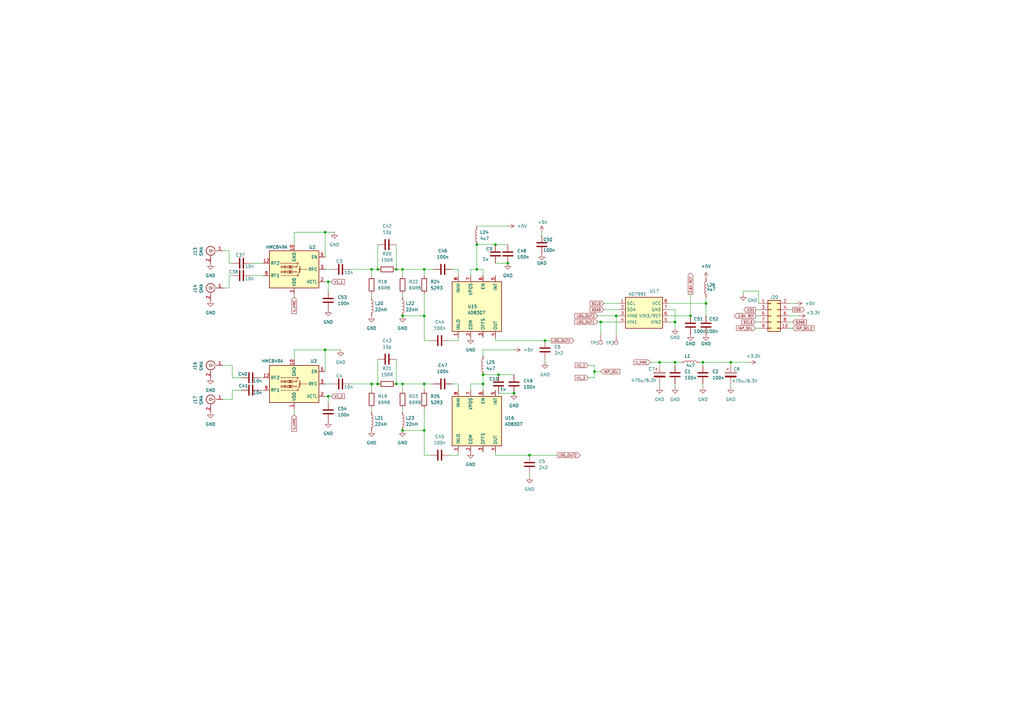
<source format=kicad_sch>
(kicad_sch
	(version 20250114)
	(generator "eeschema")
	(generator_version "9.0")
	(uuid "fb281cd6-083d-4302-bc4c-12f06479ef9d")
	(paper "A3")
	(title_block
		(rev "3.7")
	)
	(lib_symbols
		(symbol "Connector:Conn_Coaxial"
			(pin_names
				(offset 1.016)
				(hide yes)
			)
			(exclude_from_sim no)
			(in_bom yes)
			(on_board yes)
			(property "Reference" "J"
				(at 0.254 3.048 0)
				(effects
					(font
						(size 1.27 1.27)
					)
				)
			)
			(property "Value" "Conn_Coaxial"
				(at 2.921 0 90)
				(effects
					(font
						(size 1.27 1.27)
					)
				)
			)
			(property "Footprint" ""
				(at 0 0 0)
				(effects
					(font
						(size 1.27 1.27)
					)
					(hide yes)
				)
			)
			(property "Datasheet" "~"
				(at 0 0 0)
				(effects
					(font
						(size 1.27 1.27)
					)
					(hide yes)
				)
			)
			(property "Description" "coaxial connector (BNC, SMA, SMB, SMC, Cinch/RCA, LEMO, ...)"
				(at 0 0 0)
				(effects
					(font
						(size 1.27 1.27)
					)
					(hide yes)
				)
			)
			(property "ki_keywords" "BNC SMA SMB SMC LEMO coaxial connector CINCH RCA MCX MMCX U.FL UMRF"
				(at 0 0 0)
				(effects
					(font
						(size 1.27 1.27)
					)
					(hide yes)
				)
			)
			(property "ki_fp_filters" "*BNC* *SMA* *SMB* *SMC* *Cinch* *LEMO* *UMRF* *MCX* *U.FL*"
				(at 0 0 0)
				(effects
					(font
						(size 1.27 1.27)
					)
					(hide yes)
				)
			)
			(symbol "Conn_Coaxial_0_1"
				(polyline
					(pts
						(xy -2.54 0) (xy -0.508 0)
					)
					(stroke
						(width 0)
						(type default)
					)
					(fill
						(type none)
					)
				)
				(arc
					(start 1.778 0)
					(mid 0.222 -1.8079)
					(end -1.778 -0.508)
					(stroke
						(width 0.254)
						(type default)
					)
					(fill
						(type none)
					)
				)
				(arc
					(start -1.778 0.508)
					(mid 0.2221 1.8084)
					(end 1.778 0)
					(stroke
						(width 0.254)
						(type default)
					)
					(fill
						(type none)
					)
				)
				(circle
					(center 0 0)
					(radius 0.508)
					(stroke
						(width 0.2032)
						(type default)
					)
					(fill
						(type none)
					)
				)
				(polyline
					(pts
						(xy 0 -2.54) (xy 0 -1.778)
					)
					(stroke
						(width 0)
						(type default)
					)
					(fill
						(type none)
					)
				)
			)
			(symbol "Conn_Coaxial_1_1"
				(pin passive line
					(at -5.08 0 0)
					(length 2.54)
					(name "In"
						(effects
							(font
								(size 1.27 1.27)
							)
						)
					)
					(number "1"
						(effects
							(font
								(size 1.27 1.27)
							)
						)
					)
				)
				(pin passive line
					(at 0 -5.08 90)
					(length 2.54)
					(name "Ext"
						(effects
							(font
								(size 1.27 1.27)
							)
						)
					)
					(number "2"
						(effects
							(font
								(size 1.27 1.27)
							)
						)
					)
				)
			)
			(embedded_fonts no)
		)
		(symbol "Connector:TestPoint"
			(pin_numbers
				(hide yes)
			)
			(pin_names
				(offset 0.762)
				(hide yes)
			)
			(exclude_from_sim no)
			(in_bom yes)
			(on_board yes)
			(property "Reference" "TP"
				(at 0 6.858 0)
				(effects
					(font
						(size 1.27 1.27)
					)
				)
			)
			(property "Value" "TestPoint"
				(at 0 5.08 0)
				(effects
					(font
						(size 1.27 1.27)
					)
				)
			)
			(property "Footprint" ""
				(at 5.08 0 0)
				(effects
					(font
						(size 1.27 1.27)
					)
					(hide yes)
				)
			)
			(property "Datasheet" "~"
				(at 5.08 0 0)
				(effects
					(font
						(size 1.27 1.27)
					)
					(hide yes)
				)
			)
			(property "Description" "test point"
				(at 0 0 0)
				(effects
					(font
						(size 1.27 1.27)
					)
					(hide yes)
				)
			)
			(property "ki_keywords" "test point tp"
				(at 0 0 0)
				(effects
					(font
						(size 1.27 1.27)
					)
					(hide yes)
				)
			)
			(property "ki_fp_filters" "Pin* Test*"
				(at 0 0 0)
				(effects
					(font
						(size 1.27 1.27)
					)
					(hide yes)
				)
			)
			(symbol "TestPoint_0_1"
				(circle
					(center 0 3.302)
					(radius 0.762)
					(stroke
						(width 0)
						(type default)
					)
					(fill
						(type none)
					)
				)
			)
			(symbol "TestPoint_1_1"
				(pin passive line
					(at 0 0 90)
					(length 2.54)
					(name "1"
						(effects
							(font
								(size 1.27 1.27)
							)
						)
					)
					(number "1"
						(effects
							(font
								(size 1.27 1.27)
							)
						)
					)
				)
			)
			(embedded_fonts no)
		)
		(symbol "Connector_Generic:Conn_02x05_Odd_Even"
			(pin_names
				(offset 1.016)
				(hide yes)
			)
			(exclude_from_sim no)
			(in_bom yes)
			(on_board yes)
			(property "Reference" "J"
				(at 1.27 7.62 0)
				(effects
					(font
						(size 1.27 1.27)
					)
				)
			)
			(property "Value" "Conn_02x05_Odd_Even"
				(at 1.27 -7.62 0)
				(effects
					(font
						(size 1.27 1.27)
					)
				)
			)
			(property "Footprint" ""
				(at 0 0 0)
				(effects
					(font
						(size 1.27 1.27)
					)
					(hide yes)
				)
			)
			(property "Datasheet" "~"
				(at 0 0 0)
				(effects
					(font
						(size 1.27 1.27)
					)
					(hide yes)
				)
			)
			(property "Description" "Generic connector, double row, 02x05, odd/even pin numbering scheme (row 1 odd numbers, row 2 even numbers), script generated (kicad-library-utils/schlib/autogen/connector/)"
				(at 0 0 0)
				(effects
					(font
						(size 1.27 1.27)
					)
					(hide yes)
				)
			)
			(property "ki_keywords" "connector"
				(at 0 0 0)
				(effects
					(font
						(size 1.27 1.27)
					)
					(hide yes)
				)
			)
			(property "ki_fp_filters" "Connector*:*_2x??_*"
				(at 0 0 0)
				(effects
					(font
						(size 1.27 1.27)
					)
					(hide yes)
				)
			)
			(symbol "Conn_02x05_Odd_Even_1_1"
				(rectangle
					(start -1.27 6.35)
					(end 3.81 -6.35)
					(stroke
						(width 0.254)
						(type default)
					)
					(fill
						(type background)
					)
				)
				(rectangle
					(start -1.27 5.207)
					(end 0 4.953)
					(stroke
						(width 0.1524)
						(type default)
					)
					(fill
						(type none)
					)
				)
				(rectangle
					(start -1.27 2.667)
					(end 0 2.413)
					(stroke
						(width 0.1524)
						(type default)
					)
					(fill
						(type none)
					)
				)
				(rectangle
					(start -1.27 0.127)
					(end 0 -0.127)
					(stroke
						(width 0.1524)
						(type default)
					)
					(fill
						(type none)
					)
				)
				(rectangle
					(start -1.27 -2.413)
					(end 0 -2.667)
					(stroke
						(width 0.1524)
						(type default)
					)
					(fill
						(type none)
					)
				)
				(rectangle
					(start -1.27 -4.953)
					(end 0 -5.207)
					(stroke
						(width 0.1524)
						(type default)
					)
					(fill
						(type none)
					)
				)
				(rectangle
					(start 3.81 5.207)
					(end 2.54 4.953)
					(stroke
						(width 0.1524)
						(type default)
					)
					(fill
						(type none)
					)
				)
				(rectangle
					(start 3.81 2.667)
					(end 2.54 2.413)
					(stroke
						(width 0.1524)
						(type default)
					)
					(fill
						(type none)
					)
				)
				(rectangle
					(start 3.81 0.127)
					(end 2.54 -0.127)
					(stroke
						(width 0.1524)
						(type default)
					)
					(fill
						(type none)
					)
				)
				(rectangle
					(start 3.81 -2.413)
					(end 2.54 -2.667)
					(stroke
						(width 0.1524)
						(type default)
					)
					(fill
						(type none)
					)
				)
				(rectangle
					(start 3.81 -4.953)
					(end 2.54 -5.207)
					(stroke
						(width 0.1524)
						(type default)
					)
					(fill
						(type none)
					)
				)
				(pin passive line
					(at -5.08 5.08 0)
					(length 3.81)
					(name "Pin_1"
						(effects
							(font
								(size 1.27 1.27)
							)
						)
					)
					(number "1"
						(effects
							(font
								(size 1.27 1.27)
							)
						)
					)
				)
				(pin passive line
					(at -5.08 2.54 0)
					(length 3.81)
					(name "Pin_3"
						(effects
							(font
								(size 1.27 1.27)
							)
						)
					)
					(number "3"
						(effects
							(font
								(size 1.27 1.27)
							)
						)
					)
				)
				(pin passive line
					(at -5.08 0 0)
					(length 3.81)
					(name "Pin_5"
						(effects
							(font
								(size 1.27 1.27)
							)
						)
					)
					(number "5"
						(effects
							(font
								(size 1.27 1.27)
							)
						)
					)
				)
				(pin passive line
					(at -5.08 -2.54 0)
					(length 3.81)
					(name "Pin_7"
						(effects
							(font
								(size 1.27 1.27)
							)
						)
					)
					(number "7"
						(effects
							(font
								(size 1.27 1.27)
							)
						)
					)
				)
				(pin passive line
					(at -5.08 -5.08 0)
					(length 3.81)
					(name "Pin_9"
						(effects
							(font
								(size 1.27 1.27)
							)
						)
					)
					(number "9"
						(effects
							(font
								(size 1.27 1.27)
							)
						)
					)
				)
				(pin passive line
					(at 7.62 5.08 180)
					(length 3.81)
					(name "Pin_2"
						(effects
							(font
								(size 1.27 1.27)
							)
						)
					)
					(number "2"
						(effects
							(font
								(size 1.27 1.27)
							)
						)
					)
				)
				(pin passive line
					(at 7.62 2.54 180)
					(length 3.81)
					(name "Pin_4"
						(effects
							(font
								(size 1.27 1.27)
							)
						)
					)
					(number "4"
						(effects
							(font
								(size 1.27 1.27)
							)
						)
					)
				)
				(pin passive line
					(at 7.62 0 180)
					(length 3.81)
					(name "Pin_6"
						(effects
							(font
								(size 1.27 1.27)
							)
						)
					)
					(number "6"
						(effects
							(font
								(size 1.27 1.27)
							)
						)
					)
				)
				(pin passive line
					(at 7.62 -2.54 180)
					(length 3.81)
					(name "Pin_8"
						(effects
							(font
								(size 1.27 1.27)
							)
						)
					)
					(number "8"
						(effects
							(font
								(size 1.27 1.27)
							)
						)
					)
				)
				(pin passive line
					(at 7.62 -5.08 180)
					(length 3.81)
					(name "Pin_10"
						(effects
							(font
								(size 1.27 1.27)
							)
						)
					)
					(number "10"
						(effects
							(font
								(size 1.27 1.27)
							)
						)
					)
				)
			)
			(embedded_fonts no)
		)
		(symbol "Device:C"
			(pin_numbers
				(hide yes)
			)
			(pin_names
				(offset 0.254)
			)
			(exclude_from_sim no)
			(in_bom yes)
			(on_board yes)
			(property "Reference" "C"
				(at 0.635 2.54 0)
				(effects
					(font
						(size 1.27 1.27)
					)
					(justify left)
				)
			)
			(property "Value" "C"
				(at 0.635 -2.54 0)
				(effects
					(font
						(size 1.27 1.27)
					)
					(justify left)
				)
			)
			(property "Footprint" ""
				(at 0.9652 -3.81 0)
				(effects
					(font
						(size 1.27 1.27)
					)
					(hide yes)
				)
			)
			(property "Datasheet" "~"
				(at 0 0 0)
				(effects
					(font
						(size 1.27 1.27)
					)
					(hide yes)
				)
			)
			(property "Description" "Unpolarized capacitor"
				(at 0 0 0)
				(effects
					(font
						(size 1.27 1.27)
					)
					(hide yes)
				)
			)
			(property "ki_keywords" "cap capacitor"
				(at 0 0 0)
				(effects
					(font
						(size 1.27 1.27)
					)
					(hide yes)
				)
			)
			(property "ki_fp_filters" "C_*"
				(at 0 0 0)
				(effects
					(font
						(size 1.27 1.27)
					)
					(hide yes)
				)
			)
			(symbol "C_0_1"
				(polyline
					(pts
						(xy -2.032 0.762) (xy 2.032 0.762)
					)
					(stroke
						(width 0.508)
						(type default)
					)
					(fill
						(type none)
					)
				)
				(polyline
					(pts
						(xy -2.032 -0.762) (xy 2.032 -0.762)
					)
					(stroke
						(width 0.508)
						(type default)
					)
					(fill
						(type none)
					)
				)
			)
			(symbol "C_1_1"
				(pin passive line
					(at 0 3.81 270)
					(length 2.794)
					(name "~"
						(effects
							(font
								(size 1.27 1.27)
							)
						)
					)
					(number "1"
						(effects
							(font
								(size 1.27 1.27)
							)
						)
					)
				)
				(pin passive line
					(at 0 -3.81 90)
					(length 2.794)
					(name "~"
						(effects
							(font
								(size 1.27 1.27)
							)
						)
					)
					(number "2"
						(effects
							(font
								(size 1.27 1.27)
							)
						)
					)
				)
			)
			(embedded_fonts no)
		)
		(symbol "Device:C_Polarized"
			(pin_numbers
				(hide yes)
			)
			(pin_names
				(offset 0.254)
			)
			(exclude_from_sim no)
			(in_bom yes)
			(on_board yes)
			(property "Reference" "C"
				(at 0.635 2.54 0)
				(effects
					(font
						(size 1.27 1.27)
					)
					(justify left)
				)
			)
			(property "Value" "C_Polarized"
				(at 0.635 -2.54 0)
				(effects
					(font
						(size 1.27 1.27)
					)
					(justify left)
				)
			)
			(property "Footprint" ""
				(at 0.9652 -3.81 0)
				(effects
					(font
						(size 1.27 1.27)
					)
					(hide yes)
				)
			)
			(property "Datasheet" "~"
				(at 0 0 0)
				(effects
					(font
						(size 1.27 1.27)
					)
					(hide yes)
				)
			)
			(property "Description" "Polarized capacitor"
				(at 0 0 0)
				(effects
					(font
						(size 1.27 1.27)
					)
					(hide yes)
				)
			)
			(property "ki_keywords" "cap capacitor"
				(at 0 0 0)
				(effects
					(font
						(size 1.27 1.27)
					)
					(hide yes)
				)
			)
			(property "ki_fp_filters" "CP_*"
				(at 0 0 0)
				(effects
					(font
						(size 1.27 1.27)
					)
					(hide yes)
				)
			)
			(symbol "C_Polarized_0_1"
				(rectangle
					(start -2.286 0.508)
					(end 2.286 1.016)
					(stroke
						(width 0)
						(type default)
					)
					(fill
						(type none)
					)
				)
				(polyline
					(pts
						(xy -1.778 2.286) (xy -0.762 2.286)
					)
					(stroke
						(width 0)
						(type default)
					)
					(fill
						(type none)
					)
				)
				(polyline
					(pts
						(xy -1.27 2.794) (xy -1.27 1.778)
					)
					(stroke
						(width 0)
						(type default)
					)
					(fill
						(type none)
					)
				)
				(rectangle
					(start 2.286 -0.508)
					(end -2.286 -1.016)
					(stroke
						(width 0)
						(type default)
					)
					(fill
						(type outline)
					)
				)
			)
			(symbol "C_Polarized_1_1"
				(pin passive line
					(at 0 3.81 270)
					(length 2.794)
					(name "~"
						(effects
							(font
								(size 1.27 1.27)
							)
						)
					)
					(number "1"
						(effects
							(font
								(size 1.27 1.27)
							)
						)
					)
				)
				(pin passive line
					(at 0 -3.81 90)
					(length 2.794)
					(name "~"
						(effects
							(font
								(size 1.27 1.27)
							)
						)
					)
					(number "2"
						(effects
							(font
								(size 1.27 1.27)
							)
						)
					)
				)
			)
			(embedded_fonts no)
		)
		(symbol "Device:L"
			(pin_numbers
				(hide yes)
			)
			(pin_names
				(offset 1.016)
				(hide yes)
			)
			(exclude_from_sim no)
			(in_bom yes)
			(on_board yes)
			(property "Reference" "L"
				(at -1.27 0 90)
				(effects
					(font
						(size 1.27 1.27)
					)
				)
			)
			(property "Value" "L"
				(at 1.905 0 90)
				(effects
					(font
						(size 1.27 1.27)
					)
				)
			)
			(property "Footprint" ""
				(at 0 0 0)
				(effects
					(font
						(size 1.27 1.27)
					)
					(hide yes)
				)
			)
			(property "Datasheet" "~"
				(at 0 0 0)
				(effects
					(font
						(size 1.27 1.27)
					)
					(hide yes)
				)
			)
			(property "Description" "Inductor"
				(at 0 0 0)
				(effects
					(font
						(size 1.27 1.27)
					)
					(hide yes)
				)
			)
			(property "ki_keywords" "inductor choke coil reactor magnetic"
				(at 0 0 0)
				(effects
					(font
						(size 1.27 1.27)
					)
					(hide yes)
				)
			)
			(property "ki_fp_filters" "Choke_* *Coil* Inductor_* L_*"
				(at 0 0 0)
				(effects
					(font
						(size 1.27 1.27)
					)
					(hide yes)
				)
			)
			(symbol "L_0_1"
				(arc
					(start 0 2.54)
					(mid 0.6323 1.905)
					(end 0 1.27)
					(stroke
						(width 0)
						(type default)
					)
					(fill
						(type none)
					)
				)
				(arc
					(start 0 1.27)
					(mid 0.6323 0.635)
					(end 0 0)
					(stroke
						(width 0)
						(type default)
					)
					(fill
						(type none)
					)
				)
				(arc
					(start 0 0)
					(mid 0.6323 -0.635)
					(end 0 -1.27)
					(stroke
						(width 0)
						(type default)
					)
					(fill
						(type none)
					)
				)
				(arc
					(start 0 -1.27)
					(mid 0.6323 -1.905)
					(end 0 -2.54)
					(stroke
						(width 0)
						(type default)
					)
					(fill
						(type none)
					)
				)
			)
			(symbol "L_1_1"
				(pin passive line
					(at 0 3.81 270)
					(length 1.27)
					(name "1"
						(effects
							(font
								(size 1.27 1.27)
							)
						)
					)
					(number "1"
						(effects
							(font
								(size 1.27 1.27)
							)
						)
					)
				)
				(pin passive line
					(at 0 -3.81 90)
					(length 1.27)
					(name "2"
						(effects
							(font
								(size 1.27 1.27)
							)
						)
					)
					(number "2"
						(effects
							(font
								(size 1.27 1.27)
							)
						)
					)
				)
			)
			(embedded_fonts no)
		)
		(symbol "Driver_LED:MPQ3362GJ-AEC1"
			(exclude_from_sim no)
			(in_bom yes)
			(on_board yes)
			(property "Reference" "U5"
				(at 2.1941 10.16 0)
				(effects
					(font
						(size 1.27 1.27)
					)
					(justify left)
				)
			)
			(property "Value" "AD7991"
				(at -6.35 8.89 0)
				(effects
					(font
						(size 1.27 1.27)
					)
					(justify left)
				)
			)
			(property "Footprint" "Package_TO_SOT_SMD:TSOT-23-8"
				(at 1.27 -7.366 0)
				(effects
					(font
						(size 1.27 1.27)
					)
					(hide yes)
				)
			)
			(property "Datasheet" ""
				(at 2.54 -11.43 0)
				(effects
					(font
						(size 1.27 1.27)
					)
					(hide yes)
				)
			)
			(property "Description" ""
				(at 5.334 11.43 0)
				(effects
					(font
						(size 1.27 1.27)
					)
					(hide yes)
				)
			)
			(property "ki_keywords" "LED driver AEC AEC1-Q100"
				(at 0 0 0)
				(effects
					(font
						(size 1.27 1.27)
					)
					(hide yes)
				)
			)
			(property "ki_fp_filters" "TSOT?23*"
				(at 0 0 0)
				(effects
					(font
						(size 1.27 1.27)
					)
					(hide yes)
				)
			)
			(symbol "MPQ3362GJ-AEC1_1_1"
				(rectangle
					(start -7.62 7.62)
					(end 7.62 -5.08)
					(stroke
						(width 0.254)
						(type default)
					)
					(fill
						(type background)
					)
				)
				(pin input line
					(at -10.16 5.08 0)
					(length 2.54)
					(name "SCL"
						(effects
							(font
								(size 1.27 1.27)
							)
						)
					)
					(number "1"
						(effects
							(font
								(size 1.27 1.27)
							)
						)
					)
				)
				(pin input line
					(at -10.16 2.54 0)
					(length 2.54)
					(name "SDA"
						(effects
							(font
								(size 1.27 1.27)
							)
						)
					)
					(number "2"
						(effects
							(font
								(size 1.27 1.27)
							)
						)
					)
				)
				(pin input line
					(at -10.16 0 0)
					(length 2.54)
					(name "VIN0"
						(effects
							(font
								(size 1.27 1.27)
							)
						)
					)
					(number "3"
						(effects
							(font
								(size 1.27 1.27)
							)
						)
					)
				)
				(pin input line
					(at -10.16 -2.54 0)
					(length 2.54)
					(name "VIN1"
						(effects
							(font
								(size 1.27 1.27)
							)
						)
					)
					(number "4"
						(effects
							(font
								(size 1.27 1.27)
							)
						)
					)
					(alternate "DIM" input line)
				)
				(pin power_in line
					(at 10.16 5.08 180)
					(length 2.54)
					(name "VCC"
						(effects
							(font
								(size 1.27 1.27)
							)
						)
					)
					(number "8"
						(effects
							(font
								(size 1.27 1.27)
							)
						)
					)
				)
				(pin power_in line
					(at 10.16 2.54 180)
					(length 2.54)
					(name "GND"
						(effects
							(font
								(size 1.27 1.27)
							)
						)
					)
					(number "7"
						(effects
							(font
								(size 1.27 1.27)
							)
						)
					)
				)
				(pin input line
					(at 10.16 0 180)
					(length 2.54)
					(name "VIN3/REF"
						(effects
							(font
								(size 1.27 1.27)
							)
						)
					)
					(number "6"
						(effects
							(font
								(size 1.27 1.27)
							)
						)
					)
				)
				(pin input line
					(at 10.16 -2.54 180)
					(length 2.54)
					(name "VIN2"
						(effects
							(font
								(size 1.27 1.27)
							)
						)
					)
					(number "5"
						(effects
							(font
								(size 1.27 1.27)
							)
						)
					)
					(alternate "SYNC" input line)
				)
			)
			(embedded_fonts no)
		)
		(symbol "HMC849A_2"
			(exclude_from_sim no)
			(in_bom yes)
			(on_board yes)
			(property "Reference" "U"
				(at -10.16 8.89 0)
				(effects
					(font
						(size 1.27 1.27)
					)
					(justify left)
				)
			)
			(property "Value" "HMC849A"
				(at 10.16 8.89 0)
				(effects
					(font
						(size 1.27 1.27)
					)
					(justify right)
				)
			)
			(property "Footprint" "Package_CSP:LFCSP-16-1EP_4x4mm_P0.65mm_EP2.4x2.4mm"
				(at 0 11.43 0)
				(effects
					(font
						(size 1.27 1.27)
					)
					(hide yes)
				)
			)
			(property "Datasheet" "https://www.analog.com/media/en/technical-documentation/data-sheets/hmc849a.pdf"
				(at -13.97 31.75 0)
				(effects
					(font
						(size 1.27 1.27)
					)
					(hide yes)
				)
			)
			(property "Description" "High Isolation SPDT Non-Reflective Switch, DC-6GHz, Matched to 50 Ohm, LFCSP-16"
				(at 0 0 0)
				(effects
					(font
						(size 1.27 1.27)
					)
					(hide yes)
				)
			)
			(property "ki_keywords" "RF SPDT switch"
				(at 0 0 0)
				(effects
					(font
						(size 1.27 1.27)
					)
					(hide yes)
				)
			)
			(property "ki_fp_filters" "LFCSP*1EP*4x4mm*P0.65mm*"
				(at 0 0 0)
				(effects
					(font
						(size 1.27 1.27)
					)
					(hide yes)
				)
			)
			(symbol "HMC849A_2_0_0"
				(text "50"
					(at 1.651 1.016 0)
					(effects
						(font
							(size 0.635 0.635)
						)
					)
				)
				(text "50"
					(at 1.651 -1.016 0)
					(effects
						(font
							(size 0.635 0.635)
						)
					)
				)
			)
			(symbol "HMC849A_2_0_1"
				(rectangle
					(start -10.16 7.62)
					(end 10.16 -7.62)
					(stroke
						(width 0.254)
						(type default)
					)
					(fill
						(type background)
					)
				)
				(circle
					(center -2.286 1.016)
					(radius 0.254)
					(stroke
						(width 0)
						(type default)
					)
					(fill
						(type none)
					)
				)
				(polyline
					(pts
						(xy -2.286 0.762) (xy -2.286 -0.762)
					)
					(stroke
						(width 0)
						(type default)
					)
					(fill
						(type none)
					)
				)
				(circle
					(center -2.286 0)
					(radius 0.254)
					(stroke
						(width 0)
						(type default)
					)
					(fill
						(type outline)
					)
				)
				(polyline
					(pts
						(xy -2.286 0) (xy -5.588 0)
					)
					(stroke
						(width 0)
						(type default)
					)
					(fill
						(type none)
					)
				)
				(circle
					(center -1.524 2.54)
					(radius 0.254)
					(stroke
						(width 0)
						(type default)
					)
					(fill
						(type none)
					)
				)
				(polyline
					(pts
						(xy -1.524 2.286) (xy -2.032 0.762)
					)
					(stroke
						(width 0)
						(type default)
					)
					(fill
						(type none)
					)
				)
				(polyline
					(pts
						(xy -1.524 -2.286) (xy -1.016 -0.762)
					)
					(stroke
						(width 0)
						(type default)
					)
					(fill
						(type none)
					)
				)
				(circle
					(center -1.524 -2.54)
					(radius 0.254)
					(stroke
						(width 0)
						(type default)
					)
					(fill
						(type none)
					)
				)
				(polyline
					(pts
						(xy -1.27 2.54) (xy 5.334 2.54)
					)
					(stroke
						(width 0)
						(type default)
					)
					(fill
						(type none)
					)
				)
				(polyline
					(pts
						(xy -1.27 -2.54) (xy 5.588 -2.54)
					)
					(stroke
						(width 0)
						(type default)
					)
					(fill
						(type none)
					)
				)
				(circle
					(center -0.762 -1.016)
					(radius 0.254)
					(stroke
						(width 0)
						(type default)
					)
					(fill
						(type none)
					)
				)
				(polyline
					(pts
						(xy -0.508 1.016) (xy 0.508 1.016)
					)
					(stroke
						(width 0)
						(type default)
					)
					(fill
						(type none)
					)
				)
				(polyline
					(pts
						(xy -0.508 -1.016) (xy 0.508 -1.016)
					)
					(stroke
						(width 0)
						(type default)
					)
					(fill
						(type none)
					)
				)
				(rectangle
					(start 0.508 0.508)
					(end 2.794 1.524)
					(stroke
						(width 0)
						(type default)
					)
					(fill
						(type none)
					)
				)
				(rectangle
					(start 0.508 -1.524)
					(end 2.794 -0.508)
					(stroke
						(width 0)
						(type default)
					)
					(fill
						(type none)
					)
				)
				(polyline
					(pts
						(xy 3.556 1.016) (xy 2.794 1.016)
					)
					(stroke
						(width 0)
						(type default)
					)
					(fill
						(type none)
					)
				)
				(polyline
					(pts
						(xy 3.556 0.508) (xy 3.556 1.524)
					)
					(stroke
						(width 0.254)
						(type default)
					)
					(fill
						(type none)
					)
				)
				(polyline
					(pts
						(xy 3.556 -1.016) (xy 2.794 -1.016)
					)
					(stroke
						(width 0)
						(type default)
					)
					(fill
						(type none)
					)
				)
				(polyline
					(pts
						(xy 3.556 -1.524) (xy 3.556 -0.508)
					)
					(stroke
						(width 0.254)
						(type default)
					)
					(fill
						(type none)
					)
				)
				(polyline
					(pts
						(xy 4.064 1.524) (xy 4.064 0.508)
					)
					(stroke
						(width 0.254)
						(type default)
					)
					(fill
						(type none)
					)
				)
				(polyline
					(pts
						(xy 4.064 1.016) (xy 4.826 1.016) (xy 4.826 0.508) (xy 5.588 1.016) (xy 4.826 1.524) (xy 4.826 1.016)
					)
					(stroke
						(width 0)
						(type default)
					)
					(fill
						(type none)
					)
				)
				(polyline
					(pts
						(xy 4.064 -0.508) (xy 4.064 -1.524)
					)
					(stroke
						(width 0.254)
						(type default)
					)
					(fill
						(type none)
					)
				)
				(polyline
					(pts
						(xy 4.064 -1.016) (xy 4.826 -1.016) (xy 4.826 -1.524) (xy 5.588 -1.016) (xy 4.826 -0.508) (xy 4.826 -1.016)
					)
					(stroke
						(width 0)
						(type default)
					)
					(fill
						(type none)
					)
				)
			)
			(symbol "HMC849A_2_1_1"
				(circle
					(center -2.286 -1.016)
					(radius 0.254)
					(stroke
						(width 0)
						(type default)
					)
					(fill
						(type none)
					)
				)
				(circle
					(center -0.762 1.016)
					(radius 0.254)
					(stroke
						(width 0)
						(type default)
					)
					(fill
						(type none)
					)
				)
				(pin input line
					(at -12.7 5.08 0)
					(length 2.54)
					(name "VCTL"
						(effects
							(font
								(size 1.27 1.27)
							)
						)
					)
					(number "2"
						(effects
							(font
								(size 1.27 1.27)
							)
						)
					)
				)
				(pin passive line
					(at -12.7 0 0)
					(length 2.54)
					(name "RFC"
						(effects
							(font
								(size 1.27 1.27)
							)
						)
					)
					(number "3"
						(effects
							(font
								(size 1.27 1.27)
							)
						)
					)
				)
				(pin input line
					(at -12.7 -5.08 0)
					(length 2.54)
					(name "EN"
						(effects
							(font
								(size 1.27 1.27)
							)
						)
					)
					(number "5"
						(effects
							(font
								(size 1.27 1.27)
							)
						)
					)
				)
				(pin power_in line
					(at 0 10.16 270)
					(length 2.54)
					(name "VDD"
						(effects
							(font
								(size 1.27 1.27)
							)
						)
					)
					(number "1"
						(effects
							(font
								(size 1.27 1.27)
							)
						)
					)
				)
				(pin power_in line
					(at 0 -10.16 90)
					(length 2.54)
					(name "GND"
						(effects
							(font
								(size 1.27 1.27)
							)
						)
					)
					(number "10"
						(effects
							(font
								(size 1.27 1.27)
							)
						)
					)
				)
				(pin passive line
					(at 0 -10.16 90)
					(length 2.54)
					(hide yes)
					(name "GND"
						(effects
							(font
								(size 1.27 1.27)
							)
						)
					)
					(number "11"
						(effects
							(font
								(size 1.27 1.27)
							)
						)
					)
				)
				(pin passive line
					(at 0 -10.16 90)
					(length 2.54)
					(hide yes)
					(name "GND"
						(effects
							(font
								(size 1.27 1.27)
							)
						)
					)
					(number "13"
						(effects
							(font
								(size 1.27 1.27)
							)
						)
					)
				)
				(pin passive line
					(at 0 -10.16 90)
					(length 2.54)
					(hide yes)
					(name "GND"
						(effects
							(font
								(size 1.27 1.27)
							)
						)
					)
					(number "14"
						(effects
							(font
								(size 1.27 1.27)
							)
						)
					)
				)
				(pin passive line
					(at 0 -10.16 90)
					(length 2.54)
					(hide yes)
					(name "GND"
						(effects
							(font
								(size 1.27 1.27)
							)
						)
					)
					(number "15"
						(effects
							(font
								(size 1.27 1.27)
							)
						)
					)
				)
				(pin passive line
					(at 0 -10.16 90)
					(length 2.54)
					(hide yes)
					(name "GND"
						(effects
							(font
								(size 1.27 1.27)
							)
						)
					)
					(number "16"
						(effects
							(font
								(size 1.27 1.27)
							)
						)
					)
				)
				(pin passive line
					(at 0 -10.16 90)
					(length 2.54)
					(hide yes)
					(name "GND"
						(effects
							(font
								(size 1.27 1.27)
							)
						)
					)
					(number "17"
						(effects
							(font
								(size 1.27 1.27)
							)
						)
					)
				)
				(pin passive line
					(at 0 -10.16 90)
					(length 2.54)
					(hide yes)
					(name "GND"
						(effects
							(font
								(size 1.27 1.27)
							)
						)
					)
					(number "4"
						(effects
							(font
								(size 1.27 1.27)
							)
						)
					)
				)
				(pin passive line
					(at 0 -10.16 90)
					(length 2.54)
					(hide yes)
					(name "GND"
						(effects
							(font
								(size 1.27 1.27)
							)
						)
					)
					(number "6"
						(effects
							(font
								(size 1.27 1.27)
							)
						)
					)
				)
				(pin passive line
					(at 0 -10.16 90)
					(length 2.54)
					(hide yes)
					(name "GND"
						(effects
							(font
								(size 1.27 1.27)
							)
						)
					)
					(number "7"
						(effects
							(font
								(size 1.27 1.27)
							)
						)
					)
				)
				(pin passive line
					(at 0 -10.16 90)
					(length 2.54)
					(hide yes)
					(name "GND"
						(effects
							(font
								(size 1.27 1.27)
							)
						)
					)
					(number "8"
						(effects
							(font
								(size 1.27 1.27)
							)
						)
					)
				)
				(pin passive line
					(at 12.7 2.54 180)
					(length 2.54)
					(name "RF1"
						(effects
							(font
								(size 1.27 1.27)
							)
						)
					)
					(number "9"
						(effects
							(font
								(size 1.27 1.27)
							)
						)
					)
				)
				(pin passive line
					(at 12.7 -2.54 180)
					(length 2.54)
					(name "RF2"
						(effects
							(font
								(size 1.27 1.27)
							)
						)
					)
					(number "12"
						(effects
							(font
								(size 1.27 1.27)
							)
						)
					)
				)
			)
			(embedded_fonts no)
		)
		(symbol "LOG_RF_Amplifier:AD8313xRM"
			(exclude_from_sim no)
			(in_bom yes)
			(on_board yes)
			(property "Reference" "U"
				(at 1.524 1.524 0)
				(effects
					(font
						(size 1.27 1.27)
					)
				)
			)
			(property "Value" "AD8307"
				(at 4.572 -1.524 0)
				(effects
					(font
						(size 1.27 1.27)
					)
				)
			)
			(property "Footprint" ""
				(at -29.972 12.7 0)
				(effects
					(font
						(size 1.27 1.27)
					)
					(hide yes)
				)
			)
			(property "Datasheet" ""
				(at 0 -2.54 0)
				(effects
					(font
						(size 1.27 1.27)
					)
					(hide yes)
				)
			)
			(property "Description" "Logarithmic Detector, SO-8"
				(at 0.254 3.81 0)
				(effects
					(font
						(size 1.27 1.27)
					)
					(hide yes)
				)
			)
			(property "ki_keywords" "RF LOG POWER DETECTOR"
				(at 0 0 0)
				(effects
					(font
						(size 1.27 1.27)
					)
					(hide yes)
				)
			)
			(property "ki_fp_filters" "MSOP*3x3mm*P0.65mm*"
				(at 0 0 0)
				(effects
					(font
						(size 1.27 1.27)
					)
					(hide yes)
				)
			)
			(symbol "AD8313xRM_0_1"
				(rectangle
					(start -10.16 10.16)
					(end 10.16 -10.16)
					(stroke
						(width 0.254)
						(type default)
					)
					(fill
						(type background)
					)
				)
			)
			(symbol "AD8313xRM_1_1"
				(pin input line
					(at -7.62 12.7 270)
					(length 2.54)
					(name "INHI"
						(effects
							(font
								(size 1.27 1.27)
							)
						)
					)
					(number "8"
						(effects
							(font
								(size 1.27 1.27)
							)
						)
					)
				)
				(pin input line
					(at -7.62 -12.7 90)
					(length 2.54)
					(name "INLO"
						(effects
							(font
								(size 1.27 1.27)
							)
						)
					)
					(number "1"
						(effects
							(font
								(size 1.27 1.27)
							)
						)
					)
				)
				(pin power_in line
					(at -2.54 12.7 270)
					(length 2.54)
					(name "VPOS"
						(effects
							(font
								(size 1.27 1.27)
							)
						)
					)
					(number "7"
						(effects
							(font
								(size 1.27 1.27)
							)
						)
					)
				)
				(pin power_in line
					(at -2.54 -12.7 90)
					(length 2.54)
					(name "COM"
						(effects
							(font
								(size 1.27 1.27)
							)
						)
					)
					(number "2"
						(effects
							(font
								(size 1.27 1.27)
							)
						)
					)
				)
				(pin input line
					(at 2.54 12.7 270)
					(length 2.54)
					(name "EN"
						(effects
							(font
								(size 1.27 1.27)
							)
						)
					)
					(number "6"
						(effects
							(font
								(size 1.27 1.27)
							)
						)
					)
				)
				(pin input line
					(at 2.54 -12.7 90)
					(length 2.54)
					(name "OFFS"
						(effects
							(font
								(size 1.27 1.27)
							)
						)
					)
					(number "3"
						(effects
							(font
								(size 1.27 1.27)
							)
						)
					)
				)
				(pin input line
					(at 7.62 12.7 270)
					(length 2.54)
					(name "INT"
						(effects
							(font
								(size 1.27 1.27)
							)
						)
					)
					(number "5"
						(effects
							(font
								(size 1.27 1.27)
							)
						)
					)
				)
				(pin output line
					(at 7.62 -12.7 90)
					(length 2.54)
					(name "OUT"
						(effects
							(font
								(size 1.27 1.27)
							)
						)
					)
					(number "4"
						(effects
							(font
								(size 1.27 1.27)
							)
						)
					)
				)
			)
			(embedded_fonts no)
		)
		(symbol "dual_rotary_encoder_switch:R"
			(pin_numbers
				(hide yes)
			)
			(pin_names
				(offset 0)
			)
			(exclude_from_sim no)
			(in_bom yes)
			(on_board yes)
			(property "Reference" "R"
				(at 2.032 0 90)
				(effects
					(font
						(size 1.27 1.27)
					)
				)
			)
			(property "Value" "R"
				(at 0 0 90)
				(effects
					(font
						(size 1.27 1.27)
					)
				)
			)
			(property "Footprint" ""
				(at -1.778 0 90)
				(effects
					(font
						(size 1.27 1.27)
					)
					(hide yes)
				)
			)
			(property "Datasheet" "~"
				(at 0 0 0)
				(effects
					(font
						(size 1.27 1.27)
					)
					(hide yes)
				)
			)
			(property "Description" "Resistor"
				(at 0 0 0)
				(effects
					(font
						(size 1.27 1.27)
					)
					(hide yes)
				)
			)
			(property "ki_keywords" "R res resistor"
				(at 0 0 0)
				(effects
					(font
						(size 1.27 1.27)
					)
					(hide yes)
				)
			)
			(property "ki_fp_filters" "R_*"
				(at 0 0 0)
				(effects
					(font
						(size 1.27 1.27)
					)
					(hide yes)
				)
			)
			(symbol "R_0_1"
				(rectangle
					(start -1.016 -2.54)
					(end 1.016 2.54)
					(stroke
						(width 0.254)
						(type default)
					)
					(fill
						(type none)
					)
				)
			)
			(symbol "R_1_1"
				(pin passive line
					(at 0 3.81 270)
					(length 1.27)
					(name "~"
						(effects
							(font
								(size 1.27 1.27)
							)
						)
					)
					(number "1"
						(effects
							(font
								(size 1.27 1.27)
							)
						)
					)
				)
				(pin passive line
					(at 0 -3.81 90)
					(length 1.27)
					(name "~"
						(effects
							(font
								(size 1.27 1.27)
							)
						)
					)
					(number "2"
						(effects
							(font
								(size 1.27 1.27)
							)
						)
					)
				)
			)
			(embedded_fonts no)
		)
		(symbol "power:+3.3V"
			(power)
			(pin_numbers
				(hide yes)
			)
			(pin_names
				(offset 0)
				(hide yes)
			)
			(exclude_from_sim no)
			(in_bom yes)
			(on_board yes)
			(property "Reference" "#PWR"
				(at 0 -3.81 0)
				(effects
					(font
						(size 1.27 1.27)
					)
					(hide yes)
				)
			)
			(property "Value" "+3.3V"
				(at 0 3.556 0)
				(effects
					(font
						(size 1.27 1.27)
					)
				)
			)
			(property "Footprint" ""
				(at 0 0 0)
				(effects
					(font
						(size 1.27 1.27)
					)
					(hide yes)
				)
			)
			(property "Datasheet" ""
				(at 0 0 0)
				(effects
					(font
						(size 1.27 1.27)
					)
					(hide yes)
				)
			)
			(property "Description" "Power symbol creates a global label with name \"+3.3V\""
				(at 0 0 0)
				(effects
					(font
						(size 1.27 1.27)
					)
					(hide yes)
				)
			)
			(property "ki_keywords" "global power"
				(at 0 0 0)
				(effects
					(font
						(size 1.27 1.27)
					)
					(hide yes)
				)
			)
			(symbol "+3.3V_0_1"
				(polyline
					(pts
						(xy -0.762 1.27) (xy 0 2.54)
					)
					(stroke
						(width 0)
						(type default)
					)
					(fill
						(type none)
					)
				)
				(polyline
					(pts
						(xy 0 2.54) (xy 0.762 1.27)
					)
					(stroke
						(width 0)
						(type default)
					)
					(fill
						(type none)
					)
				)
				(polyline
					(pts
						(xy 0 0) (xy 0 2.54)
					)
					(stroke
						(width 0)
						(type default)
					)
					(fill
						(type none)
					)
				)
			)
			(symbol "+3.3V_1_1"
				(pin power_in line
					(at 0 0 90)
					(length 0)
					(name "~"
						(effects
							(font
								(size 1.27 1.27)
							)
						)
					)
					(number "1"
						(effects
							(font
								(size 1.27 1.27)
							)
						)
					)
				)
			)
			(embedded_fonts no)
		)
		(symbol "power:+5V"
			(power)
			(pin_numbers
				(hide yes)
			)
			(pin_names
				(offset 0)
				(hide yes)
			)
			(exclude_from_sim no)
			(in_bom yes)
			(on_board yes)
			(property "Reference" "#PWR"
				(at 0 -3.81 0)
				(effects
					(font
						(size 1.27 1.27)
					)
					(hide yes)
				)
			)
			(property "Value" "+5V"
				(at 0 3.556 0)
				(effects
					(font
						(size 1.27 1.27)
					)
				)
			)
			(property "Footprint" ""
				(at 0 0 0)
				(effects
					(font
						(size 1.27 1.27)
					)
					(hide yes)
				)
			)
			(property "Datasheet" ""
				(at 0 0 0)
				(effects
					(font
						(size 1.27 1.27)
					)
					(hide yes)
				)
			)
			(property "Description" "Power symbol creates a global label with name \"+5V\""
				(at 0 0 0)
				(effects
					(font
						(size 1.27 1.27)
					)
					(hide yes)
				)
			)
			(property "ki_keywords" "global power"
				(at 0 0 0)
				(effects
					(font
						(size 1.27 1.27)
					)
					(hide yes)
				)
			)
			(symbol "+5V_0_1"
				(polyline
					(pts
						(xy -0.762 1.27) (xy 0 2.54)
					)
					(stroke
						(width 0)
						(type default)
					)
					(fill
						(type none)
					)
				)
				(polyline
					(pts
						(xy 0 2.54) (xy 0.762 1.27)
					)
					(stroke
						(width 0)
						(type default)
					)
					(fill
						(type none)
					)
				)
				(polyline
					(pts
						(xy 0 0) (xy 0 2.54)
					)
					(stroke
						(width 0)
						(type default)
					)
					(fill
						(type none)
					)
				)
			)
			(symbol "+5V_1_1"
				(pin power_in line
					(at 0 0 90)
					(length 0)
					(name "~"
						(effects
							(font
								(size 1.27 1.27)
							)
						)
					)
					(number "1"
						(effects
							(font
								(size 1.27 1.27)
							)
						)
					)
				)
			)
			(embedded_fonts no)
		)
		(symbol "power:GND"
			(power)
			(pin_numbers
				(hide yes)
			)
			(pin_names
				(offset 0)
				(hide yes)
			)
			(exclude_from_sim no)
			(in_bom yes)
			(on_board yes)
			(property "Reference" "#PWR"
				(at 0 -6.35 0)
				(effects
					(font
						(size 1.27 1.27)
					)
					(hide yes)
				)
			)
			(property "Value" "GND"
				(at 0 -3.81 0)
				(effects
					(font
						(size 1.27 1.27)
					)
				)
			)
			(property "Footprint" ""
				(at 0 0 0)
				(effects
					(font
						(size 1.27 1.27)
					)
					(hide yes)
				)
			)
			(property "Datasheet" ""
				(at 0 0 0)
				(effects
					(font
						(size 1.27 1.27)
					)
					(hide yes)
				)
			)
			(property "Description" "Power symbol creates a global label with name \"GND\" , ground"
				(at 0 0 0)
				(effects
					(font
						(size 1.27 1.27)
					)
					(hide yes)
				)
			)
			(property "ki_keywords" "global power"
				(at 0 0 0)
				(effects
					(font
						(size 1.27 1.27)
					)
					(hide yes)
				)
			)
			(symbol "GND_0_1"
				(polyline
					(pts
						(xy 0 0) (xy 0 -1.27) (xy 1.27 -1.27) (xy 0 -2.54) (xy -1.27 -1.27) (xy 0 -1.27)
					)
					(stroke
						(width 0)
						(type default)
					)
					(fill
						(type none)
					)
				)
			)
			(symbol "GND_1_1"
				(pin power_in line
					(at 0 0 270)
					(length 0)
					(name "~"
						(effects
							(font
								(size 1.27 1.27)
							)
						)
					)
					(number "1"
						(effects
							(font
								(size 1.27 1.27)
							)
						)
					)
				)
			)
			(embedded_fonts no)
		)
	)
	(junction
		(at 165.1 110.49)
		(diameter 0)
		(color 0 0 0 0)
		(uuid "01ab91f9-f80f-4284-8189-3cdd096bda01")
	)
	(junction
		(at 223.52 139.7)
		(diameter 0)
		(color 0 0 0 0)
		(uuid "03ddb74d-1a4a-480f-8f7d-0ea9e743a9b1")
	)
	(junction
		(at 162.56 157.48)
		(diameter 0)
		(color 0 0 0 0)
		(uuid "06027d6c-7e44-4076-85d9-4001eaa35da5")
	)
	(junction
		(at 198.12 153.67)
		(diameter 0)
		(color 0 0 0 0)
		(uuid "0fd92ffd-cf0f-4353-af33-90d9e0a070bb")
	)
	(junction
		(at 173.99 157.48)
		(diameter 0)
		(color 0 0 0 0)
		(uuid "11e15e8d-625c-4069-845e-42654197940b")
	)
	(junction
		(at 152.4 110.49)
		(diameter 0)
		(color 0 0 0 0)
		(uuid "1f127390-5fc1-4399-a9e4-8fab7c08b6f6")
	)
	(junction
		(at 270.51 148.59)
		(diameter 0)
		(color 0 0 0 0)
		(uuid "32decec2-160d-4afb-b62d-035009d145c8")
	)
	(junction
		(at 283.21 129.54)
		(diameter 0)
		(color 0 0 0 0)
		(uuid "3553d23f-1750-4fad-812c-a1c4849c9e26")
	)
	(junction
		(at 276.86 148.59)
		(diameter 0)
		(color 0 0 0 0)
		(uuid "3ad00501-3c50-4c35-9216-f94617e3324b")
	)
	(junction
		(at 288.29 148.59)
		(diameter 0)
		(color 0 0 0 0)
		(uuid "47dfdf16-702f-4dfb-9b21-abcf2f302259")
	)
	(junction
		(at 134.62 162.56)
		(diameter 0)
		(color 0 0 0 0)
		(uuid "48c863d6-19d0-4f0d-b88c-949c9ca05cb3")
	)
	(junction
		(at 152.4 157.48)
		(diameter 0)
		(color 0 0 0 0)
		(uuid "4e4b4219-e8ef-4899-93bd-6d49ab41d16e")
	)
	(junction
		(at 173.99 110.49)
		(diameter 0)
		(color 0 0 0 0)
		(uuid "51d8396e-3d5a-4734-9f51-c27278befe18")
	)
	(junction
		(at 210.82 161.29)
		(diameter 0)
		(color 0 0 0 0)
		(uuid "52166df8-6ef6-4e32-811f-d3ce8bd82291")
	)
	(junction
		(at 154.94 110.49)
		(diameter 0)
		(color 0 0 0 0)
		(uuid "549b48e9-df26-4c97-9375-b0e7eed486e9")
	)
	(junction
		(at 195.58 100.33)
		(diameter 0)
		(color 0 0 0 0)
		(uuid "5f024e0e-626a-43a8-b69f-76e4b054f0d7")
	)
	(junction
		(at 217.17 186.69)
		(diameter 0)
		(color 0 0 0 0)
		(uuid "62b706b0-2757-4b73-8351-7efd44ebff2a")
	)
	(junction
		(at 165.1 157.48)
		(diameter 0)
		(color 0 0 0 0)
		(uuid "663649a7-f126-4d62-b00f-bbb44ee6bf9a")
	)
	(junction
		(at 165.1 176.53)
		(diameter 0)
		(color 0 0 0 0)
		(uuid "6935be3c-a6d6-4f2c-b145-55fca0015333")
	)
	(junction
		(at 289.56 124.46)
		(diameter 0)
		(color 0 0 0 0)
		(uuid "77793a64-49cb-4eef-9b60-4beaba1d9805")
	)
	(junction
		(at 203.2 100.33)
		(diameter 0)
		(color 0 0 0 0)
		(uuid "78688752-48f4-4b58-a66f-9c093403a81b")
	)
	(junction
		(at 243.84 152.4)
		(diameter 0)
		(color 0 0 0 0)
		(uuid "7e9aadc9-8d6d-44c5-af78-6ddfc1cf5891")
	)
	(junction
		(at 299.72 148.59)
		(diameter 0)
		(color 0 0 0 0)
		(uuid "839f4e68-89b0-40fe-a16a-6a81811a7cca")
	)
	(junction
		(at 154.94 157.48)
		(diameter 0)
		(color 0 0 0 0)
		(uuid "92547502-6ae2-4d16-831a-1d398c4b1801")
	)
	(junction
		(at 246.38 132.08)
		(diameter 0)
		(color 0 0 0 0)
		(uuid "9763d0e8-527f-47bb-8232-f4c0e4f06ab9")
	)
	(junction
		(at 134.62 115.57)
		(diameter 0)
		(color 0 0 0 0)
		(uuid "a39636ad-e7c1-470d-a88e-9d1bc049298d")
	)
	(junction
		(at 276.86 132.08)
		(diameter 0)
		(color 0 0 0 0)
		(uuid "ab15deff-2fe6-41fc-956e-566b3271a953")
	)
	(junction
		(at 173.99 176.53)
		(diameter 0)
		(color 0 0 0 0)
		(uuid "ad3d3462-eb0f-4f61-a59a-37429ee1150d")
	)
	(junction
		(at 198.12 157.48)
		(diameter 0)
		(color 0 0 0 0)
		(uuid "afc6dec0-07d2-4fd1-b815-645e7caa5173")
	)
	(junction
		(at 252.73 129.54)
		(diameter 0)
		(color 0 0 0 0)
		(uuid "c3864104-e3e6-401a-b724-ce022909990e")
	)
	(junction
		(at 165.1 129.54)
		(diameter 0)
		(color 0 0 0 0)
		(uuid "cd1fcd63-88b7-48cb-ba76-aad62043c6d1")
	)
	(junction
		(at 204.47 153.67)
		(diameter 0)
		(color 0 0 0 0)
		(uuid "d3b34b38-3ed7-44a2-8e62-0478031498c4")
	)
	(junction
		(at 162.56 110.49)
		(diameter 0)
		(color 0 0 0 0)
		(uuid "dbf34bd9-8b21-4506-b907-721216b085b8")
	)
	(junction
		(at 133.35 143.51)
		(diameter 0)
		(color 0 0 0 0)
		(uuid "ee933290-7557-455a-8084-a75bf3c198dc")
	)
	(junction
		(at 195.58 110.49)
		(diameter 0)
		(color 0 0 0 0)
		(uuid "f7fe50c0-d99b-40bf-8d0c-2d547ebf0964")
	)
	(junction
		(at 173.99 129.54)
		(diameter 0)
		(color 0 0 0 0)
		(uuid "f97effaa-3096-4900-bc62-feadeb07908a")
	)
	(junction
		(at 133.35 95.25)
		(diameter 0)
		(color 0 0 0 0)
		(uuid "fde6090d-350d-4e20-98de-9f58b3a179d3")
	)
	(junction
		(at 208.28 107.95)
		(diameter 0)
		(color 0 0 0 0)
		(uuid "ffb2ab16-f470-4fa1-979d-4200cb7a85db")
	)
	(wire
		(pts
			(xy 165.1 157.48) (xy 165.1 160.02)
		)
		(stroke
			(width 0)
			(type default)
		)
		(uuid "0264ba6e-2b0a-4a2c-b026-4e8b3033bfb8")
	)
	(wire
		(pts
			(xy 246.38 132.08) (xy 246.38 137.16)
		)
		(stroke
			(width 0)
			(type default)
		)
		(uuid "027f6d5b-2158-4852-80bd-9ac54da0eb19")
	)
	(wire
		(pts
			(xy 203.2 107.95) (xy 208.28 107.95)
		)
		(stroke
			(width 0)
			(type default)
		)
		(uuid "02ba7af5-1d68-46a0-b418-399df093cd70")
	)
	(wire
		(pts
			(xy 309.88 134.62) (xy 311.15 134.62)
		)
		(stroke
			(width 0)
			(type default)
		)
		(uuid "04606af4-ecea-40bf-bfe4-0d38116f73c7")
	)
	(wire
		(pts
			(xy 154.94 157.48) (xy 152.4 157.48)
		)
		(stroke
			(width 0)
			(type default)
		)
		(uuid "05a9ff29-3ceb-4254-a003-c8f0ece803c7")
	)
	(wire
		(pts
			(xy 274.32 129.54) (xy 283.21 129.54)
		)
		(stroke
			(width 0)
			(type default)
		)
		(uuid "064b5296-b903-4b4d-8e62-a632c7198f4a")
	)
	(wire
		(pts
			(xy 133.35 143.51) (xy 139.7 143.51)
		)
		(stroke
			(width 0)
			(type default)
		)
		(uuid "0aefce6a-37af-4dc1-94a5-737b22e272b7")
	)
	(wire
		(pts
			(xy 187.96 186.69) (xy 187.96 185.42)
		)
		(stroke
			(width 0)
			(type default)
		)
		(uuid "0b05d484-4ca6-4863-8641-2ee824862141")
	)
	(wire
		(pts
			(xy 276.86 132.08) (xy 276.86 127)
		)
		(stroke
			(width 0)
			(type default)
		)
		(uuid "0cb3bc72-f682-464d-b11b-e2ba9c55f764")
	)
	(wire
		(pts
			(xy 274.32 124.46) (xy 289.56 124.46)
		)
		(stroke
			(width 0)
			(type default)
		)
		(uuid "0d0049dd-b70b-45ad-b4c2-fb140f2c5836")
	)
	(wire
		(pts
			(xy 203.2 186.69) (xy 203.2 185.42)
		)
		(stroke
			(width 0)
			(type default)
		)
		(uuid "1673236f-9be1-46a4-854f-f972b4aef3b8")
	)
	(wire
		(pts
			(xy 288.29 148.59) (xy 299.72 148.59)
		)
		(stroke
			(width 0)
			(type default)
		)
		(uuid "1701fa89-c145-4656-86f9-4460470d6a64")
	)
	(wire
		(pts
			(xy 241.3 154.94) (xy 243.84 154.94)
		)
		(stroke
			(width 0)
			(type default)
		)
		(uuid "1719eb89-3868-4665-9a61-49cb3efcc1c8")
	)
	(wire
		(pts
			(xy 133.35 110.49) (xy 135.89 110.49)
		)
		(stroke
			(width 0)
			(type default)
		)
		(uuid "1a87ae7a-2978-48b7-a55b-2b895aa6fd04")
	)
	(wire
		(pts
			(xy 323.85 129.54) (xy 327.66 129.54)
		)
		(stroke
			(width 0)
			(type default)
		)
		(uuid "1ba3d833-d974-4ec6-a09d-7dcb7cee281e")
	)
	(wire
		(pts
			(xy 95.25 154.94) (xy 99.06 154.94)
		)
		(stroke
			(width 0)
			(type default)
		)
		(uuid "1c012910-31e8-49a4-9795-424cb606ddce")
	)
	(wire
		(pts
			(xy 195.58 100.33) (xy 195.58 110.49)
		)
		(stroke
			(width 0)
			(type default)
		)
		(uuid "1c8d9750-a5aa-40a7-a906-328dddac34b7")
	)
	(wire
		(pts
			(xy 173.99 129.54) (xy 173.99 139.7)
		)
		(stroke
			(width 0)
			(type default)
		)
		(uuid "1d0bfa32-695a-4d2c-ac19-6edff297b75e")
	)
	(wire
		(pts
			(xy 185.42 110.49) (xy 187.96 110.49)
		)
		(stroke
			(width 0)
			(type default)
		)
		(uuid "1d78f0e4-a0a7-4ed6-b21d-e67ceb048942")
	)
	(wire
		(pts
			(xy 287.02 148.59) (xy 288.29 148.59)
		)
		(stroke
			(width 0)
			(type default)
		)
		(uuid "1ee01133-97c0-4aa1-9c0b-f8707a6fa0e7")
	)
	(wire
		(pts
			(xy 91.44 163.83) (xy 95.25 163.83)
		)
		(stroke
			(width 0)
			(type default)
		)
		(uuid "2178d65e-2b0a-41b3-8100-5dac18d5a4f5")
	)
	(wire
		(pts
			(xy 93.98 113.03) (xy 95.25 113.03)
		)
		(stroke
			(width 0)
			(type default)
		)
		(uuid "22fbb20f-6f02-4a5c-b9a8-72071fab391a")
	)
	(wire
		(pts
			(xy 95.25 163.83) (xy 95.25 160.02)
		)
		(stroke
			(width 0)
			(type default)
		)
		(uuid "235cb838-6d7d-4bbc-a8ab-3a0086afa5ec")
	)
	(wire
		(pts
			(xy 120.65 120.65) (xy 120.65 121.92)
		)
		(stroke
			(width 0)
			(type default)
		)
		(uuid "24c17974-71da-45bb-b205-f21b7fcb468b")
	)
	(wire
		(pts
			(xy 165.1 120.65) (xy 165.1 121.92)
		)
		(stroke
			(width 0)
			(type default)
		)
		(uuid "2767eb2f-cf0b-4f25-8e24-db84be5ac0dc")
	)
	(wire
		(pts
			(xy 152.4 157.48) (xy 152.4 160.02)
		)
		(stroke
			(width 0)
			(type default)
		)
		(uuid "2a200bc4-a391-43b3-b49c-16028b054daf")
	)
	(wire
		(pts
			(xy 223.52 147.32) (xy 223.52 148.59)
		)
		(stroke
			(width 0)
			(type default)
		)
		(uuid "2d339f46-e229-4a95-903e-8c0d97f9ca71")
	)
	(wire
		(pts
			(xy 134.62 162.56) (xy 134.62 165.1)
		)
		(stroke
			(width 0)
			(type default)
		)
		(uuid "2ed1fe1c-7b83-424e-9137-2acc5dc2b559")
	)
	(wire
		(pts
			(xy 152.4 120.65) (xy 152.4 121.92)
		)
		(stroke
			(width 0)
			(type default)
		)
		(uuid "2fb7e5b2-8443-4e63-8515-2cc15412ae10")
	)
	(wire
		(pts
			(xy 162.56 110.49) (xy 165.1 110.49)
		)
		(stroke
			(width 0)
			(type default)
		)
		(uuid "320e4f7e-f394-4311-a39f-2743f211724e")
	)
	(wire
		(pts
			(xy 270.51 148.59) (xy 276.86 148.59)
		)
		(stroke
			(width 0)
			(type default)
		)
		(uuid "33817060-50d0-4449-b692-b361dc66107f")
	)
	(wire
		(pts
			(xy 120.65 95.25) (xy 133.35 95.25)
		)
		(stroke
			(width 0)
			(type default)
		)
		(uuid "351cccb8-6ea0-4c33-9539-9bcee2ef42e7")
	)
	(wire
		(pts
			(xy 176.53 186.69) (xy 173.99 186.69)
		)
		(stroke
			(width 0)
			(type default)
		)
		(uuid "37978e83-e95a-4122-998b-6a5e716478a8")
	)
	(wire
		(pts
			(xy 289.56 121.92) (xy 289.56 124.46)
		)
		(stroke
			(width 0)
			(type default)
		)
		(uuid "382f4d0a-ef48-4a3a-890c-384877199eef")
	)
	(wire
		(pts
			(xy 283.21 120.65) (xy 283.21 129.54)
		)
		(stroke
			(width 0)
			(type default)
		)
		(uuid "3b0d6f2b-74d9-418d-9de0-f14bf8472aac")
	)
	(wire
		(pts
			(xy 134.62 115.57) (xy 134.62 119.38)
		)
		(stroke
			(width 0)
			(type default)
		)
		(uuid "3c0e1e3d-7608-4599-a1ba-4adea7e5081a")
	)
	(wire
		(pts
			(xy 106.68 160.02) (xy 107.95 160.02)
		)
		(stroke
			(width 0)
			(type default)
		)
		(uuid "3e7bf8ec-68b3-47b3-8c76-ca9f2147bf01")
	)
	(wire
		(pts
			(xy 198.12 146.05) (xy 198.12 143.51)
		)
		(stroke
			(width 0)
			(type default)
		)
		(uuid "3f1fdd01-6b2e-4886-b7d0-2449d2edc218")
	)
	(wire
		(pts
			(xy 177.8 157.48) (xy 173.99 157.48)
		)
		(stroke
			(width 0)
			(type default)
		)
		(uuid "4129ba91-5fc5-4d97-bcf3-702dffd01461")
	)
	(wire
		(pts
			(xy 243.84 154.94) (xy 243.84 152.4)
		)
		(stroke
			(width 0)
			(type default)
		)
		(uuid "43c9f82b-3b7a-42a9-97d3-013a33458caf")
	)
	(wire
		(pts
			(xy 309.88 132.08) (xy 311.15 132.08)
		)
		(stroke
			(width 0)
			(type default)
		)
		(uuid "459f9986-fbc3-4c17-bab1-ae81ae0f5e32")
	)
	(wire
		(pts
			(xy 165.1 176.53) (xy 173.99 176.53)
		)
		(stroke
			(width 0)
			(type default)
		)
		(uuid "45c92df7-63d3-41f2-8e64-8fb49e7b387f")
	)
	(wire
		(pts
			(xy 93.98 107.95) (xy 95.25 107.95)
		)
		(stroke
			(width 0)
			(type default)
		)
		(uuid "45dfce1d-ec24-49ff-830b-8abdf1c1de34")
	)
	(wire
		(pts
			(xy 245.11 132.08) (xy 246.38 132.08)
		)
		(stroke
			(width 0)
			(type default)
		)
		(uuid "47aad366-6da9-400f-9c7e-199b3966ac0e")
	)
	(wire
		(pts
			(xy 107.95 113.03) (xy 102.87 113.03)
		)
		(stroke
			(width 0)
			(type default)
		)
		(uuid "48e68985-06af-4722-ac01-1160bd598408")
	)
	(wire
		(pts
			(xy 223.52 139.7) (xy 226.06 139.7)
		)
		(stroke
			(width 0)
			(type default)
		)
		(uuid "4a00eebb-2b91-4e5b-b8c1-1c48fc1dbc47")
	)
	(wire
		(pts
			(xy 289.56 124.46) (xy 289.56 129.54)
		)
		(stroke
			(width 0)
			(type default)
		)
		(uuid "4ad0441f-ca94-4b50-acdf-03a3ed3745bd")
	)
	(wire
		(pts
			(xy 133.35 143.51) (xy 133.35 152.4)
		)
		(stroke
			(width 0)
			(type default)
		)
		(uuid "4b397bc5-f493-4ba2-b6aa-3c9ab81f4d13")
	)
	(wire
		(pts
			(xy 93.98 118.11) (xy 93.98 113.03)
		)
		(stroke
			(width 0)
			(type default)
		)
		(uuid "4c3c7b3b-55e7-414b-9a57-ec7f4a314bc1")
	)
	(wire
		(pts
			(xy 276.86 148.59) (xy 276.86 149.86)
		)
		(stroke
			(width 0)
			(type default)
		)
		(uuid "525e7def-39ee-4e93-895b-db8d834d45f7")
	)
	(wire
		(pts
			(xy 198.12 157.48) (xy 198.12 160.02)
		)
		(stroke
			(width 0)
			(type default)
		)
		(uuid "52e987ed-fac8-4a6b-9fac-1d3b1511755a")
	)
	(wire
		(pts
			(xy 198.12 143.51) (xy 210.82 143.51)
		)
		(stroke
			(width 0)
			(type default)
		)
		(uuid "58982094-9eb2-4e8e-a1ef-26af79962953")
	)
	(wire
		(pts
			(xy 173.99 110.49) (xy 173.99 113.03)
		)
		(stroke
			(width 0)
			(type default)
		)
		(uuid "5c90766e-fb33-420d-8cb8-baedbf388ab0")
	)
	(wire
		(pts
			(xy 299.72 148.59) (xy 307.34 148.59)
		)
		(stroke
			(width 0)
			(type default)
		)
		(uuid "5f0a3cb2-422c-4a0a-8504-d4169e5eb0ac")
	)
	(wire
		(pts
			(xy 193.04 160.02) (xy 193.04 157.48)
		)
		(stroke
			(width 0)
			(type default)
		)
		(uuid "5f385a22-a1b3-47ea-9d84-186ff5677a37")
	)
	(wire
		(pts
			(xy 184.15 186.69) (xy 187.96 186.69)
		)
		(stroke
			(width 0)
			(type default)
		)
		(uuid "61dbbd5c-3f64-44cd-9eec-4210dfebc5e8")
	)
	(wire
		(pts
			(xy 154.94 110.49) (xy 152.4 110.49)
		)
		(stroke
			(width 0)
			(type default)
		)
		(uuid "63017c04-6ea6-4660-95ab-b177458240cc")
	)
	(wire
		(pts
			(xy 204.47 153.67) (xy 210.82 153.67)
		)
		(stroke
			(width 0)
			(type default)
		)
		(uuid "63ba05e3-8ce3-442b-8839-db9de926e85a")
	)
	(wire
		(pts
			(xy 243.84 152.4) (xy 246.38 152.4)
		)
		(stroke
			(width 0)
			(type default)
		)
		(uuid "63f52064-5499-43a9-b4c3-abaac59ffa8d")
	)
	(wire
		(pts
			(xy 133.35 95.25) (xy 133.35 105.41)
		)
		(stroke
			(width 0)
			(type default)
		)
		(uuid "64f24ee6-1679-4346-b9c9-acca5d0ed8f0")
	)
	(wire
		(pts
			(xy 195.58 110.49) (xy 198.12 110.49)
		)
		(stroke
			(width 0)
			(type default)
		)
		(uuid "67f1a66d-8012-4735-afe4-99900c6b378f")
	)
	(wire
		(pts
			(xy 162.56 157.48) (xy 165.1 157.48)
		)
		(stroke
			(width 0)
			(type default)
		)
		(uuid "6cf48181-0caa-485d-a870-c6e7adfd8939")
	)
	(wire
		(pts
			(xy 120.65 147.32) (xy 120.65 143.51)
		)
		(stroke
			(width 0)
			(type default)
		)
		(uuid "6dcc7686-ce31-457f-9fd4-3d32e387f1ca")
	)
	(wire
		(pts
			(xy 143.51 157.48) (xy 152.4 157.48)
		)
		(stroke
			(width 0)
			(type default)
		)
		(uuid "6ea9184a-c125-416d-8824-790f013ae6a8")
	)
	(wire
		(pts
			(xy 187.96 110.49) (xy 187.96 113.03)
		)
		(stroke
			(width 0)
			(type default)
		)
		(uuid "7013ad7d-865c-46ea-81b3-76c4a19839cc")
	)
	(wire
		(pts
			(xy 177.8 110.49) (xy 173.99 110.49)
		)
		(stroke
			(width 0)
			(type default)
		)
		(uuid "7114cb21-0ebf-433c-9ec5-ade4425a3f21")
	)
	(wire
		(pts
			(xy 193.04 113.03) (xy 193.04 110.49)
		)
		(stroke
			(width 0)
			(type default)
		)
		(uuid "732c2d5f-d40f-4a86-8af4-cf2b2f3feff7")
	)
	(wire
		(pts
			(xy 133.35 115.57) (xy 134.62 115.57)
		)
		(stroke
			(width 0)
			(type default)
		)
		(uuid "7411e6ed-8c26-4550-aa2c-416257310df5")
	)
	(wire
		(pts
			(xy 120.65 170.18) (xy 120.65 167.64)
		)
		(stroke
			(width 0)
			(type default)
		)
		(uuid "74d68713-2e45-4766-904b-ea48d4e845d6")
	)
	(wire
		(pts
			(xy 270.51 157.48) (xy 270.51 158.75)
		)
		(stroke
			(width 0)
			(type default)
		)
		(uuid "74dd2724-3cec-4f1a-919f-4752c0fe627b")
	)
	(wire
		(pts
			(xy 323.85 132.08) (xy 325.12 132.08)
		)
		(stroke
			(width 0)
			(type default)
		)
		(uuid "798a329b-ff8b-461f-af18-dc86e719ab7c")
	)
	(wire
		(pts
			(xy 134.62 115.57) (xy 135.89 115.57)
		)
		(stroke
			(width 0)
			(type default)
		)
		(uuid "7c4e6e5c-8b6a-464f-aa11-928d96923c8a")
	)
	(wire
		(pts
			(xy 154.94 100.33) (xy 154.94 110.49)
		)
		(stroke
			(width 0)
			(type default)
		)
		(uuid "7ca8f486-1306-442b-84c5-53b6a8c5fa5b")
	)
	(wire
		(pts
			(xy 203.2 186.69) (xy 217.17 186.69)
		)
		(stroke
			(width 0)
			(type default)
		)
		(uuid "7e90c4f0-9746-4b22-a86a-4cd948402098")
	)
	(wire
		(pts
			(xy 276.86 157.48) (xy 276.86 158.75)
		)
		(stroke
			(width 0)
			(type default)
		)
		(uuid "7f12eb34-0e0c-4a04-9ebe-4eeb2a2be282")
	)
	(wire
		(pts
			(xy 276.86 148.59) (xy 279.4 148.59)
		)
		(stroke
			(width 0)
			(type default)
		)
		(uuid "7fb7428d-5f27-4ad5-b760-8c1b8e4e1f3f")
	)
	(wire
		(pts
			(xy 165.1 129.54) (xy 173.99 129.54)
		)
		(stroke
			(width 0)
			(type default)
		)
		(uuid "805931ad-7bab-4277-9eaf-7664f350c574")
	)
	(wire
		(pts
			(xy 165.1 110.49) (xy 165.1 113.03)
		)
		(stroke
			(width 0)
			(type default)
		)
		(uuid "809fb29b-071b-4103-82df-13f58e6ff19f")
	)
	(wire
		(pts
			(xy 173.99 157.48) (xy 173.99 160.02)
		)
		(stroke
			(width 0)
			(type default)
		)
		(uuid "81a82997-19b0-473e-94b9-086ae2378fcc")
	)
	(wire
		(pts
			(xy 266.7 148.59) (xy 270.51 148.59)
		)
		(stroke
			(width 0)
			(type default)
		)
		(uuid "821947e9-a1f2-4847-8ee8-89ec87311e3d")
	)
	(wire
		(pts
			(xy 193.04 157.48) (xy 198.12 157.48)
		)
		(stroke
			(width 0)
			(type default)
		)
		(uuid "892d08f6-e7f8-46d4-afcb-7ed94d2f19fb")
	)
	(wire
		(pts
			(xy 152.4 110.49) (xy 152.4 113.03)
		)
		(stroke
			(width 0)
			(type default)
		)
		(uuid "8bf004fe-ed89-4512-b868-4008cac9f309")
	)
	(wire
		(pts
			(xy 299.72 157.48) (xy 299.72 158.75)
		)
		(stroke
			(width 0)
			(type default)
		)
		(uuid "8c2ca3ec-79b5-4cf3-908f-2b06ec358e15")
	)
	(wire
		(pts
			(xy 95.25 160.02) (xy 99.06 160.02)
		)
		(stroke
			(width 0)
			(type default)
		)
		(uuid "8e427ee4-6966-4072-be98-26948128f30e")
	)
	(wire
		(pts
			(xy 309.88 129.54) (xy 311.15 129.54)
		)
		(stroke
			(width 0)
			(type default)
		)
		(uuid "8e63b5cc-496d-414a-8838-6babe383da38")
	)
	(wire
		(pts
			(xy 173.99 176.53) (xy 173.99 186.69)
		)
		(stroke
			(width 0)
			(type default)
		)
		(uuid "918e87b2-3bea-4586-afad-a022c6f6cd28")
	)
	(wire
		(pts
			(xy 198.12 153.67) (xy 198.12 157.48)
		)
		(stroke
			(width 0)
			(type default)
		)
		(uuid "9559b25c-24f8-4340-b632-bbe587d78620")
	)
	(wire
		(pts
			(xy 323.85 127) (xy 325.12 127)
		)
		(stroke
			(width 0)
			(type default)
		)
		(uuid "964ca713-d5cb-4e73-b4b3-cb47221d2c28")
	)
	(wire
		(pts
			(xy 309.88 127) (xy 311.15 127)
		)
		(stroke
			(width 0)
			(type default)
		)
		(uuid "994542eb-bdca-4ece-873a-30db8989d101")
	)
	(wire
		(pts
			(xy 304.8 119.38) (xy 311.15 119.38)
		)
		(stroke
			(width 0)
			(type default)
		)
		(uuid "99fa187e-9141-4a73-834e-9b3af76043ce")
	)
	(wire
		(pts
			(xy 323.85 134.62) (xy 325.12 134.62)
		)
		(stroke
			(width 0)
			(type default)
		)
		(uuid "9f310405-fc1e-4549-835a-b9b78218d413")
	)
	(wire
		(pts
			(xy 152.4 167.64) (xy 152.4 168.91)
		)
		(stroke
			(width 0)
			(type default)
		)
		(uuid "a061ce90-424b-4145-bc06-061007964585")
	)
	(wire
		(pts
			(xy 217.17 194.31) (xy 217.17 195.58)
		)
		(stroke
			(width 0)
			(type default)
		)
		(uuid "a192274d-5f84-4d7d-9ee6-afd04ede20c2")
	)
	(wire
		(pts
			(xy 203.2 138.43) (xy 203.2 139.7)
		)
		(stroke
			(width 0)
			(type default)
		)
		(uuid "a22a8a28-c602-4c3b-aff8-5cdaa97f4025")
	)
	(wire
		(pts
			(xy 203.2 100.33) (xy 208.28 100.33)
		)
		(stroke
			(width 0)
			(type default)
		)
		(uuid "a2a75367-9667-4071-aacc-ec27713873cd")
	)
	(wire
		(pts
			(xy 241.3 149.86) (xy 243.84 149.86)
		)
		(stroke
			(width 0)
			(type default)
		)
		(uuid "a2e3eb42-d37c-434f-9200-30b391000691")
	)
	(wire
		(pts
			(xy 107.95 107.95) (xy 102.87 107.95)
		)
		(stroke
			(width 0)
			(type default)
		)
		(uuid "a4c980d1-51b3-4be4-a8f0-b0937d3d191b")
	)
	(wire
		(pts
			(xy 195.58 92.71) (xy 208.28 92.71)
		)
		(stroke
			(width 0)
			(type default)
		)
		(uuid "a62b0226-2746-446d-952c-d328b48b4ca8")
	)
	(wire
		(pts
			(xy 252.73 129.54) (xy 254 129.54)
		)
		(stroke
			(width 0)
			(type default)
		)
		(uuid "a8ce0f99-ffe0-4bca-a498-709147a7697b")
	)
	(wire
		(pts
			(xy 133.35 95.25) (xy 137.16 95.25)
		)
		(stroke
			(width 0)
			(type default)
		)
		(uuid "aa8aaf63-6f27-4a60-bb99-4a2fa318170d")
	)
	(wire
		(pts
			(xy 165.1 157.48) (xy 173.99 157.48)
		)
		(stroke
			(width 0)
			(type default)
		)
		(uuid "ab61041b-deda-450e-b22e-964ab0ded47d")
	)
	(wire
		(pts
			(xy 173.99 129.54) (xy 173.99 120.65)
		)
		(stroke
			(width 0)
			(type default)
		)
		(uuid "ad383f05-4de1-47e3-b229-b8bdcc9c5eb7")
	)
	(wire
		(pts
			(xy 323.85 124.46) (xy 326.39 124.46)
		)
		(stroke
			(width 0)
			(type default)
		)
		(uuid "ad52f10e-f529-4cdd-bf6d-d9880fc62506")
	)
	(wire
		(pts
			(xy 276.86 127) (xy 274.32 127)
		)
		(stroke
			(width 0)
			(type default)
		)
		(uuid "b1dcd827-7e2b-45dd-8720-cdd41c4655f8")
	)
	(wire
		(pts
			(xy 120.65 143.51) (xy 133.35 143.51)
		)
		(stroke
			(width 0)
			(type default)
		)
		(uuid "b4cc037c-2063-4037-96e6-2a7ad76e9338")
	)
	(wire
		(pts
			(xy 304.8 120.65) (xy 304.8 119.38)
		)
		(stroke
			(width 0)
			(type default)
		)
		(uuid "b5ca1976-cd3f-46c2-a596-f24e49f803dc")
	)
	(wire
		(pts
			(xy 243.84 152.4) (xy 243.84 149.86)
		)
		(stroke
			(width 0)
			(type default)
		)
		(uuid "b65b53cb-115d-46ce-8093-7fb1c1786494")
	)
	(wire
		(pts
			(xy 270.51 148.59) (xy 270.51 149.86)
		)
		(stroke
			(width 0)
			(type default)
		)
		(uuid "b76be807-2286-4e9a-8464-b451c96afef0")
	)
	(wire
		(pts
			(xy 133.35 157.48) (xy 135.89 157.48)
		)
		(stroke
			(width 0)
			(type default)
		)
		(uuid "b8bd91e2-3342-47c1-8989-5ab3f96b0ec9")
	)
	(wire
		(pts
			(xy 95.25 149.86) (xy 95.25 154.94)
		)
		(stroke
			(width 0)
			(type default)
		)
		(uuid "b9416b24-77d1-493f-9def-14f6266bb4b0")
	)
	(wire
		(pts
			(xy 198.12 110.49) (xy 198.12 113.03)
		)
		(stroke
			(width 0)
			(type default)
		)
		(uuid "c0659f58-0ec3-446a-9733-607ba1f755bc")
	)
	(wire
		(pts
			(xy 276.86 132.08) (xy 276.86 134.62)
		)
		(stroke
			(width 0)
			(type default)
		)
		(uuid "c0995d9a-bb80-493d-b25a-1c726f8892cb")
	)
	(wire
		(pts
			(xy 134.62 162.56) (xy 135.89 162.56)
		)
		(stroke
			(width 0)
			(type default)
		)
		(uuid "c224f3e9-1960-4d11-a898-dd346907d4f7")
	)
	(wire
		(pts
			(xy 187.96 157.48) (xy 187.96 160.02)
		)
		(stroke
			(width 0)
			(type default)
		)
		(uuid "c608ad87-711e-418c-a420-112d4d4a5d8b")
	)
	(wire
		(pts
			(xy 198.12 153.67) (xy 204.47 153.67)
		)
		(stroke
			(width 0)
			(type default)
		)
		(uuid "c69c1304-b945-4c6c-92b2-37c765a19e1d")
	)
	(wire
		(pts
			(xy 176.53 139.7) (xy 173.99 139.7)
		)
		(stroke
			(width 0)
			(type default)
		)
		(uuid "c89347f3-632e-421f-bd1a-00486d37fadf")
	)
	(wire
		(pts
			(xy 162.56 147.32) (xy 162.56 157.48)
		)
		(stroke
			(width 0)
			(type default)
		)
		(uuid "c8c8c76f-4735-45f1-85f3-1c30327cdf33")
	)
	(wire
		(pts
			(xy 247.65 124.46) (xy 254 124.46)
		)
		(stroke
			(width 0)
			(type default)
		)
		(uuid "c9d37728-56e4-4e04-8359-298f030cd3a0")
	)
	(wire
		(pts
			(xy 195.58 100.33) (xy 203.2 100.33)
		)
		(stroke
			(width 0)
			(type default)
		)
		(uuid "cc3abc3d-22c3-4ec1-8093-017e2c779119")
	)
	(wire
		(pts
			(xy 184.15 139.7) (xy 187.96 139.7)
		)
		(stroke
			(width 0)
			(type default)
		)
		(uuid "cd449333-257b-45b1-8207-e64a6b1b93ba")
	)
	(wire
		(pts
			(xy 120.65 100.33) (xy 120.65 95.25)
		)
		(stroke
			(width 0)
			(type default)
		)
		(uuid "d0e5a883-d700-45e7-8b8f-458bfabc1253")
	)
	(wire
		(pts
			(xy 222.25 96.52) (xy 222.25 95.25)
		)
		(stroke
			(width 0)
			(type default)
		)
		(uuid "d1a2db62-4a43-402b-9c85-c70a05c82c32")
	)
	(wire
		(pts
			(xy 203.2 139.7) (xy 223.52 139.7)
		)
		(stroke
			(width 0)
			(type default)
		)
		(uuid "d2919337-b5fe-4a22-acb8-fd1613eeddca")
	)
	(wire
		(pts
			(xy 204.47 161.29) (xy 210.82 161.29)
		)
		(stroke
			(width 0)
			(type default)
		)
		(uuid "d55856c1-b8aa-48f1-b88f-69c43e2e2458")
	)
	(wire
		(pts
			(xy 217.17 186.69) (xy 228.6 186.69)
		)
		(stroke
			(width 0)
			(type default)
		)
		(uuid "d5715c13-b3bd-4400-b9ca-27494809b9f2")
	)
	(wire
		(pts
			(xy 187.96 139.7) (xy 187.96 138.43)
		)
		(stroke
			(width 0)
			(type default)
		)
		(uuid "d5978351-b38f-46cb-9408-8e696018aa7c")
	)
	(wire
		(pts
			(xy 91.44 102.87) (xy 93.98 102.87)
		)
		(stroke
			(width 0)
			(type default)
		)
		(uuid "d5f8196c-35c8-47fc-a798-612f0e532f67")
	)
	(wire
		(pts
			(xy 288.29 157.48) (xy 288.29 158.75)
		)
		(stroke
			(width 0)
			(type default)
		)
		(uuid "d63c6eab-bd7b-4927-a689-08b4b2f59ef5")
	)
	(wire
		(pts
			(xy 185.42 157.48) (xy 187.96 157.48)
		)
		(stroke
			(width 0)
			(type default)
		)
		(uuid "d6a9ce6b-2acf-4572-a77c-c30773a6564c")
	)
	(wire
		(pts
			(xy 245.11 129.54) (xy 252.73 129.54)
		)
		(stroke
			(width 0)
			(type default)
		)
		(uuid "d770b7cd-1aa9-417d-a1d6-358e02edea6a")
	)
	(wire
		(pts
			(xy 173.99 176.53) (xy 173.99 167.64)
		)
		(stroke
			(width 0)
			(type default)
		)
		(uuid "d8694877-f07b-49aa-9f88-34ab59081a92")
	)
	(wire
		(pts
			(xy 247.65 127) (xy 254 127)
		)
		(stroke
			(width 0)
			(type default)
		)
		(uuid "d88b2e10-dde7-4536-9c08-3ad5691260ff")
	)
	(wire
		(pts
			(xy 165.1 167.64) (xy 165.1 168.91)
		)
		(stroke
			(width 0)
			(type default)
		)
		(uuid "dd5da275-03e4-4ce1-8026-fa25480826d4")
	)
	(wire
		(pts
			(xy 91.44 118.11) (xy 93.98 118.11)
		)
		(stroke
			(width 0)
			(type default)
		)
		(uuid "deb1c70d-89b9-4bbd-a957-1b71c37847b5")
	)
	(wire
		(pts
			(xy 274.32 132.08) (xy 276.86 132.08)
		)
		(stroke
			(width 0)
			(type default)
		)
		(uuid "e898c0a7-0495-4203-b427-cf7c41cf4f29")
	)
	(wire
		(pts
			(xy 193.04 110.49) (xy 195.58 110.49)
		)
		(stroke
			(width 0)
			(type default)
		)
		(uuid "e9a8157f-3957-434e-b421-4744fc95fbf9")
	)
	(wire
		(pts
			(xy 106.68 154.94) (xy 107.95 154.94)
		)
		(stroke
			(width 0)
			(type default)
		)
		(uuid "eaaaae00-1bf2-47d4-8a92-9fd64bb5345a")
	)
	(wire
		(pts
			(xy 143.51 110.49) (xy 152.4 110.49)
		)
		(stroke
			(width 0)
			(type default)
		)
		(uuid "edc55c03-3b73-4b20-9fbf-7f671c4e5114")
	)
	(wire
		(pts
			(xy 288.29 148.59) (xy 288.29 149.86)
		)
		(stroke
			(width 0)
			(type default)
		)
		(uuid "edc6245a-abec-4cbc-b9df-dabf6bacb675")
	)
	(wire
		(pts
			(xy 133.35 162.56) (xy 134.62 162.56)
		)
		(stroke
			(width 0)
			(type default)
		)
		(uuid "f23e510a-03ac-4494-9d5a-7686ec01a929")
	)
	(wire
		(pts
			(xy 311.15 119.38) (xy 311.15 124.46)
		)
		(stroke
			(width 0)
			(type default)
		)
		(uuid "f636a0f3-d6e3-4930-b095-a1ea62320847")
	)
	(wire
		(pts
			(xy 252.73 129.54) (xy 252.73 137.16)
		)
		(stroke
			(width 0)
			(type default)
		)
		(uuid "f7fb7243-1c2d-46d9-8694-e519075e5949")
	)
	(wire
		(pts
			(xy 299.72 148.59) (xy 299.72 149.86)
		)
		(stroke
			(width 0)
			(type default)
		)
		(uuid "f9415925-8886-4b75-8b86-f7e6555ec130")
	)
	(wire
		(pts
			(xy 154.94 147.32) (xy 154.94 157.48)
		)
		(stroke
			(width 0)
			(type default)
		)
		(uuid "fc21405f-fdef-44ef-b8b3-49de97001f5b")
	)
	(wire
		(pts
			(xy 162.56 100.33) (xy 162.56 110.49)
		)
		(stroke
			(width 0)
			(type default)
		)
		(uuid "fc2fa8f1-951c-41fa-aa42-99b76953001b")
	)
	(wire
		(pts
			(xy 91.44 149.86) (xy 95.25 149.86)
		)
		(stroke
			(width 0)
			(type default)
		)
		(uuid "fd9a203b-c3bf-487a-b4e2-22a4d7950a84")
	)
	(wire
		(pts
			(xy 165.1 110.49) (xy 173.99 110.49)
		)
		(stroke
			(width 0)
			(type default)
		)
		(uuid "ff7773a2-c41b-4a19-a9d5-fb7443e5ae6b")
	)
	(wire
		(pts
			(xy 93.98 102.87) (xy 93.98 107.95)
		)
		(stroke
			(width 0)
			(type default)
		)
		(uuid "ffe00b0f-7604-4925-b6a9-2406687a3ab7")
	)
	(wire
		(pts
			(xy 246.38 132.08) (xy 254 132.08)
		)
		(stroke
			(width 0)
			(type default)
		)
		(uuid "ffebffa5-1244-4983-8568-938be09fbad2")
	)
	(global_label "INP_SEL"
		(shape input)
		(at 309.88 134.62 180)
		(fields_autoplaced yes)
		(effects
			(font
				(size 1 1)
			)
			(justify right)
		)
		(uuid "042e908d-d07e-4779-b4c5-7d8ba79934f3")
		(property "Intersheetrefs" "${INTERSHEET_REFS}"
			(at 301.5773 134.62 0)
			(effects
				(font
					(size 1.27 1.27)
				)
				(justify right)
				(hide yes)
			)
		)
	)
	(global_label "2,6V REF"
		(shape output)
		(at 309.88 129.54 180)
		(fields_autoplaced yes)
		(effects
			(font
				(size 1 1)
			)
			(justify right)
		)
		(uuid "17357604-e862-45c2-a8a6-1e85ada5542a")
		(property "Intersheetrefs" "${INTERSHEET_REFS}"
			(at 300.7678 129.54 0)
			(effects
				(font
					(size 1.27 1.27)
				)
				(justify right)
				(hide yes)
			)
		)
	)
	(global_label "INP_SEL"
		(shape input)
		(at 246.38 152.4 0)
		(fields_autoplaced yes)
		(effects
			(font
				(size 1 1)
			)
			(justify left)
		)
		(uuid "2b2ef37b-1415-4c59-96f6-673c3cb8626f")
		(property "Intersheetrefs" "${INTERSHEET_REFS}"
			(at 254.6827 152.4 0)
			(effects
				(font
					(size 1.27 1.27)
				)
				(justify left)
				(hide yes)
			)
		)
	)
	(global_label "LOG_OUT2"
		(shape input)
		(at 245.11 129.54 180)
		(fields_autoplaced yes)
		(effects
			(font
				(size 1 1)
			)
			(justify right)
		)
		(uuid "3b3a4563-1551-4aa1-b835-3674bb605ee2")
		(property "Intersheetrefs" "${INTERSHEET_REFS}"
			(at 235.3312 129.54 0)
			(effects
				(font
					(size 1.27 1.27)
				)
				(justify right)
				(hide yes)
			)
		)
	)
	(global_label "V1_1"
		(shape input)
		(at 135.89 115.57 0)
		(fields_autoplaced yes)
		(effects
			(font
				(size 1 1)
			)
			(justify left)
		)
		(uuid "4ceec5f7-1190-4b28-bd75-36e1512ad5d4")
		(property "Intersheetrefs" "${INTERSHEET_REFS}"
			(at 141.7641 115.57 0)
			(effects
				(font
					(size 1.27 1.27)
				)
				(justify left)
				(hide yes)
			)
		)
	)
	(global_label "2,6V REF"
		(shape output)
		(at 283.21 120.65 90)
		(fields_autoplaced yes)
		(effects
			(font
				(size 1 1)
			)
			(justify left)
		)
		(uuid "58dc18d1-948b-4c63-9581-f21789f023ca")
		(property "Intersheetrefs" "${INTERSHEET_REFS}"
			(at 283.21 111.5378 90)
			(effects
				(font
					(size 1.27 1.27)
				)
				(justify left)
				(hide yes)
			)
		)
	)
	(global_label "V_HMC"
		(shape input)
		(at 120.65 170.18 270)
		(fields_autoplaced yes)
		(effects
			(font
				(size 1 1)
			)
			(justify right)
		)
		(uuid "644c3290-30a0-42f1-8086-8ddda263e36e")
		(property "Intersheetrefs" "${INTERSHEET_REFS}"
			(at 120.65 177.3398 90)
			(effects
				(font
					(size 1.27 1.27)
				)
				(justify right)
				(hide yes)
			)
		)
	)
	(global_label "SDA0"
		(shape input)
		(at 325.12 132.08 0)
		(fields_autoplaced yes)
		(effects
			(font
				(size 1 1)
			)
			(justify left)
		)
		(uuid "6b045eb4-c338-4103-b801-d8448a7619f9")
		(property "Intersheetrefs" "${INTERSHEET_REFS}"
			(at 331.2322 132.08 0)
			(effects
				(font
					(size 1.27 1.27)
				)
				(justify left)
				(hide yes)
			)
		)
	)
	(global_label "SCL0"
		(shape input)
		(at 309.88 132.08 180)
		(fields_autoplaced yes)
		(effects
			(font
				(size 1 1)
			)
			(justify right)
		)
		(uuid "7a187ccb-6a2c-42fa-b711-26f07a0e36d2")
		(property "Intersheetrefs" "${INTERSHEET_REFS}"
			(at 303.8154 132.08 0)
			(effects
				(font
					(size 1.27 1.27)
				)
				(justify right)
				(hide yes)
			)
		)
	)
	(global_label "CS0"
		(shape output)
		(at 325.12 127 0)
		(fields_autoplaced yes)
		(effects
			(font
				(size 1 1)
			)
			(justify left)
		)
		(uuid "809a1f0b-3035-4ec5-a5b8-dba5cec5896c")
		(property "Intersheetrefs" "${INTERSHEET_REFS}"
			(at 330.3751 127 0)
			(effects
				(font
					(size 1.27 1.27)
				)
				(justify left)
				(hide yes)
			)
		)
	)
	(global_label "SDA0"
		(shape input)
		(at 247.65 127 180)
		(fields_autoplaced yes)
		(effects
			(font
				(size 1 1)
			)
			(justify right)
		)
		(uuid "87214282-4c82-4c4e-b8c8-09a8185bc441")
		(property "Intersheetrefs" "${INTERSHEET_REFS}"
			(at 241.5378 127 0)
			(effects
				(font
					(size 1.27 1.27)
				)
				(justify right)
				(hide yes)
			)
		)
	)
	(global_label "INP_SEL2"
		(shape input)
		(at 325.12 134.62 0)
		(fields_autoplaced yes)
		(effects
			(font
				(size 1 1)
			)
			(justify left)
		)
		(uuid "8e730e38-edc3-4be2-be06-44d2e4a51cc7")
		(property "Intersheetrefs" "${INTERSHEET_REFS}"
			(at 334.3751 134.62 0)
			(effects
				(font
					(size 1.27 1.27)
				)
				(justify left)
				(hide yes)
			)
		)
	)
	(global_label "CS1"
		(shape output)
		(at 309.88 127 180)
		(fields_autoplaced yes)
		(effects
			(font
				(size 1 1)
			)
			(justify right)
		)
		(uuid "976ae7ef-363b-4a87-9e83-09624ca92b9f")
		(property "Intersheetrefs" "${INTERSHEET_REFS}"
			(at 304.6249 127 0)
			(effects
				(font
					(size 1.27 1.27)
				)
				(justify right)
				(hide yes)
			)
		)
	)
	(global_label "LOG_OUT2"
		(shape output)
		(at 228.6 186.69 0)
		(fields_autoplaced yes)
		(effects
			(font
				(size 1 1)
			)
			(justify left)
		)
		(uuid "b4de83e6-e254-4828-a204-d7c34f354d81")
		(property "Intersheetrefs" "${INTERSHEET_REFS}"
			(at 238.3788 186.69 0)
			(effects
				(font
					(size 1.27 1.27)
				)
				(justify left)
				(hide yes)
			)
		)
	)
	(global_label "LOG_OUT1"
		(shape output)
		(at 226.06 139.7 0)
		(fields_autoplaced yes)
		(effects
			(font
				(size 1 1)
			)
			(justify left)
		)
		(uuid "c9daf9b3-760f-4fa3-9d14-4f79a451c84e")
		(property "Intersheetrefs" "${INTERSHEET_REFS}"
			(at 235.8388 139.7 0)
			(effects
				(font
					(size 1.27 1.27)
				)
				(justify left)
				(hide yes)
			)
		)
	)
	(global_label "V1_2"
		(shape input)
		(at 135.89 162.56 0)
		(fields_autoplaced yes)
		(effects
			(font
				(size 1 1)
			)
			(justify left)
		)
		(uuid "d65e2200-84dd-446d-af9b-6bcb90f2de4a")
		(property "Intersheetrefs" "${INTERSHEET_REFS}"
			(at 141.7641 162.56 0)
			(effects
				(font
					(size 1.27 1.27)
				)
				(justify left)
				(hide yes)
			)
		)
	)
	(global_label "V_HMC"
		(shape input)
		(at 120.65 121.92 270)
		(fields_autoplaced yes)
		(effects
			(font
				(size 1 1)
			)
			(justify right)
		)
		(uuid "d74f5d74-ae58-42f4-9d26-2b5d3384a97d")
		(property "Intersheetrefs" "${INTERSHEET_REFS}"
			(at 120.65 129.0798 90)
			(effects
				(font
					(size 1.27 1.27)
				)
				(justify right)
				(hide yes)
			)
		)
	)
	(global_label "V1_2"
		(shape input)
		(at 241.3 154.94 180)
		(fields_autoplaced yes)
		(effects
			(font
				(size 1 1)
			)
			(justify right)
		)
		(uuid "da8d0ba0-4e3c-4589-8942-9b1fa21fbdfa")
		(property "Intersheetrefs" "${INTERSHEET_REFS}"
			(at 235.4259 154.94 0)
			(effects
				(font
					(size 1.27 1.27)
				)
				(justify right)
				(hide yes)
			)
		)
	)
	(global_label "V_HMC"
		(shape input)
		(at 266.7 148.59 180)
		(fields_autoplaced yes)
		(effects
			(font
				(size 1 1)
			)
			(justify right)
		)
		(uuid "e0faf80f-2e43-48ca-bf2f-658f07328c56")
		(property "Intersheetrefs" "${INTERSHEET_REFS}"
			(at 259.5402 148.59 0)
			(effects
				(font
					(size 1.27 1.27)
				)
				(justify right)
				(hide yes)
			)
		)
	)
	(global_label "V1_1"
		(shape input)
		(at 241.3 149.86 180)
		(fields_autoplaced yes)
		(effects
			(font
				(size 1 1)
			)
			(justify right)
		)
		(uuid "e8cb9a6e-2382-4216-838d-981edf96ddb3")
		(property "Intersheetrefs" "${INTERSHEET_REFS}"
			(at 235.4259 149.86 0)
			(effects
				(font
					(size 1.27 1.27)
				)
				(justify right)
				(hide yes)
			)
		)
	)
	(global_label "LOG_OUT1"
		(shape input)
		(at 245.11 132.08 180)
		(fields_autoplaced yes)
		(effects
			(font
				(size 1 1)
			)
			(justify right)
		)
		(uuid "f0186a26-a4ca-4cc1-b36c-6884b431e7f9")
		(property "Intersheetrefs" "${INTERSHEET_REFS}"
			(at 235.3312 132.08 0)
			(effects
				(font
					(size 1.27 1.27)
				)
				(justify right)
				(hide yes)
			)
		)
	)
	(global_label "SCL0"
		(shape input)
		(at 247.65 124.46 180)
		(fields_autoplaced yes)
		(effects
			(font
				(size 1 1)
			)
			(justify right)
		)
		(uuid "f154ea65-0f66-47f8-b1a9-5ffbe4326b52")
		(property "Intersheetrefs" "${INTERSHEET_REFS}"
			(at 241.5854 124.46 0)
			(effects
				(font
					(size 1.27 1.27)
				)
				(justify right)
				(hide yes)
			)
		)
	)
	(symbol
		(lib_id "dual_rotary_encoder_switch:R")
		(at 152.4 116.84 180)
		(unit 1)
		(exclude_from_sim no)
		(in_bom yes)
		(on_board yes)
		(dnp no)
		(fields_autoplaced yes)
		(uuid "03552ba4-b6f3-4098-a01b-d430f9e1e49a")
		(property "Reference" "R18"
			(at 154.94 115.5699 0)
			(effects
				(font
					(size 1.27 1.27)
				)
				(justify right)
			)
		)
		(property "Value" "69R8"
			(at 154.94 118.1099 0)
			(effects
				(font
					(size 1.27 1.27)
				)
				(justify right)
			)
		)
		(property "Footprint" "Resistor_SMD:R_1206_3216Metric_Pad1.30x1.75mm_HandSolder"
			(at 154.178 116.84 90)
			(effects
				(font
					(size 1.27 1.27)
				)
				(hide yes)
			)
		)
		(property "Datasheet" "~"
			(at 152.4 116.84 0)
			(effects
				(font
					(size 1.27 1.27)
				)
				(hide yes)
			)
		)
		(property "Description" "Resistor"
			(at 152.4 116.84 0)
			(effects
				(font
					(size 1.27 1.27)
				)
				(hide yes)
			)
		)
		(pin "1"
			(uuid "9764bbe5-b1be-4d89-a88d-3834a4357b84")
		)
		(pin "2"
			(uuid "c04c0634-b91d-464d-8e17-0e06ae92f922")
		)
		(instances
			(project "PowerMeter new Teensy4_1_Rev3n"
				(path "/fb281cd6-083d-4302-bc4c-12f06479ef9d"
					(reference "R18")
					(unit 1)
				)
			)
		)
	)
	(symbol
		(lib_id "power:GND")
		(at 86.36 107.95 0)
		(unit 1)
		(exclude_from_sim no)
		(in_bom yes)
		(on_board yes)
		(dnp no)
		(fields_autoplaced yes)
		(uuid "05c017e8-0b04-4dbc-894d-36ee3c53ccbc")
		(property "Reference" "#PWR078"
			(at 86.36 114.3 0)
			(effects
				(font
					(size 1.27 1.27)
				)
				(hide yes)
			)
		)
		(property "Value" "GND"
			(at 86.36 113.03 0)
			(effects
				(font
					(size 1.27 1.27)
				)
			)
		)
		(property "Footprint" ""
			(at 86.36 107.95 0)
			(effects
				(font
					(size 1.27 1.27)
				)
				(hide yes)
			)
		)
		(property "Datasheet" ""
			(at 86.36 107.95 0)
			(effects
				(font
					(size 1.27 1.27)
				)
				(hide yes)
			)
		)
		(property "Description" "Power symbol creates a global label with name \"GND\" , ground"
			(at 86.36 107.95 0)
			(effects
				(font
					(size 1.27 1.27)
				)
				(hide yes)
			)
		)
		(pin "1"
			(uuid "708890f4-e7a2-46a6-8c8b-77711c744fdb")
		)
		(instances
			(project "PowerMeter new Teensy4_1_Rev3n"
				(path "/fb281cd6-083d-4302-bc4c-12f06479ef9d"
					(reference "#PWR078")
					(unit 1)
				)
			)
		)
	)
	(symbol
		(lib_id "Device:C")
		(at 222.25 100.33 180)
		(unit 1)
		(exclude_from_sim no)
		(in_bom yes)
		(on_board yes)
		(dnp no)
		(uuid "07064052-5b63-4b75-9876-8cfb77e041df")
		(property "Reference" "C50"
			(at 222.758 98.298 0)
			(effects
				(font
					(size 1.27 1.27)
				)
				(justify right)
			)
		)
		(property "Value" "100n"
			(at 222.758 102.616 0)
			(effects
				(font
					(size 1.27 1.27)
				)
				(justify right)
			)
		)
		(property "Footprint" "Capacitor_SMD:C_0805_2012Metric_Pad1.18x1.45mm_HandSolder"
			(at 221.2848 96.52 0)
			(effects
				(font
					(size 1.27 1.27)
				)
				(hide yes)
			)
		)
		(property "Datasheet" "~"
			(at 222.25 100.33 0)
			(effects
				(font
					(size 1.27 1.27)
				)
				(hide yes)
			)
		)
		(property "Description" "Unpolarized capacitor"
			(at 222.25 100.33 0)
			(effects
				(font
					(size 1.27 1.27)
				)
				(hide yes)
			)
		)
		(pin "1"
			(uuid "263cb370-a686-4094-802f-cf4e3abc41c4")
		)
		(pin "2"
			(uuid "f2c6c5e8-014d-48b1-b502-e1d398f04f14")
		)
		(instances
			(project "PowerMeter new Teensy4_1_Rev3n"
				(path "/fb281cd6-083d-4302-bc4c-12f06479ef9d"
					(reference "C50")
					(unit 1)
				)
			)
		)
	)
	(symbol
		(lib_id "Device:L")
		(at 165.1 125.73 0)
		(unit 1)
		(exclude_from_sim no)
		(in_bom yes)
		(on_board yes)
		(dnp no)
		(fields_autoplaced yes)
		(uuid "08b8e854-a7c7-41bf-bbad-2ef8616c7da4")
		(property "Reference" "L22"
			(at 166.37 124.4599 0)
			(effects
				(font
					(size 1.27 1.27)
				)
				(justify left)
			)
		)
		(property "Value" "22nH"
			(at 166.37 126.9999 0)
			(effects
				(font
					(size 1.27 1.27)
				)
				(justify left)
			)
		)
		(property "Footprint" "Inductor_SMD:L_1206_3216Metric_Pad1.42x1.75mm_HandSolder"
			(at 165.1 125.73 0)
			(effects
				(font
					(size 1.27 1.27)
				)
				(hide yes)
			)
		)
		(property "Datasheet" "~"
			(at 165.1 125.73 0)
			(effects
				(font
					(size 1.27 1.27)
				)
				(hide yes)
			)
		)
		(property "Description" "Inductor"
			(at 165.1 125.73 0)
			(effects
				(font
					(size 1.27 1.27)
				)
				(hide yes)
			)
		)
		(pin "1"
			(uuid "d2b23dd6-1395-4d84-aed5-069a595b2b72")
		)
		(pin "2"
			(uuid "81bdd189-90d6-4c7a-9469-b08f9cce2d7b")
		)
		(instances
			(project "PowerMeter new Teensy4_1_Rev3n"
				(path "/fb281cd6-083d-4302-bc4c-12f06479ef9d"
					(reference "L22")
					(unit 1)
				)
			)
		)
	)
	(symbol
		(lib_id "power:GND")
		(at 283.21 137.16 0)
		(unit 1)
		(exclude_from_sim no)
		(in_bom yes)
		(on_board yes)
		(dnp no)
		(uuid "08ed0529-bc13-4775-b907-8b7782ceb013")
		(property "Reference" "#PWR0102"
			(at 283.21 143.51 0)
			(effects
				(font
					(size 1.27 1.27)
				)
				(hide yes)
			)
		)
		(property "Value" "GND"
			(at 283.21 140.97 0)
			(effects
				(font
					(size 1.27 1.27)
				)
			)
		)
		(property "Footprint" ""
			(at 283.21 137.16 0)
			(effects
				(font
					(size 1.27 1.27)
				)
				(hide yes)
			)
		)
		(property "Datasheet" ""
			(at 283.21 137.16 0)
			(effects
				(font
					(size 1.27 1.27)
				)
				(hide yes)
			)
		)
		(property "Description" "Power symbol creates a global label with name \"GND\" , ground"
			(at 283.21 137.16 0)
			(effects
				(font
					(size 1.27 1.27)
				)
				(hide yes)
			)
		)
		(pin "1"
			(uuid "4fcdab95-ea89-412f-be43-0172a50271a8")
		)
		(instances
			(project "PowerMeter new Teensy4_1_Rev3n"
				(path "/fb281cd6-083d-4302-bc4c-12f06479ef9d"
					(reference "#PWR0102")
					(unit 1)
				)
			)
		)
	)
	(symbol
		(lib_id "Device:C")
		(at 276.86 153.67 180)
		(unit 1)
		(exclude_from_sim no)
		(in_bom yes)
		(on_board yes)
		(dnp no)
		(fields_autoplaced yes)
		(uuid "0961ccf6-7c95-4134-9ec0-e67bed386110")
		(property "Reference" "C1"
			(at 280.67 152.3999 0)
			(effects
				(font
					(size 1.27 1.27)
				)
				(justify right)
			)
		)
		(property "Value" "100n"
			(at 280.67 154.9399 0)
			(effects
				(font
					(size 1.27 1.27)
				)
				(justify right)
			)
		)
		(property "Footprint" "Capacitor_SMD:C_0805_2012Metric_Pad1.18x1.45mm_HandSolder"
			(at 275.8948 149.86 0)
			(effects
				(font
					(size 1.27 1.27)
				)
				(hide yes)
			)
		)
		(property "Datasheet" "~"
			(at 276.86 153.67 0)
			(effects
				(font
					(size 1.27 1.27)
				)
				(hide yes)
			)
		)
		(property "Description" "Unpolarized capacitor"
			(at 276.86 153.67 0)
			(effects
				(font
					(size 1.27 1.27)
				)
				(hide yes)
			)
		)
		(pin "1"
			(uuid "c9e82dff-08d2-417a-b3b5-865eb5b57fd0")
		)
		(pin "2"
			(uuid "32871416-7055-489d-8d8f-93b44538fa07")
		)
		(instances
			(project "PowerMeter_REV3n_2in_SPDT_extender"
				(path "/fb281cd6-083d-4302-bc4c-12f06479ef9d"
					(reference "C1")
					(unit 1)
				)
			)
		)
	)
	(symbol
		(lib_id "Connector:Conn_Coaxial")
		(at 86.36 163.83 0)
		(mirror y)
		(unit 1)
		(exclude_from_sim no)
		(in_bom yes)
		(on_board yes)
		(dnp no)
		(uuid "0b5dbebb-ef28-4712-8315-40221b032aa2")
		(property "Reference" "J17"
			(at 80.01 164.1232 90)
			(effects
				(font
					(size 1.27 1.27)
				)
			)
		)
		(property "Value" "SMA"
			(at 82.55 164.1232 90)
			(effects
				(font
					(size 1.27 1.27)
				)
			)
		)
		(property "Footprint" "Connector_Coaxial:SMA_BAT_Wireless_BWSMA-KWE-Z001"
			(at 86.36 163.83 0)
			(effects
				(font
					(size 1.27 1.27)
				)
				(hide yes)
			)
		)
		(property "Datasheet" "~"
			(at 86.36 163.83 0)
			(effects
				(font
					(size 1.27 1.27)
				)
				(hide yes)
			)
		)
		(property "Description" "coaxial connector (BNC, SMA, SMB, SMC, Cinch/RCA, LEMO, ...)"
			(at 86.36 163.83 0)
			(effects
				(font
					(size 1.27 1.27)
				)
				(hide yes)
			)
		)
		(pin "2"
			(uuid "06cf56dd-c419-4fa0-a20c-99395a31e0c5")
		)
		(pin "1"
			(uuid "9a0f959b-e5cf-444e-ae1a-11b0a0988bfc")
		)
		(instances
			(project "PowerMeter new Teensy4_1_Rev3n"
				(path "/fb281cd6-083d-4302-bc4c-12f06479ef9d"
					(reference "J17")
					(unit 1)
				)
			)
		)
	)
	(symbol
		(lib_id "power:GND")
		(at 276.86 134.62 0)
		(unit 1)
		(exclude_from_sim no)
		(in_bom yes)
		(on_board yes)
		(dnp no)
		(uuid "0d658168-e5d2-4f85-adc7-a0361d6752a9")
		(property "Reference" "#PWR0101"
			(at 276.86 140.97 0)
			(effects
				(font
					(size 1.27 1.27)
				)
				(hide yes)
			)
		)
		(property "Value" "GND"
			(at 276.86 138.43 0)
			(effects
				(font
					(size 1.27 1.27)
				)
			)
		)
		(property "Footprint" ""
			(at 276.86 134.62 0)
			(effects
				(font
					(size 1.27 1.27)
				)
				(hide yes)
			)
		)
		(property "Datasheet" ""
			(at 276.86 134.62 0)
			(effects
				(font
					(size 1.27 1.27)
				)
				(hide yes)
			)
		)
		(property "Description" "Power symbol creates a global label with name \"GND\" , ground"
			(at 276.86 134.62 0)
			(effects
				(font
					(size 1.27 1.27)
				)
				(hide yes)
			)
		)
		(pin "1"
			(uuid "823aed06-2ae3-4b6b-9ecc-2cdf1b2eccdd")
		)
		(instances
			(project "PowerMeter new Teensy4_1_Rev3n"
				(path "/fb281cd6-083d-4302-bc4c-12f06479ef9d"
					(reference "#PWR0101")
					(unit 1)
				)
			)
		)
	)
	(symbol
		(lib_id "Connector:TestPoint")
		(at 246.38 137.16 180)
		(unit 1)
		(exclude_from_sim no)
		(in_bom yes)
		(on_board yes)
		(dnp no)
		(uuid "1174048e-be95-41b2-b914-932b159a673d")
		(property "Reference" "TP1"
			(at 242.062 140.716 0)
			(effects
				(font
					(size 1.27 1.27)
				)
				(justify right)
			)
		)
		(property "Value" "TestPoint"
			(at 243.332 144.018 0)
			(effects
				(font
					(size 1.27 1.27)
				)
				(justify right)
				(hide yes)
			)
		)
		(property "Footprint" "TestPoint:TestPoint_Pad_D1.0mm"
			(at 241.3 137.16 0)
			(effects
				(font
					(size 1.27 1.27)
				)
				(hide yes)
			)
		)
		(property "Datasheet" "~"
			(at 241.3 137.16 0)
			(effects
				(font
					(size 1.27 1.27)
				)
				(hide yes)
			)
		)
		(property "Description" "test point"
			(at 246.38 137.16 0)
			(effects
				(font
					(size 1.27 1.27)
				)
				(hide yes)
			)
		)
		(pin "1"
			(uuid "86db4367-70ff-4357-b658-02e03e89ff4d")
		)
		(instances
			(project ""
				(path "/fb281cd6-083d-4302-bc4c-12f06479ef9d"
					(reference "TP1")
					(unit 1)
				)
			)
		)
	)
	(symbol
		(lib_id "Device:C")
		(at 180.34 186.69 90)
		(unit 1)
		(exclude_from_sim no)
		(in_bom yes)
		(on_board yes)
		(dnp no)
		(fields_autoplaced yes)
		(uuid "1474d8ad-094c-4753-90a0-88e5f522fd2e")
		(property "Reference" "C45"
			(at 180.34 179.07 90)
			(effects
				(font
					(size 1.27 1.27)
				)
			)
		)
		(property "Value" "100n"
			(at 180.34 181.61 90)
			(effects
				(font
					(size 1.27 1.27)
				)
			)
		)
		(property "Footprint" "Capacitor_SMD:C_0805_2012Metric_Pad1.18x1.45mm_HandSolder"
			(at 184.15 185.7248 0)
			(effects
				(font
					(size 1.27 1.27)
				)
				(hide yes)
			)
		)
		(property "Datasheet" "~"
			(at 180.34 186.69 0)
			(effects
				(font
					(size 1.27 1.27)
				)
				(hide yes)
			)
		)
		(property "Description" "Unpolarized capacitor"
			(at 180.34 186.69 0)
			(effects
				(font
					(size 1.27 1.27)
				)
				(hide yes)
			)
		)
		(pin "1"
			(uuid "2ac67bf3-9b75-4776-99b7-42931a6b2dc2")
		)
		(pin "2"
			(uuid "cff2f9ea-5643-4237-9cad-1a427cbd43a3")
		)
		(instances
			(project "PowerMeter new Teensy4_1_Rev3n"
				(path "/fb281cd6-083d-4302-bc4c-12f06479ef9d"
					(reference "C45")
					(unit 1)
				)
			)
		)
	)
	(symbol
		(lib_id "power:GND")
		(at 165.1 176.53 0)
		(unit 1)
		(exclude_from_sim no)
		(in_bom yes)
		(on_board yes)
		(dnp no)
		(fields_autoplaced yes)
		(uuid "1510832a-bd4f-4290-b445-8a1f4489f82d")
		(property "Reference" "#PWR087"
			(at 165.1 182.88 0)
			(effects
				(font
					(size 1.27 1.27)
				)
				(hide yes)
			)
		)
		(property "Value" "GND"
			(at 165.1 181.61 0)
			(effects
				(font
					(size 1.27 1.27)
				)
			)
		)
		(property "Footprint" ""
			(at 165.1 176.53 0)
			(effects
				(font
					(size 1.27 1.27)
				)
				(hide yes)
			)
		)
		(property "Datasheet" ""
			(at 165.1 176.53 0)
			(effects
				(font
					(size 1.27 1.27)
				)
				(hide yes)
			)
		)
		(property "Description" "Power symbol creates a global label with name \"GND\" , ground"
			(at 165.1 176.53 0)
			(effects
				(font
					(size 1.27 1.27)
				)
				(hide yes)
			)
		)
		(pin "1"
			(uuid "b4d4cb6d-c4a4-4382-b866-aeccad91a459")
		)
		(instances
			(project "PowerMeter new Teensy4_1_Rev3n"
				(path "/fb281cd6-083d-4302-bc4c-12f06479ef9d"
					(reference "#PWR087")
					(unit 1)
				)
			)
		)
	)
	(symbol
		(lib_id "power:GND")
		(at 208.28 107.95 0)
		(unit 1)
		(exclude_from_sim no)
		(in_bom yes)
		(on_board yes)
		(dnp no)
		(fields_autoplaced yes)
		(uuid "15343672-1284-4c5f-8ad5-cf95b3dbc09e")
		(property "Reference" "#PWR091"
			(at 208.28 114.3 0)
			(effects
				(font
					(size 1.27 1.27)
				)
				(hide yes)
			)
		)
		(property "Value" "GND"
			(at 208.28 113.03 0)
			(effects
				(font
					(size 1.27 1.27)
				)
			)
		)
		(property "Footprint" ""
			(at 208.28 107.95 0)
			(effects
				(font
					(size 1.27 1.27)
				)
				(hide yes)
			)
		)
		(property "Datasheet" ""
			(at 208.28 107.95 0)
			(effects
				(font
					(size 1.27 1.27)
				)
				(hide yes)
			)
		)
		(property "Description" "Power symbol creates a global label with name \"GND\" , ground"
			(at 208.28 107.95 0)
			(effects
				(font
					(size 1.27 1.27)
				)
				(hide yes)
			)
		)
		(pin "1"
			(uuid "0f296700-8f0a-4167-a9c3-ec4204459bdc")
		)
		(instances
			(project "PowerMeter new Teensy4_1_Rev3n"
				(path "/fb281cd6-083d-4302-bc4c-12f06479ef9d"
					(reference "#PWR091")
					(unit 1)
				)
			)
		)
	)
	(symbol
		(lib_id "power:+5V")
		(at 210.82 143.51 270)
		(unit 1)
		(exclude_from_sim no)
		(in_bom yes)
		(on_board yes)
		(dnp no)
		(fields_autoplaced yes)
		(uuid "1aed2032-1322-4a47-9215-ed65eb9b3714")
		(property "Reference" "#PWR092"
			(at 207.01 143.51 0)
			(effects
				(font
					(size 1.27 1.27)
				)
				(hide yes)
			)
		)
		(property "Value" "+5V"
			(at 214.63 143.5099 90)
			(effects
				(font
					(size 1.27 1.27)
				)
				(justify left)
			)
		)
		(property "Footprint" ""
			(at 210.82 143.51 0)
			(effects
				(font
					(size 1.27 1.27)
				)
				(hide yes)
			)
		)
		(property "Datasheet" ""
			(at 210.82 143.51 0)
			(effects
				(font
					(size 1.27 1.27)
				)
				(hide yes)
			)
		)
		(property "Description" "Power symbol creates a global label with name \"+5V\""
			(at 210.82 143.51 0)
			(effects
				(font
					(size 1.27 1.27)
				)
				(hide yes)
			)
		)
		(pin "1"
			(uuid "039b3bf2-5fae-4177-b09b-a3bc70cca63b")
		)
		(instances
			(project "PowerMeter new Teensy4_1_Rev3n"
				(path "/fb281cd6-083d-4302-bc4c-12f06479ef9d"
					(reference "#PWR092")
					(unit 1)
				)
			)
		)
	)
	(symbol
		(lib_id "power:GND")
		(at 86.36 168.91 0)
		(unit 1)
		(exclude_from_sim no)
		(in_bom yes)
		(on_board yes)
		(dnp no)
		(fields_autoplaced yes)
		(uuid "1e4ecd7d-e4e9-4856-8182-c19e2714e015")
		(property "Reference" "#PWR082"
			(at 86.36 175.26 0)
			(effects
				(font
					(size 1.27 1.27)
				)
				(hide yes)
			)
		)
		(property "Value" "GND"
			(at 86.36 173.99 0)
			(effects
				(font
					(size 1.27 1.27)
				)
			)
		)
		(property "Footprint" ""
			(at 86.36 168.91 0)
			(effects
				(font
					(size 1.27 1.27)
				)
				(hide yes)
			)
		)
		(property "Datasheet" ""
			(at 86.36 168.91 0)
			(effects
				(font
					(size 1.27 1.27)
				)
				(hide yes)
			)
		)
		(property "Description" "Power symbol creates a global label with name \"GND\" , ground"
			(at 86.36 168.91 0)
			(effects
				(font
					(size 1.27 1.27)
				)
				(hide yes)
			)
		)
		(pin "1"
			(uuid "beef4d67-a725-4157-a180-a8f42e5cd56a")
		)
		(instances
			(project "PowerMeter new Teensy4_1_Rev3n"
				(path "/fb281cd6-083d-4302-bc4c-12f06479ef9d"
					(reference "#PWR082")
					(unit 1)
				)
			)
		)
	)
	(symbol
		(lib_id "Device:L")
		(at 195.58 96.52 180)
		(unit 1)
		(exclude_from_sim no)
		(in_bom yes)
		(on_board yes)
		(dnp no)
		(fields_autoplaced yes)
		(uuid "1f4181b0-2c18-4294-8896-95a172c95508")
		(property "Reference" "L24"
			(at 196.85 95.2499 0)
			(effects
				(font
					(size 1.27 1.27)
				)
				(justify right)
			)
		)
		(property "Value" "4u7"
			(at 196.85 97.7899 0)
			(effects
				(font
					(size 1.27 1.27)
				)
				(justify right)
			)
		)
		(property "Footprint" "Inductor_SMD:L_1206_3216Metric_Pad1.42x1.75mm_HandSolder"
			(at 195.58 96.52 0)
			(effects
				(font
					(size 1.27 1.27)
				)
				(hide yes)
			)
		)
		(property "Datasheet" "~"
			(at 195.58 96.52 0)
			(effects
				(font
					(size 1.27 1.27)
				)
				(hide yes)
			)
		)
		(property "Description" "Inductor"
			(at 195.58 96.52 0)
			(effects
				(font
					(size 1.27 1.27)
				)
				(hide yes)
			)
		)
		(pin "1"
			(uuid "3603cb39-1b63-408a-86ec-b5262cf7add3")
		)
		(pin "2"
			(uuid "c9ca9bfc-8a53-417f-ac79-739b39df9c33")
		)
		(instances
			(project "PowerMeter new Teensy4_1_Rev3n"
				(path "/fb281cd6-083d-4302-bc4c-12f06479ef9d"
					(reference "L24")
					(unit 1)
				)
			)
		)
	)
	(symbol
		(lib_id "Device:L")
		(at 165.1 172.72 0)
		(unit 1)
		(exclude_from_sim no)
		(in_bom yes)
		(on_board yes)
		(dnp no)
		(fields_autoplaced yes)
		(uuid "21131bc0-ba27-48ef-b689-606624aa507a")
		(property "Reference" "L23"
			(at 166.37 171.4499 0)
			(effects
				(font
					(size 1.27 1.27)
				)
				(justify left)
			)
		)
		(property "Value" "22nH"
			(at 166.37 173.9899 0)
			(effects
				(font
					(size 1.27 1.27)
				)
				(justify left)
			)
		)
		(property "Footprint" "Inductor_SMD:L_1206_3216Metric_Pad1.42x1.75mm_HandSolder"
			(at 165.1 172.72 0)
			(effects
				(font
					(size 1.27 1.27)
				)
				(hide yes)
			)
		)
		(property "Datasheet" "~"
			(at 165.1 172.72 0)
			(effects
				(font
					(size 1.27 1.27)
				)
				(hide yes)
			)
		)
		(property "Description" "Inductor"
			(at 165.1 172.72 0)
			(effects
				(font
					(size 1.27 1.27)
				)
				(hide yes)
			)
		)
		(pin "1"
			(uuid "de2871a6-d040-4ff6-a924-f55165d403cc")
		)
		(pin "2"
			(uuid "248fe558-1876-4ded-b122-730b9ce07077")
		)
		(instances
			(project "PowerMeter new Teensy4_1_Rev3n"
				(path "/fb281cd6-083d-4302-bc4c-12f06479ef9d"
					(reference "L23")
					(unit 1)
				)
			)
		)
	)
	(symbol
		(lib_id "Device:L")
		(at 198.12 149.86 180)
		(unit 1)
		(exclude_from_sim no)
		(in_bom yes)
		(on_board yes)
		(dnp no)
		(fields_autoplaced yes)
		(uuid "229b319a-675d-4ba8-92c9-623cc8752236")
		(property "Reference" "L25"
			(at 199.39 148.5899 0)
			(effects
				(font
					(size 1.27 1.27)
				)
				(justify right)
			)
		)
		(property "Value" "4u7"
			(at 199.39 151.1299 0)
			(effects
				(font
					(size 1.27 1.27)
				)
				(justify right)
			)
		)
		(property "Footprint" "Inductor_SMD:L_1206_3216Metric_Pad1.42x1.75mm_HandSolder"
			(at 198.12 149.86 0)
			(effects
				(font
					(size 1.27 1.27)
				)
				(hide yes)
			)
		)
		(property "Datasheet" "~"
			(at 198.12 149.86 0)
			(effects
				(font
					(size 1.27 1.27)
				)
				(hide yes)
			)
		)
		(property "Description" "Inductor"
			(at 198.12 149.86 0)
			(effects
				(font
					(size 1.27 1.27)
				)
				(hide yes)
			)
		)
		(pin "1"
			(uuid "60ad835e-d5f9-4634-a7ac-c453c7bc95ea")
		)
		(pin "2"
			(uuid "09de9a47-48e8-45d1-abc8-2abe9b2d81ee")
		)
		(instances
			(project "PowerMeter new Teensy4_1_Rev3n"
				(path "/fb281cd6-083d-4302-bc4c-12f06479ef9d"
					(reference "L25")
					(unit 1)
				)
			)
		)
	)
	(symbol
		(lib_id "Device:L")
		(at 152.4 172.72 0)
		(unit 1)
		(exclude_from_sim no)
		(in_bom yes)
		(on_board yes)
		(dnp no)
		(fields_autoplaced yes)
		(uuid "23ca520b-3566-40c3-9912-b43072dcf267")
		(property "Reference" "L21"
			(at 153.67 171.4499 0)
			(effects
				(font
					(size 1.27 1.27)
				)
				(justify left)
			)
		)
		(property "Value" "22nH"
			(at 153.67 173.9899 0)
			(effects
				(font
					(size 1.27 1.27)
				)
				(justify left)
			)
		)
		(property "Footprint" "Inductor_SMD:L_1206_3216Metric_Pad1.42x1.75mm_HandSolder"
			(at 152.4 172.72 0)
			(effects
				(font
					(size 1.27 1.27)
				)
				(hide yes)
			)
		)
		(property "Datasheet" "~"
			(at 152.4 172.72 0)
			(effects
				(font
					(size 1.27 1.27)
				)
				(hide yes)
			)
		)
		(property "Description" "Inductor"
			(at 152.4 172.72 0)
			(effects
				(font
					(size 1.27 1.27)
				)
				(hide yes)
			)
		)
		(pin "1"
			(uuid "44a7ba18-911e-45e2-8d1f-021c831b3e16")
		)
		(pin "2"
			(uuid "1ce54ae8-d2a6-4a19-977b-e26e0550d62d")
		)
		(instances
			(project "PowerMeter new Teensy4_1_Rev3n"
				(path "/fb281cd6-083d-4302-bc4c-12f06479ef9d"
					(reference "L21")
					(unit 1)
				)
			)
		)
	)
	(symbol
		(lib_id "dual_rotary_encoder_switch:R")
		(at 158.75 110.49 90)
		(unit 1)
		(exclude_from_sim no)
		(in_bom yes)
		(on_board yes)
		(dnp no)
		(fields_autoplaced yes)
		(uuid "33d0d4ab-dae4-4382-97fd-95e47656ad00")
		(property "Reference" "R20"
			(at 158.75 104.14 90)
			(effects
				(font
					(size 1.27 1.27)
				)
			)
		)
		(property "Value" "150R"
			(at 158.75 106.68 90)
			(effects
				(font
					(size 1.27 1.27)
				)
			)
		)
		(property "Footprint" "Resistor_SMD:R_1206_3216Metric_Pad1.30x1.75mm_HandSolder"
			(at 158.75 112.268 90)
			(effects
				(font
					(size 1.27 1.27)
				)
				(hide yes)
			)
		)
		(property "Datasheet" "~"
			(at 158.75 110.49 0)
			(effects
				(font
					(size 1.27 1.27)
				)
				(hide yes)
			)
		)
		(property "Description" "Resistor"
			(at 158.75 110.49 0)
			(effects
				(font
					(size 1.27 1.27)
				)
				(hide yes)
			)
		)
		(pin "1"
			(uuid "928ca6e9-6cf1-48dd-a134-09b6a455dc77")
		)
		(pin "2"
			(uuid "7f97b08e-2073-45fb-8212-e2c1368827d0")
		)
		(instances
			(project "PowerMeter new Teensy4_1_Rev3n"
				(path "/fb281cd6-083d-4302-bc4c-12f06479ef9d"
					(reference "R20")
					(unit 1)
				)
			)
		)
	)
	(symbol
		(lib_id "Device:C")
		(at 139.7 157.48 90)
		(unit 1)
		(exclude_from_sim no)
		(in_bom yes)
		(on_board yes)
		(dnp no)
		(uuid "385dc008-5b01-48c2-bb3d-fdfa7560aecd")
		(property "Reference" "C4"
			(at 139.192 154.178 90)
			(effects
				(font
					(size 1.27 1.27)
				)
			)
		)
		(property "Value" "10n"
			(at 143.002 158.75 90)
			(effects
				(font
					(size 1.27 1.27)
				)
			)
		)
		(property "Footprint" "Capacitor_SMD:C_0805_2012Metric_Pad1.18x1.45mm_HandSolder"
			(at 143.51 156.5148 0)
			(effects
				(font
					(size 1.27 1.27)
				)
				(hide yes)
			)
		)
		(property "Datasheet" "~"
			(at 139.7 157.48 0)
			(effects
				(font
					(size 1.27 1.27)
				)
				(hide yes)
			)
		)
		(property "Description" "Unpolarized capacitor"
			(at 139.7 157.48 0)
			(effects
				(font
					(size 1.27 1.27)
				)
				(hide yes)
			)
		)
		(pin "2"
			(uuid "f0cf659b-5aaf-4ddb-891c-1e645d12aba0")
		)
		(pin "1"
			(uuid "939d706c-cb09-41ed-a934-d3c90bcc4991")
		)
		(instances
			(project "PowerMeter_REV35_2in_HMC_extender"
				(path "/fb281cd6-083d-4302-bc4c-12f06479ef9d"
					(reference "C4")
					(unit 1)
				)
			)
		)
	)
	(symbol
		(lib_name "HMC849A_2")
		(lib_id "RF_Switch:HMC849A")
		(at 120.65 110.49 180)
		(unit 1)
		(exclude_from_sim no)
		(in_bom yes)
		(on_board yes)
		(dnp no)
		(uuid "39ec59f0-ef44-40b6-b021-4af6c65f5e7d")
		(property "Reference" "U2"
			(at 126.746 101.346 0)
			(effects
				(font
					(size 1.27 1.27)
				)
				(justify right)
			)
		)
		(property "Value" "HMC849A"
			(at 108.966 101.346 0)
			(effects
				(font
					(size 1.27 1.27)
				)
				(justify right)
			)
		)
		(property "Footprint" "Package_CSP:LFCSP-16-1EP_4x4mm_P0.65mm_EP2.4x2.4mm"
			(at 120.65 121.92 0)
			(effects
				(font
					(size 1.27 1.27)
				)
				(hide yes)
			)
		)
		(property "Datasheet" "https://www.analog.com/media/en/technical-documentation/data-sheets/hmc849a.pdf"
			(at 134.62 142.24 0)
			(effects
				(font
					(size 1.27 1.27)
				)
				(hide yes)
			)
		)
		(property "Description" "High Isolation SPDT Non-Reflective Switch, DC-6GHz, Matched to 50 Ohm, LFCSP-16"
			(at 120.65 110.49 0)
			(effects
				(font
					(size 1.27 1.27)
				)
				(hide yes)
			)
		)
		(pin "2"
			(uuid "a03a6b0d-82dc-43e9-a864-80b8c9a5a04d")
		)
		(pin "17"
			(uuid "89c7feb7-e800-48e1-9517-7cd48c9e0253")
		)
		(pin "8"
			(uuid "bd722e50-7704-453d-8dd5-6f09d9bdafeb")
		)
		(pin "11"
			(uuid "75e00a68-6388-4a92-ac9b-f7d349744508")
		)
		(pin "1"
			(uuid "257ef643-e71f-442d-bc45-5044791944d6")
		)
		(pin "10"
			(uuid "6bd1c5b7-cdfa-4820-8d80-4199f9029601")
		)
		(pin "6"
			(uuid "58f95d88-884c-4d12-8e00-e9d4458d059c")
		)
		(pin "4"
			(uuid "0770c558-79c7-4392-8849-678446822769")
		)
		(pin "16"
			(uuid "9bce55cd-9f60-45f9-bd27-f23a617b9d95")
		)
		(pin "9"
			(uuid "c74c4693-f921-4c45-a3b2-db9e903fd83e")
		)
		(pin "12"
			(uuid "d4da6198-64f7-49ad-82be-330518bfca19")
		)
		(pin "15"
			(uuid "d7e496a2-2509-4f08-bc9e-04ed7c837d69")
		)
		(pin "7"
			(uuid "9ce7a080-4f12-44a5-b43b-300db4baaf03")
		)
		(pin "5"
			(uuid "ccb5bb2f-2c7a-44cb-ac78-9719fbf35c60")
		)
		(pin "3"
			(uuid "c7bd4dca-1e59-499d-9247-60f5e040e014")
		)
		(pin "13"
			(uuid "00e66ac7-2443-41ec-ae53-b21f08cdc8fa")
		)
		(pin "14"
			(uuid "18740144-4fd0-4b31-a4d5-073f210f79b6")
		)
		(instances
			(project "PowerMeter_REV35_2in_HMC_extender"
				(path "/fb281cd6-083d-4302-bc4c-12f06479ef9d"
					(reference "U2")
					(unit 1)
				)
			)
		)
	)
	(symbol
		(lib_id "power:GND")
		(at 134.62 127 0)
		(unit 1)
		(exclude_from_sim no)
		(in_bom yes)
		(on_board yes)
		(dnp no)
		(fields_autoplaced yes)
		(uuid "3bff896e-3b14-4630-b353-d8d905acfff0")
		(property "Reference" "#PWR097"
			(at 134.62 133.35 0)
			(effects
				(font
					(size 1.27 1.27)
				)
				(hide yes)
			)
		)
		(property "Value" "GND"
			(at 134.62 132.08 0)
			(effects
				(font
					(size 1.27 1.27)
				)
			)
		)
		(property "Footprint" ""
			(at 134.62 127 0)
			(effects
				(font
					(size 1.27 1.27)
				)
				(hide yes)
			)
		)
		(property "Datasheet" ""
			(at 134.62 127 0)
			(effects
				(font
					(size 1.27 1.27)
				)
				(hide yes)
			)
		)
		(property "Description" "Power symbol creates a global label with name \"GND\" , ground"
			(at 134.62 127 0)
			(effects
				(font
					(size 1.27 1.27)
				)
				(hide yes)
			)
		)
		(pin "1"
			(uuid "2e0410d8-7504-455c-bfa0-c9f8911f1b66")
		)
		(instances
			(project "PowerMeter_REV35_2in_HMC_extender"
				(path "/fb281cd6-083d-4302-bc4c-12f06479ef9d"
					(reference "#PWR097")
					(unit 1)
				)
			)
		)
	)
	(symbol
		(lib_id "dual_rotary_encoder_switch:R")
		(at 158.75 157.48 90)
		(unit 1)
		(exclude_from_sim no)
		(in_bom yes)
		(on_board yes)
		(dnp no)
		(fields_autoplaced yes)
		(uuid "3f9975fe-48c9-4021-b353-0ec784e23ec9")
		(property "Reference" "R21"
			(at 158.75 151.13 90)
			(effects
				(font
					(size 1.27 1.27)
				)
			)
		)
		(property "Value" "150R"
			(at 158.75 153.67 90)
			(effects
				(font
					(size 1.27 1.27)
				)
			)
		)
		(property "Footprint" "Resistor_SMD:R_1206_3216Metric_Pad1.30x1.75mm_HandSolder"
			(at 158.75 159.258 90)
			(effects
				(font
					(size 1.27 1.27)
				)
				(hide yes)
			)
		)
		(property "Datasheet" "~"
			(at 158.75 157.48 0)
			(effects
				(font
					(size 1.27 1.27)
				)
				(hide yes)
			)
		)
		(property "Description" "Resistor"
			(at 158.75 157.48 0)
			(effects
				(font
					(size 1.27 1.27)
				)
				(hide yes)
			)
		)
		(pin "1"
			(uuid "3105979b-810f-4a1a-a80a-a35485d5e007")
		)
		(pin "2"
			(uuid "2b4af111-aa6d-48b0-bf18-d01e8401a308")
		)
		(instances
			(project "PowerMeter new Teensy4_1_Rev3n"
				(path "/fb281cd6-083d-4302-bc4c-12f06479ef9d"
					(reference "R21")
					(unit 1)
				)
			)
		)
	)
	(symbol
		(lib_id "power:+5V")
		(at 208.28 92.71 270)
		(unit 1)
		(exclude_from_sim no)
		(in_bom yes)
		(on_board yes)
		(dnp no)
		(fields_autoplaced yes)
		(uuid "405f21d6-3ea6-4338-beed-36dd0cc630a1")
		(property "Reference" "#PWR090"
			(at 204.47 92.71 0)
			(effects
				(font
					(size 1.27 1.27)
				)
				(hide yes)
			)
		)
		(property "Value" "+5V"
			(at 212.09 92.7099 90)
			(effects
				(font
					(size 1.27 1.27)
				)
				(justify left)
			)
		)
		(property "Footprint" ""
			(at 208.28 92.71 0)
			(effects
				(font
					(size 1.27 1.27)
				)
				(hide yes)
			)
		)
		(property "Datasheet" ""
			(at 208.28 92.71 0)
			(effects
				(font
					(size 1.27 1.27)
				)
				(hide yes)
			)
		)
		(property "Description" "Power symbol creates a global label with name \"+5V\""
			(at 208.28 92.71 0)
			(effects
				(font
					(size 1.27 1.27)
				)
				(hide yes)
			)
		)
		(pin "1"
			(uuid "d2938b84-330f-4196-b872-fec81c4f4f7b")
		)
		(instances
			(project "PowerMeter new Teensy4_1_Rev3n"
				(path "/fb281cd6-083d-4302-bc4c-12f06479ef9d"
					(reference "#PWR090")
					(unit 1)
				)
			)
		)
	)
	(symbol
		(lib_id "power:GND")
		(at 217.17 195.58 0)
		(unit 1)
		(exclude_from_sim no)
		(in_bom yes)
		(on_board yes)
		(dnp no)
		(fields_autoplaced yes)
		(uuid "430fdd42-a5ef-462e-af7e-d2df433bf3bb")
		(property "Reference" "#PWR03"
			(at 217.17 201.93 0)
			(effects
				(font
					(size 1.27 1.27)
				)
				(hide yes)
			)
		)
		(property "Value" "GND"
			(at 217.17 200.66 0)
			(effects
				(font
					(size 1.27 1.27)
				)
			)
		)
		(property "Footprint" ""
			(at 217.17 195.58 0)
			(effects
				(font
					(size 1.27 1.27)
				)
				(hide yes)
			)
		)
		(property "Datasheet" ""
			(at 217.17 195.58 0)
			(effects
				(font
					(size 1.27 1.27)
				)
				(hide yes)
			)
		)
		(property "Description" "Power symbol creates a global label with name \"GND\" , ground"
			(at 217.17 195.58 0)
			(effects
				(font
					(size 1.27 1.27)
				)
				(hide yes)
			)
		)
		(pin "1"
			(uuid "4fffa8e5-ab19-4d56-bf35-c054613448b7")
		)
		(instances
			(project "PowerMeter_REV37_2in_HMC_extender"
				(path "/fb281cd6-083d-4302-bc4c-12f06479ef9d"
					(reference "#PWR03")
					(unit 1)
				)
			)
		)
	)
	(symbol
		(lib_id "Device:C")
		(at 210.82 157.48 180)
		(unit 1)
		(exclude_from_sim no)
		(in_bom yes)
		(on_board yes)
		(dnp no)
		(fields_autoplaced yes)
		(uuid "460a2d84-139b-41c4-9a13-84cb73046891")
		(property "Reference" "C49"
			(at 214.63 156.2099 0)
			(effects
				(font
					(size 1.27 1.27)
				)
				(justify right)
			)
		)
		(property "Value" "100n"
			(at 214.63 158.7499 0)
			(effects
				(font
					(size 1.27 1.27)
				)
				(justify right)
			)
		)
		(property "Footprint" "Capacitor_SMD:C_0805_2012Metric_Pad1.18x1.45mm_HandSolder"
			(at 209.8548 153.67 0)
			(effects
				(font
					(size 1.27 1.27)
				)
				(hide yes)
			)
		)
		(property "Datasheet" "~"
			(at 210.82 157.48 0)
			(effects
				(font
					(size 1.27 1.27)
				)
				(hide yes)
			)
		)
		(property "Description" "Unpolarized capacitor"
			(at 210.82 157.48 0)
			(effects
				(font
					(size 1.27 1.27)
				)
				(hide yes)
			)
		)
		(pin "1"
			(uuid "c384b895-c4bb-4242-8884-ad1c970d51d3")
		)
		(pin "2"
			(uuid "ac0348e1-18df-454c-881e-d17e4af9b913")
		)
		(instances
			(project "PowerMeter new Teensy4_1_Rev3n"
				(path "/fb281cd6-083d-4302-bc4c-12f06479ef9d"
					(reference "C49")
					(unit 1)
				)
			)
		)
	)
	(symbol
		(lib_id "Connector:Conn_Coaxial")
		(at 86.36 149.86 0)
		(mirror y)
		(unit 1)
		(exclude_from_sim no)
		(in_bom yes)
		(on_board yes)
		(dnp no)
		(uuid "4661c4fe-0757-41e7-b577-e6b7ff15d98c")
		(property "Reference" "J16"
			(at 80.01 150.1532 90)
			(effects
				(font
					(size 1.27 1.27)
				)
			)
		)
		(property "Value" "SMA"
			(at 82.55 150.1532 90)
			(effects
				(font
					(size 1.27 1.27)
				)
			)
		)
		(property "Footprint" "Connector_Coaxial:SMA_BAT_Wireless_BWSMA-KWE-Z001"
			(at 86.36 149.86 0)
			(effects
				(font
					(size 1.27 1.27)
				)
				(hide yes)
			)
		)
		(property "Datasheet" "~"
			(at 86.36 149.86 0)
			(effects
				(font
					(size 1.27 1.27)
				)
				(hide yes)
			)
		)
		(property "Description" "coaxial connector (BNC, SMA, SMB, SMC, Cinch/RCA, LEMO, ...)"
			(at 86.36 149.86 0)
			(effects
				(font
					(size 1.27 1.27)
				)
				(hide yes)
			)
		)
		(pin "2"
			(uuid "9ac054bd-1b1e-42dc-99f4-db04132506bd")
		)
		(pin "1"
			(uuid "cce2646c-f1a4-4880-a52e-67372c92022d")
		)
		(instances
			(project "PowerMeter new Teensy4_1_Rev3n"
				(path "/fb281cd6-083d-4302-bc4c-12f06479ef9d"
					(reference "J16")
					(unit 1)
				)
			)
		)
	)
	(symbol
		(lib_id "Device:C")
		(at 289.56 133.35 180)
		(unit 1)
		(exclude_from_sim no)
		(in_bom yes)
		(on_board yes)
		(dnp no)
		(uuid "48196bd8-7eb3-4845-969b-6765820df874")
		(property "Reference" "C52"
			(at 290.83 130.81 0)
			(effects
				(font
					(size 1.27 1.27)
				)
				(justify right)
			)
		)
		(property "Value" "100n"
			(at 289.56 135.89 0)
			(effects
				(font
					(size 1.27 1.27)
				)
				(justify right)
			)
		)
		(property "Footprint" "Capacitor_SMD:C_0805_2012Metric_Pad1.18x1.45mm_HandSolder"
			(at 288.5948 129.54 0)
			(effects
				(font
					(size 1.27 1.27)
				)
				(hide yes)
			)
		)
		(property "Datasheet" "~"
			(at 289.56 133.35 0)
			(effects
				(font
					(size 1.27 1.27)
				)
				(hide yes)
			)
		)
		(property "Description" "Unpolarized capacitor"
			(at 289.56 133.35 0)
			(effects
				(font
					(size 1.27 1.27)
				)
				(hide yes)
			)
		)
		(pin "1"
			(uuid "15b9b12d-ef79-4c30-b34f-675134042b5d")
		)
		(pin "2"
			(uuid "66a9e279-aabb-435c-852f-bf520b378123")
		)
		(instances
			(project "PowerMeter new Teensy4_1_Rev3n"
				(path "/fb281cd6-083d-4302-bc4c-12f06479ef9d"
					(reference "C52")
					(unit 1)
				)
			)
		)
	)
	(symbol
		(lib_id "power:+5V")
		(at 289.56 114.3 0)
		(unit 1)
		(exclude_from_sim no)
		(in_bom yes)
		(on_board yes)
		(dnp no)
		(fields_autoplaced yes)
		(uuid "48fb2daa-6277-474d-a233-e5d1df1162b5")
		(property "Reference" "#PWR0103"
			(at 289.56 118.11 0)
			(effects
				(font
					(size 1.27 1.27)
				)
				(hide yes)
			)
		)
		(property "Value" "+5V"
			(at 289.56 109.22 0)
			(effects
				(font
					(size 1.27 1.27)
				)
			)
		)
		(property "Footprint" ""
			(at 289.56 114.3 0)
			(effects
				(font
					(size 1.27 1.27)
				)
				(hide yes)
			)
		)
		(property "Datasheet" ""
			(at 289.56 114.3 0)
			(effects
				(font
					(size 1.27 1.27)
				)
				(hide yes)
			)
		)
		(property "Description" "Power symbol creates a global label with name \"+5V\""
			(at 289.56 114.3 0)
			(effects
				(font
					(size 1.27 1.27)
				)
				(hide yes)
			)
		)
		(pin "1"
			(uuid "7cd006c6-fed7-460d-a4e6-1113aaafc546")
		)
		(instances
			(project "PowerMeter new Teensy4_1_Rev3n"
				(path "/fb281cd6-083d-4302-bc4c-12f06479ef9d"
					(reference "#PWR0103")
					(unit 1)
				)
			)
		)
	)
	(symbol
		(lib_id "Device:C")
		(at 223.52 143.51 180)
		(unit 1)
		(exclude_from_sim no)
		(in_bom yes)
		(on_board yes)
		(dnp no)
		(fields_autoplaced yes)
		(uuid "4a92ee43-2fe4-43bf-bbfa-58cfeec7eda9")
		(property "Reference" "C6"
			(at 227.33 142.2399 0)
			(effects
				(font
					(size 1.27 1.27)
				)
				(justify right)
			)
		)
		(property "Value" "2n2"
			(at 227.33 144.7799 0)
			(effects
				(font
					(size 1.27 1.27)
				)
				(justify right)
			)
		)
		(property "Footprint" "Capacitor_SMD:C_0805_2012Metric_Pad1.18x1.45mm_HandSolder"
			(at 222.5548 139.7 0)
			(effects
				(font
					(size 1.27 1.27)
				)
				(hide yes)
			)
		)
		(property "Datasheet" "~"
			(at 223.52 143.51 0)
			(effects
				(font
					(size 1.27 1.27)
				)
				(hide yes)
			)
		)
		(property "Description" "Unpolarized capacitor"
			(at 223.52 143.51 0)
			(effects
				(font
					(size 1.27 1.27)
				)
				(hide yes)
			)
		)
		(pin "1"
			(uuid "527ad31d-331b-4ea1-bc8f-1e68b5734ac5")
		)
		(pin "2"
			(uuid "9fab6f1b-68af-4f0c-9e32-71872800dac1")
		)
		(instances
			(project "PowerMeter_REV37_2in_HMC_extender"
				(path "/fb281cd6-083d-4302-bc4c-12f06479ef9d"
					(reference "C6")
					(unit 1)
				)
			)
		)
	)
	(symbol
		(lib_id "LOG_RF_Amplifier:AD8313xRM")
		(at 195.58 172.72 0)
		(unit 1)
		(exclude_from_sim no)
		(in_bom yes)
		(on_board yes)
		(dnp no)
		(fields_autoplaced yes)
		(uuid "4e26762a-7582-41b4-a635-4b4a8e64513b")
		(property "Reference" "U16"
			(at 207.01 171.4499 0)
			(effects
				(font
					(size 1.27 1.27)
				)
				(justify left)
			)
		)
		(property "Value" "AD8307"
			(at 207.01 173.9899 0)
			(effects
				(font
					(size 1.27 1.27)
				)
				(justify left)
			)
		)
		(property "Footprint" "Package_SO:SO-8_5.3x6.2mm_P1.27mm"
			(at 165.608 160.02 0)
			(effects
				(font
					(size 1.27 1.27)
				)
				(hide yes)
			)
		)
		(property "Datasheet" ""
			(at 195.58 175.26 0)
			(effects
				(font
					(size 1.27 1.27)
				)
				(hide yes)
			)
		)
		(property "Description" "Logarithmic Detector, SO-8"
			(at 195.834 168.91 0)
			(effects
				(font
					(size 1.27 1.27)
				)
				(hide yes)
			)
		)
		(pin "1"
			(uuid "2f5a8d47-16c9-4f3f-a620-76f21ea326c0")
		)
		(pin "5"
			(uuid "c1bce6d1-cc3e-4b22-8218-8a562d28595a")
		)
		(pin "7"
			(uuid "cfc0b859-efc3-43c0-9027-3638f6e825d0")
		)
		(pin "2"
			(uuid "8287896f-74ca-4873-9ebd-7590e9ff8126")
		)
		(pin "8"
			(uuid "78fa6c04-5345-4268-93c7-27677992e9dc")
		)
		(pin "6"
			(uuid "84a96c6e-f386-44ea-855c-118b6a8c0549")
		)
		(pin "3"
			(uuid "672c5a56-ad7d-44e1-8089-7b1380c4609c")
		)
		(pin "4"
			(uuid "995ac757-f03d-46e5-ae66-54854b96af21")
		)
		(instances
			(project "PowerMeter new Teensy4_1_Rev3n"
				(path "/fb281cd6-083d-4302-bc4c-12f06479ef9d"
					(reference "U16")
					(unit 1)
				)
			)
		)
	)
	(symbol
		(lib_id "Device:L")
		(at 283.21 148.59 270)
		(mirror x)
		(unit 1)
		(exclude_from_sim no)
		(in_bom yes)
		(on_board yes)
		(dnp no)
		(uuid "51a59f25-cd8f-4d58-84ea-ebfb887d2251")
		(property "Reference" "L1"
			(at 281.94 146.05 90)
			(effects
				(font
					(size 1.27 1.27)
				)
			)
		)
		(property "Value" "4u7"
			(at 283.21 149.86 90)
			(effects
				(font
					(size 1.27 1.27)
				)
			)
		)
		(property "Footprint" "Inductor_SMD:L_1206_3216Metric_Pad1.42x1.75mm_HandSolder"
			(at 283.21 148.59 0)
			(effects
				(font
					(size 1.27 1.27)
				)
				(hide yes)
			)
		)
		(property "Datasheet" "~"
			(at 283.21 148.59 0)
			(effects
				(font
					(size 1.27 1.27)
				)
				(hide yes)
			)
		)
		(property "Description" "Inductor"
			(at 283.21 148.59 0)
			(effects
				(font
					(size 1.27 1.27)
				)
				(hide yes)
			)
		)
		(pin "1"
			(uuid "de740604-d3ec-4473-b44a-0e61b74d3574")
		)
		(pin "2"
			(uuid "58edfa9e-668b-4bf3-aaf0-325dbbd3c8c7")
		)
		(instances
			(project "PowerMeter_REV3n_2in_SPDT_extender"
				(path "/fb281cd6-083d-4302-bc4c-12f06479ef9d"
					(reference "L1")
					(unit 1)
				)
			)
		)
	)
	(symbol
		(lib_id "Device:C")
		(at 208.28 104.14 180)
		(unit 1)
		(exclude_from_sim no)
		(in_bom yes)
		(on_board yes)
		(dnp no)
		(fields_autoplaced yes)
		(uuid "567df656-36cb-4137-8b95-1b90e574ea39")
		(property "Reference" "C48"
			(at 212.09 102.8699 0)
			(effects
				(font
					(size 1.27 1.27)
				)
				(justify right)
			)
		)
		(property "Value" "100n"
			(at 212.09 105.4099 0)
			(effects
				(font
					(size 1.27 1.27)
				)
				(justify right)
			)
		)
		(property "Footprint" "Capacitor_SMD:C_0805_2012Metric_Pad1.18x1.45mm_HandSolder"
			(at 207.3148 100.33 0)
			(effects
				(font
					(size 1.27 1.27)
				)
				(hide yes)
			)
		)
		(property "Datasheet" "~"
			(at 208.28 104.14 0)
			(effects
				(font
					(size 1.27 1.27)
				)
				(hide yes)
			)
		)
		(property "Description" "Unpolarized capacitor"
			(at 208.28 104.14 0)
			(effects
				(font
					(size 1.27 1.27)
				)
				(hide yes)
			)
		)
		(pin "1"
			(uuid "f15e245a-bc10-4086-b539-4dbfccdafb48")
		)
		(pin "2"
			(uuid "830c67cf-6be2-4c3d-9e9f-ed8a1078d323")
		)
		(instances
			(project "PowerMeter new Teensy4_1_Rev3n"
				(path "/fb281cd6-083d-4302-bc4c-12f06479ef9d"
					(reference "C48")
					(unit 1)
				)
			)
		)
	)
	(symbol
		(lib_id "Connector:TestPoint")
		(at 252.73 137.16 180)
		(unit 1)
		(exclude_from_sim no)
		(in_bom yes)
		(on_board yes)
		(dnp no)
		(uuid "57777c21-2cd2-4f4b-aafd-39c0186350cd")
		(property "Reference" "TP2"
			(at 248.412 140.716 0)
			(effects
				(font
					(size 1.27 1.27)
				)
				(justify right)
			)
		)
		(property "Value" "TestPoint"
			(at 249.682 144.018 0)
			(effects
				(font
					(size 1.27 1.27)
				)
				(justify right)
				(hide yes)
			)
		)
		(property "Footprint" "TestPoint:TestPoint_Pad_D1.0mm"
			(at 247.65 137.16 0)
			(effects
				(font
					(size 1.27 1.27)
				)
				(hide yes)
			)
		)
		(property "Datasheet" "~"
			(at 247.65 137.16 0)
			(effects
				(font
					(size 1.27 1.27)
				)
				(hide yes)
			)
		)
		(property "Description" "test point"
			(at 252.73 137.16 0)
			(effects
				(font
					(size 1.27 1.27)
				)
				(hide yes)
			)
		)
		(pin "1"
			(uuid "a96efae4-871c-4b46-bbd2-dd817b5cb004")
		)
		(instances
			(project "PowerMeter_REV3n_2in_HMC_extender"
				(path "/fb281cd6-083d-4302-bc4c-12f06479ef9d"
					(reference "TP2")
					(unit 1)
				)
			)
		)
	)
	(symbol
		(lib_id "Device:C")
		(at 134.62 123.19 180)
		(unit 1)
		(exclude_from_sim no)
		(in_bom yes)
		(on_board yes)
		(dnp no)
		(fields_autoplaced yes)
		(uuid "57f3fa6a-ddca-4306-8941-eb4601afed07")
		(property "Reference" "C53"
			(at 138.43 121.9199 0)
			(effects
				(font
					(size 1.27 1.27)
				)
				(justify right)
			)
		)
		(property "Value" "100n"
			(at 138.43 124.4599 0)
			(effects
				(font
					(size 1.27 1.27)
				)
				(justify right)
			)
		)
		(property "Footprint" "Capacitor_SMD:C_0805_2012Metric_Pad1.18x1.45mm_HandSolder"
			(at 133.6548 119.38 0)
			(effects
				(font
					(size 1.27 1.27)
				)
				(hide yes)
			)
		)
		(property "Datasheet" "~"
			(at 134.62 123.19 0)
			(effects
				(font
					(size 1.27 1.27)
				)
				(hide yes)
			)
		)
		(property "Description" "Unpolarized capacitor"
			(at 134.62 123.19 0)
			(effects
				(font
					(size 1.27 1.27)
				)
				(hide yes)
			)
		)
		(pin "1"
			(uuid "87a5895b-6e9e-4c84-804e-520047a44b1b")
		)
		(pin "2"
			(uuid "933fe6a0-e773-40a3-ad96-cf4dd5f8a244")
		)
		(instances
			(project "PowerMeter_REV35_2in_HMC_extender"
				(path "/fb281cd6-083d-4302-bc4c-12f06479ef9d"
					(reference "C53")
					(unit 1)
				)
			)
		)
	)
	(symbol
		(lib_id "power:GND")
		(at 86.36 154.94 0)
		(unit 1)
		(exclude_from_sim no)
		(in_bom yes)
		(on_board yes)
		(dnp no)
		(fields_autoplaced yes)
		(uuid "5cda7a8e-4405-4e09-bbbd-007a5329e3bd")
		(property "Reference" "#PWR081"
			(at 86.36 161.29 0)
			(effects
				(font
					(size 1.27 1.27)
				)
				(hide yes)
			)
		)
		(property "Value" "GND"
			(at 86.36 160.02 0)
			(effects
				(font
					(size 1.27 1.27)
				)
			)
		)
		(property "Footprint" ""
			(at 86.36 154.94 0)
			(effects
				(font
					(size 1.27 1.27)
				)
				(hide yes)
			)
		)
		(property "Datasheet" ""
			(at 86.36 154.94 0)
			(effects
				(font
					(size 1.27 1.27)
				)
				(hide yes)
			)
		)
		(property "Description" "Power symbol creates a global label with name \"GND\" , ground"
			(at 86.36 154.94 0)
			(effects
				(font
					(size 1.27 1.27)
				)
				(hide yes)
			)
		)
		(pin "1"
			(uuid "373fbf10-c043-433e-aa86-0911fe50fe52")
		)
		(instances
			(project "PowerMeter new Teensy4_1_Rev3n"
				(path "/fb281cd6-083d-4302-bc4c-12f06479ef9d"
					(reference "#PWR081")
					(unit 1)
				)
			)
		)
	)
	(symbol
		(lib_id "dual_rotary_encoder_switch:R")
		(at 173.99 163.83 180)
		(unit 1)
		(exclude_from_sim no)
		(in_bom yes)
		(on_board yes)
		(dnp no)
		(fields_autoplaced yes)
		(uuid "5d77ca04-54c0-4a81-a8df-bf8ceb1ed070")
		(property "Reference" "R25"
			(at 176.53 162.5599 0)
			(effects
				(font
					(size 1.27 1.27)
				)
				(justify right)
			)
		)
		(property "Value" "52R3"
			(at 176.53 165.0999 0)
			(effects
				(font
					(size 1.27 1.27)
				)
				(justify right)
			)
		)
		(property "Footprint" "Resistor_SMD:R_1206_3216Metric_Pad1.30x1.75mm_HandSolder"
			(at 175.768 163.83 90)
			(effects
				(font
					(size 1.27 1.27)
				)
				(hide yes)
			)
		)
		(property "Datasheet" "~"
			(at 173.99 163.83 0)
			(effects
				(font
					(size 1.27 1.27)
				)
				(hide yes)
			)
		)
		(property "Description" "Resistor"
			(at 173.99 163.83 0)
			(effects
				(font
					(size 1.27 1.27)
				)
				(hide yes)
			)
		)
		(pin "1"
			(uuid "204c0884-3b8b-427f-a684-72f26419c140")
		)
		(pin "2"
			(uuid "041b3e2f-77e3-4f03-ac0a-8effe647256d")
		)
		(instances
			(project "PowerMeter new Teensy4_1_Rev3n"
				(path "/fb281cd6-083d-4302-bc4c-12f06479ef9d"
					(reference "R25")
					(unit 1)
				)
			)
		)
	)
	(symbol
		(lib_id "Device:C")
		(at 158.75 147.32 90)
		(unit 1)
		(exclude_from_sim no)
		(in_bom yes)
		(on_board yes)
		(dnp no)
		(fields_autoplaced yes)
		(uuid "5eea6c29-4c29-4086-ad4f-503905a08f08")
		(property "Reference" "C43"
			(at 158.75 139.7 90)
			(effects
				(font
					(size 1.27 1.27)
				)
			)
		)
		(property "Value" "10p"
			(at 158.75 142.24 90)
			(effects
				(font
					(size 1.27 1.27)
				)
			)
		)
		(property "Footprint" "Capacitor_SMD:C_0805_2012Metric_Pad1.18x1.45mm_HandSolder"
			(at 162.56 146.3548 0)
			(effects
				(font
					(size 1.27 1.27)
				)
				(hide yes)
			)
		)
		(property "Datasheet" "~"
			(at 158.75 147.32 0)
			(effects
				(font
					(size 1.27 1.27)
				)
				(hide yes)
			)
		)
		(property "Description" "Unpolarized capacitor"
			(at 158.75 147.32 0)
			(effects
				(font
					(size 1.27 1.27)
				)
				(hide yes)
			)
		)
		(pin "1"
			(uuid "0a0ff837-50db-4c12-8f14-80b36c4f3a55")
		)
		(pin "2"
			(uuid "068cbab8-7fd2-42f3-818a-59ad5ad4282b")
		)
		(instances
			(project "PowerMeter new Teensy4_1_Rev3n"
				(path "/fb281cd6-083d-4302-bc4c-12f06479ef9d"
					(reference "C43")
					(unit 1)
				)
			)
		)
	)
	(symbol
		(lib_id "Device:C")
		(at 99.06 107.95 90)
		(unit 1)
		(exclude_from_sim no)
		(in_bom yes)
		(on_board yes)
		(dnp no)
		(uuid "6268338e-5282-406a-a4ea-14077540589a")
		(property "Reference" "C37"
			(at 98.552 104.648 90)
			(effects
				(font
					(size 1.27 1.27)
				)
			)
		)
		(property "Value" "10n"
			(at 102.362 109.22 90)
			(effects
				(font
					(size 1.27 1.27)
				)
			)
		)
		(property "Footprint" "Capacitor_SMD:C_0805_2012Metric_Pad1.18x1.45mm_HandSolder"
			(at 102.87 106.9848 0)
			(effects
				(font
					(size 1.27 1.27)
				)
				(hide yes)
			)
		)
		(property "Datasheet" "~"
			(at 99.06 107.95 0)
			(effects
				(font
					(size 1.27 1.27)
				)
				(hide yes)
			)
		)
		(property "Description" "Unpolarized capacitor"
			(at 99.06 107.95 0)
			(effects
				(font
					(size 1.27 1.27)
				)
				(hide yes)
			)
		)
		(pin "2"
			(uuid "b88fdde6-7bda-44ae-a79d-1fc27cca60c1")
		)
		(pin "1"
			(uuid "5c501e54-5f00-4dad-a645-d1da736dd9ac")
		)
		(instances
			(project "PowerMeter new Teensy4_1_Rev3n"
				(path "/fb281cd6-083d-4302-bc4c-12f06479ef9d"
					(reference "C37")
					(unit 1)
				)
			)
		)
	)
	(symbol
		(lib_id "power:+3.3V")
		(at 327.66 129.54 270)
		(unit 1)
		(exclude_from_sim no)
		(in_bom yes)
		(on_board yes)
		(dnp no)
		(uuid "62a43afb-8b11-4e9a-b057-34fba4334e9c")
		(property "Reference" "#PWR0105"
			(at 323.85 129.54 0)
			(effects
				(font
					(size 1.27 1.27)
				)
				(hide yes)
			)
		)
		(property "Value" "+3.3V"
			(at 333.502 128.27 90)
			(effects
				(font
					(size 1.27 1.27)
				)
			)
		)
		(property "Footprint" ""
			(at 327.66 129.54 0)
			(effects
				(font
					(size 1.27 1.27)
				)
				(hide yes)
			)
		)
		(property "Datasheet" ""
			(at 327.66 129.54 0)
			(effects
				(font
					(size 1.27 1.27)
				)
				(hide yes)
			)
		)
		(property "Description" "Power symbol creates a global label with name \"+3.3V\""
			(at 327.66 129.54 0)
			(effects
				(font
					(size 1.27 1.27)
				)
				(hide yes)
			)
		)
		(pin "1"
			(uuid "89b84c63-7175-472e-a85b-71c02e0eccec")
		)
		(instances
			(project "PowerMeter new Teensy4_1_Rev3n"
				(path "/fb281cd6-083d-4302-bc4c-12f06479ef9d"
					(reference "#PWR0105")
					(unit 1)
				)
			)
		)
	)
	(symbol
		(lib_id "power:GND")
		(at 223.52 148.59 0)
		(unit 1)
		(exclude_from_sim no)
		(in_bom yes)
		(on_board yes)
		(dnp no)
		(fields_autoplaced yes)
		(uuid "6f41a668-d985-4f16-a9f6-5686a826ed01")
		(property "Reference" "#PWR04"
			(at 223.52 154.94 0)
			(effects
				(font
					(size 1.27 1.27)
				)
				(hide yes)
			)
		)
		(property "Value" "GND"
			(at 223.52 153.67 0)
			(effects
				(font
					(size 1.27 1.27)
				)
			)
		)
		(property "Footprint" ""
			(at 223.52 148.59 0)
			(effects
				(font
					(size 1.27 1.27)
				)
				(hide yes)
			)
		)
		(property "Datasheet" ""
			(at 223.52 148.59 0)
			(effects
				(font
					(size 1.27 1.27)
				)
				(hide yes)
			)
		)
		(property "Description" "Power symbol creates a global label with name \"GND\" , ground"
			(at 223.52 148.59 0)
			(effects
				(font
					(size 1.27 1.27)
				)
				(hide yes)
			)
		)
		(pin "1"
			(uuid "752af8ac-ff2c-4f1f-891a-aca6bde4a3ae")
		)
		(instances
			(project "PowerMeter_REV37_2in_HMC_extender"
				(path "/fb281cd6-083d-4302-bc4c-12f06479ef9d"
					(reference "#PWR04")
					(unit 1)
				)
			)
		)
	)
	(symbol
		(lib_id "Device:C")
		(at 180.34 139.7 90)
		(unit 1)
		(exclude_from_sim no)
		(in_bom yes)
		(on_board yes)
		(dnp no)
		(fields_autoplaced yes)
		(uuid "70945de0-ed70-4237-837b-6c21b83f4634")
		(property "Reference" "C44"
			(at 180.34 132.08 90)
			(effects
				(font
					(size 1.27 1.27)
				)
			)
		)
		(property "Value" "100n"
			(at 180.34 134.62 90)
			(effects
				(font
					(size 1.27 1.27)
				)
			)
		)
		(property "Footprint" "Capacitor_SMD:C_0805_2012Metric_Pad1.18x1.45mm_HandSolder"
			(at 184.15 138.7348 0)
			(effects
				(font
					(size 1.27 1.27)
				)
				(hide yes)
			)
		)
		(property "Datasheet" "~"
			(at 180.34 139.7 0)
			(effects
				(font
					(size 1.27 1.27)
				)
				(hide yes)
			)
		)
		(property "Description" "Unpolarized capacitor"
			(at 180.34 139.7 0)
			(effects
				(font
					(size 1.27 1.27)
				)
				(hide yes)
			)
		)
		(pin "1"
			(uuid "32952249-c86f-4581-84b6-245227340ea4")
		)
		(pin "2"
			(uuid "c8a5bc47-6a0b-4965-b54c-963e8f6be57b")
		)
		(instances
			(project "PowerMeter new Teensy4_1_Rev3n"
				(path "/fb281cd6-083d-4302-bc4c-12f06479ef9d"
					(reference "C44")
					(unit 1)
				)
			)
		)
	)
	(symbol
		(lib_id "power:GND")
		(at 86.36 123.19 0)
		(unit 1)
		(exclude_from_sim no)
		(in_bom yes)
		(on_board yes)
		(dnp no)
		(fields_autoplaced yes)
		(uuid "734a9d93-735b-4a49-927a-cf521fd9c108")
		(property "Reference" "#PWR079"
			(at 86.36 129.54 0)
			(effects
				(font
					(size 1.27 1.27)
				)
				(hide yes)
			)
		)
		(property "Value" "GND"
			(at 86.36 128.27 0)
			(effects
				(font
					(size 1.27 1.27)
				)
			)
		)
		(property "Footprint" ""
			(at 86.36 123.19 0)
			(effects
				(font
					(size 1.27 1.27)
				)
				(hide yes)
			)
		)
		(property "Datasheet" ""
			(at 86.36 123.19 0)
			(effects
				(font
					(size 1.27 1.27)
				)
				(hide yes)
			)
		)
		(property "Description" "Power symbol creates a global label with name \"GND\" , ground"
			(at 86.36 123.19 0)
			(effects
				(font
					(size 1.27 1.27)
				)
				(hide yes)
			)
		)
		(pin "1"
			(uuid "1c52a114-5fa0-47c9-8790-b55b1d3b74ae")
		)
		(instances
			(project "PowerMeter new Teensy4_1_Rev3n"
				(path "/fb281cd6-083d-4302-bc4c-12f06479ef9d"
					(reference "#PWR079")
					(unit 1)
				)
			)
		)
	)
	(symbol
		(lib_id "Device:C")
		(at 181.61 157.48 90)
		(unit 1)
		(exclude_from_sim no)
		(in_bom yes)
		(on_board yes)
		(dnp no)
		(fields_autoplaced yes)
		(uuid "785639ba-df50-4182-9e72-e8afc4de40fc")
		(property "Reference" "C47"
			(at 181.61 149.86 90)
			(effects
				(font
					(size 1.27 1.27)
				)
			)
		)
		(property "Value" "100n"
			(at 181.61 152.4 90)
			(effects
				(font
					(size 1.27 1.27)
				)
			)
		)
		(property "Footprint" "Capacitor_SMD:C_0805_2012Metric_Pad1.18x1.45mm_HandSolder"
			(at 185.42 156.5148 0)
			(effects
				(font
					(size 1.27 1.27)
				)
				(hide yes)
			)
		)
		(property "Datasheet" "~"
			(at 181.61 157.48 0)
			(effects
				(font
					(size 1.27 1.27)
				)
				(hide yes)
			)
		)
		(property "Description" "Unpolarized capacitor"
			(at 181.61 157.48 0)
			(effects
				(font
					(size 1.27 1.27)
				)
				(hide yes)
			)
		)
		(pin "1"
			(uuid "82814a0f-5367-4ef8-b03e-37e254dbe5bf")
		)
		(pin "2"
			(uuid "94b40fa0-4f1c-406a-a45d-a1891bdd039e")
		)
		(instances
			(project "PowerMeter new Teensy4_1_Rev3n"
				(path "/fb281cd6-083d-4302-bc4c-12f06479ef9d"
					(reference "C47")
					(unit 1)
				)
			)
		)
	)
	(symbol
		(lib_id "Device:C_Polarized")
		(at 270.51 153.67 0)
		(unit 1)
		(exclude_from_sim no)
		(in_bom yes)
		(on_board yes)
		(dnp no)
		(uuid "79bcc7c6-9cf6-40d0-8123-ac1a7ca851e9")
		(property "Reference" "C7"
			(at 265.938 151.384 0)
			(effects
				(font
					(size 1.27 1.27)
				)
				(justify left)
			)
		)
		(property "Value" "470u/6.3V"
			(at 258.826 155.956 0)
			(effects
				(font
					(size 1.27 1.27)
				)
				(justify left)
			)
		)
		(property "Footprint" "Capacitor_SMD:CP_Elec_6.3x5.4"
			(at 271.4752 157.48 0)
			(effects
				(font
					(size 1.27 1.27)
				)
				(hide yes)
			)
		)
		(property "Datasheet" "~"
			(at 270.51 153.67 0)
			(effects
				(font
					(size 1.27 1.27)
				)
				(hide yes)
			)
		)
		(property "Description" "Polarized capacitor"
			(at 270.51 153.67 0)
			(effects
				(font
					(size 1.27 1.27)
				)
				(hide yes)
			)
		)
		(pin "1"
			(uuid "6394f25c-7aec-4d93-8c1a-4da771e19d4e")
		)
		(pin "2"
			(uuid "00f2ce0e-61c6-485d-a0d9-9ac3f3ad7421")
		)
		(instances
			(project ""
				(path "/fb281cd6-083d-4302-bc4c-12f06479ef9d"
					(reference "C7")
					(unit 1)
				)
			)
		)
	)
	(symbol
		(lib_id "power:GND")
		(at 222.25 104.14 0)
		(unit 1)
		(exclude_from_sim no)
		(in_bom yes)
		(on_board yes)
		(dnp no)
		(uuid "813d8cbe-911e-4012-bae1-d3da8b6aef41")
		(property "Reference" "#PWR096"
			(at 222.25 110.49 0)
			(effects
				(font
					(size 1.27 1.27)
				)
				(hide yes)
			)
		)
		(property "Value" "GND"
			(at 222.25 107.95 0)
			(effects
				(font
					(size 1.27 1.27)
				)
			)
		)
		(property "Footprint" ""
			(at 222.25 104.14 0)
			(effects
				(font
					(size 1.27 1.27)
				)
				(hide yes)
			)
		)
		(property "Datasheet" ""
			(at 222.25 104.14 0)
			(effects
				(font
					(size 1.27 1.27)
				)
				(hide yes)
			)
		)
		(property "Description" "Power symbol creates a global label with name \"GND\" , ground"
			(at 222.25 104.14 0)
			(effects
				(font
					(size 1.27 1.27)
				)
				(hide yes)
			)
		)
		(pin "1"
			(uuid "f78ce0dc-6a9c-46be-a024-32cd72a2d006")
		)
		(instances
			(project "PowerMeter new Teensy4_1_Rev3n"
				(path "/fb281cd6-083d-4302-bc4c-12f06479ef9d"
					(reference "#PWR096")
					(unit 1)
				)
			)
		)
	)
	(symbol
		(lib_id "LOG_RF_Amplifier:AD8313xRM")
		(at 195.58 125.73 0)
		(unit 1)
		(exclude_from_sim no)
		(in_bom yes)
		(on_board yes)
		(dnp no)
		(uuid "81dc4731-3805-4be9-bb52-1628c52c6e25")
		(property "Reference" "U15"
			(at 191.77 125.73 0)
			(effects
				(font
					(size 1.27 1.27)
				)
				(justify left)
			)
		)
		(property "Value" "AD8307"
			(at 191.77 128.27 0)
			(effects
				(font
					(size 1.27 1.27)
				)
				(justify left)
			)
		)
		(property "Footprint" "Package_SO:SO-8_5.3x6.2mm_P1.27mm"
			(at 165.608 113.03 0)
			(effects
				(font
					(size 1.27 1.27)
				)
				(hide yes)
			)
		)
		(property "Datasheet" ""
			(at 195.58 128.27 0)
			(effects
				(font
					(size 1.27 1.27)
				)
				(hide yes)
			)
		)
		(property "Description" "Logarithmic Detector, SO-8"
			(at 195.834 121.92 0)
			(effects
				(font
					(size 1.27 1.27)
				)
				(hide yes)
			)
		)
		(pin "1"
			(uuid "dbd960d5-d0ca-49cd-95bb-7af511b5475e")
		)
		(pin "5"
			(uuid "948969fa-eb79-4e15-b821-d754425b91a5")
		)
		(pin "7"
			(uuid "9040950a-8a9f-4bf9-8e97-eba7dda4aaa7")
		)
		(pin "2"
			(uuid "8e11a9c6-c2cf-4aed-b319-a8ec6f4a51fa")
		)
		(pin "8"
			(uuid "52489229-506c-4607-815d-514021aea861")
		)
		(pin "6"
			(uuid "1cf54198-dd5f-47aa-8be2-af7001840bd7")
		)
		(pin "3"
			(uuid "4a81bc38-7e0d-4da1-8dc4-583653af4df3")
		)
		(pin "4"
			(uuid "6dda9955-1ec0-49b9-81a0-5710fa34c914")
		)
		(instances
			(project "PowerMeter new Teensy4_1_Rev3n"
				(path "/fb281cd6-083d-4302-bc4c-12f06479ef9d"
					(reference "U15")
					(unit 1)
				)
			)
		)
	)
	(symbol
		(lib_id "power:GND")
		(at 193.04 138.43 0)
		(unit 1)
		(exclude_from_sim no)
		(in_bom yes)
		(on_board yes)
		(dnp no)
		(fields_autoplaced yes)
		(uuid "83147017-149b-4501-bfab-9af4f703acba")
		(property "Reference" "#PWR088"
			(at 193.04 144.78 0)
			(effects
				(font
					(size 1.27 1.27)
				)
				(hide yes)
			)
		)
		(property "Value" "GND"
			(at 193.04 143.51 0)
			(effects
				(font
					(size 1.27 1.27)
				)
			)
		)
		(property "Footprint" ""
			(at 193.04 138.43 0)
			(effects
				(font
					(size 1.27 1.27)
				)
				(hide yes)
			)
		)
		(property "Datasheet" ""
			(at 193.04 138.43 0)
			(effects
				(font
					(size 1.27 1.27)
				)
				(hide yes)
			)
		)
		(property "Description" "Power symbol creates a global label with name \"GND\" , ground"
			(at 193.04 138.43 0)
			(effects
				(font
					(size 1.27 1.27)
				)
				(hide yes)
			)
		)
		(pin "1"
			(uuid "8e5c7365-6ed2-46ac-ba47-76430908326f")
		)
		(instances
			(project "PowerMeter new Teensy4_1_Rev3n"
				(path "/fb281cd6-083d-4302-bc4c-12f06479ef9d"
					(reference "#PWR088")
					(unit 1)
				)
			)
		)
	)
	(symbol
		(lib_id "Device:C")
		(at 134.62 168.91 180)
		(unit 1)
		(exclude_from_sim no)
		(in_bom yes)
		(on_board yes)
		(dnp no)
		(fields_autoplaced yes)
		(uuid "8362c74f-fdb1-4506-b33f-35cf43d21b55")
		(property "Reference" "C54"
			(at 138.43 167.6399 0)
			(effects
				(font
					(size 1.27 1.27)
				)
				(justify right)
			)
		)
		(property "Value" "100n"
			(at 138.43 170.1799 0)
			(effects
				(font
					(size 1.27 1.27)
				)
				(justify right)
			)
		)
		(property "Footprint" "Capacitor_SMD:C_0805_2012Metric_Pad1.18x1.45mm_HandSolder"
			(at 133.6548 165.1 0)
			(effects
				(font
					(size 1.27 1.27)
				)
				(hide yes)
			)
		)
		(property "Datasheet" "~"
			(at 134.62 168.91 0)
			(effects
				(font
					(size 1.27 1.27)
				)
				(hide yes)
			)
		)
		(property "Description" "Unpolarized capacitor"
			(at 134.62 168.91 0)
			(effects
				(font
					(size 1.27 1.27)
				)
				(hide yes)
			)
		)
		(pin "1"
			(uuid "10df3fcb-49aa-495c-b2ef-9b42593711c5")
		)
		(pin "2"
			(uuid "8627b1b0-0a4e-4414-953a-7278deb4182e")
		)
		(instances
			(project "PowerMeter_REV35_2in_HMC_extender"
				(path "/fb281cd6-083d-4302-bc4c-12f06479ef9d"
					(reference "C54")
					(unit 1)
				)
			)
		)
	)
	(symbol
		(lib_id "Device:C")
		(at 139.7 110.49 90)
		(unit 1)
		(exclude_from_sim no)
		(in_bom yes)
		(on_board yes)
		(dnp no)
		(uuid "83689a0d-71f9-4d9e-94ec-0b554780cd52")
		(property "Reference" "C3"
			(at 139.192 107.188 90)
			(effects
				(font
					(size 1.27 1.27)
				)
			)
		)
		(property "Value" "10n"
			(at 143.002 111.76 90)
			(effects
				(font
					(size 1.27 1.27)
				)
			)
		)
		(property "Footprint" "Capacitor_SMD:C_0805_2012Metric_Pad1.18x1.45mm_HandSolder"
			(at 143.51 109.5248 0)
			(effects
				(font
					(size 1.27 1.27)
				)
				(hide yes)
			)
		)
		(property "Datasheet" "~"
			(at 139.7 110.49 0)
			(effects
				(font
					(size 1.27 1.27)
				)
				(hide yes)
			)
		)
		(property "Description" "Unpolarized capacitor"
			(at 139.7 110.49 0)
			(effects
				(font
					(size 1.27 1.27)
				)
				(hide yes)
			)
		)
		(pin "2"
			(uuid "a2909bbc-9cbc-4f99-b1ad-3c51416e1df9")
		)
		(pin "1"
			(uuid "ccc61fd6-8fbd-4ffd-89f8-32a06124ba3b")
		)
		(instances
			(project "PowerMeter_REV35_2in_HMC_extender"
				(path "/fb281cd6-083d-4302-bc4c-12f06479ef9d"
					(reference "C3")
					(unit 1)
				)
			)
		)
	)
	(symbol
		(lib_id "power:GND")
		(at 299.72 158.75 0)
		(unit 1)
		(exclude_from_sim no)
		(in_bom yes)
		(on_board yes)
		(dnp no)
		(fields_autoplaced yes)
		(uuid "85672d5d-83e6-4a96-a6e0-1f62870f7c0c")
		(property "Reference" "#PWR010"
			(at 299.72 165.1 0)
			(effects
				(font
					(size 1.27 1.27)
				)
				(hide yes)
			)
		)
		(property "Value" "GND"
			(at 299.72 163.83 0)
			(effects
				(font
					(size 1.27 1.27)
				)
			)
		)
		(property "Footprint" ""
			(at 299.72 158.75 0)
			(effects
				(font
					(size 1.27 1.27)
				)
				(hide yes)
			)
		)
		(property "Datasheet" ""
			(at 299.72 158.75 0)
			(effects
				(font
					(size 1.27 1.27)
				)
				(hide yes)
			)
		)
		(property "Description" "Power symbol creates a global label with name \"GND\" , ground"
			(at 299.72 158.75 0)
			(effects
				(font
					(size 1.27 1.27)
				)
				(hide yes)
			)
		)
		(pin "1"
			(uuid "9e8ace81-5dc3-454e-b1e9-6485c394a96d")
		)
		(instances
			(project "PowerMeter_REV37_2in_HMC_extender"
				(path "/fb281cd6-083d-4302-bc4c-12f06479ef9d"
					(reference "#PWR010")
					(unit 1)
				)
			)
		)
	)
	(symbol
		(lib_id "Device:C")
		(at 217.17 190.5 180)
		(unit 1)
		(exclude_from_sim no)
		(in_bom yes)
		(on_board yes)
		(dnp no)
		(fields_autoplaced yes)
		(uuid "87d2b743-7513-4673-8d62-576dc283a6e4")
		(property "Reference" "C5"
			(at 220.98 189.2299 0)
			(effects
				(font
					(size 1.27 1.27)
				)
				(justify right)
			)
		)
		(property "Value" "2n2"
			(at 220.98 191.7699 0)
			(effects
				(font
					(size 1.27 1.27)
				)
				(justify right)
			)
		)
		(property "Footprint" "Capacitor_SMD:C_0805_2012Metric_Pad1.18x1.45mm_HandSolder"
			(at 216.2048 186.69 0)
			(effects
				(font
					(size 1.27 1.27)
				)
				(hide yes)
			)
		)
		(property "Datasheet" "~"
			(at 217.17 190.5 0)
			(effects
				(font
					(size 1.27 1.27)
				)
				(hide yes)
			)
		)
		(property "Description" "Unpolarized capacitor"
			(at 217.17 190.5 0)
			(effects
				(font
					(size 1.27 1.27)
				)
				(hide yes)
			)
		)
		(pin "1"
			(uuid "018496f3-5f33-419f-83b9-1bc4bf893a4c")
		)
		(pin "2"
			(uuid "1db7a8ad-3f33-450a-b0f5-1818e2740fe8")
		)
		(instances
			(project "PowerMeter_REV37_2in_HMC_extender"
				(path "/fb281cd6-083d-4302-bc4c-12f06479ef9d"
					(reference "C5")
					(unit 1)
				)
			)
		)
	)
	(symbol
		(lib_id "power:GND")
		(at 134.62 172.72 0)
		(unit 1)
		(exclude_from_sim no)
		(in_bom yes)
		(on_board yes)
		(dnp no)
		(fields_autoplaced yes)
		(uuid "8c65dc8a-b61a-4d2f-90b4-6dd30d12a64a")
		(property "Reference" "#PWR094"
			(at 134.62 179.07 0)
			(effects
				(font
					(size 1.27 1.27)
				)
				(hide yes)
			)
		)
		(property "Value" "GND"
			(at 134.62 177.8 0)
			(effects
				(font
					(size 1.27 1.27)
				)
			)
		)
		(property "Footprint" ""
			(at 134.62 172.72 0)
			(effects
				(font
					(size 1.27 1.27)
				)
				(hide yes)
			)
		)
		(property "Datasheet" ""
			(at 134.62 172.72 0)
			(effects
				(font
					(size 1.27 1.27)
				)
				(hide yes)
			)
		)
		(property "Description" "Power symbol creates a global label with name \"GND\" , ground"
			(at 134.62 172.72 0)
			(effects
				(font
					(size 1.27 1.27)
				)
				(hide yes)
			)
		)
		(pin "1"
			(uuid "c500cc66-7dde-48f7-843e-99265520094a")
		)
		(instances
			(project "PowerMeter_REV35_2in_HMC_extender"
				(path "/fb281cd6-083d-4302-bc4c-12f06479ef9d"
					(reference "#PWR094")
					(unit 1)
				)
			)
		)
	)
	(symbol
		(lib_name "HMC849A_2")
		(lib_id "RF_Switch:HMC849A")
		(at 120.65 157.48 180)
		(unit 1)
		(exclude_from_sim no)
		(in_bom yes)
		(on_board yes)
		(dnp no)
		(uuid "8f5de074-de76-4b73-9b74-beccbe581ba4")
		(property "Reference" "U3"
			(at 127.254 148.082 0)
			(effects
				(font
					(size 1.27 1.27)
				)
				(justify right)
			)
		)
		(property "Value" "HMC849A"
			(at 107.188 148.082 0)
			(effects
				(font
					(size 1.27 1.27)
				)
				(justify right)
			)
		)
		(property "Footprint" "Package_CSP:LFCSP-16-1EP_4x4mm_P0.65mm_EP2.4x2.4mm"
			(at 120.65 168.91 0)
			(effects
				(font
					(size 1.27 1.27)
				)
				(hide yes)
			)
		)
		(property "Datasheet" "https://www.analog.com/media/en/technical-documentation/data-sheets/hmc849a.pdf"
			(at 134.62 189.23 0)
			(effects
				(font
					(size 1.27 1.27)
				)
				(hide yes)
			)
		)
		(property "Description" "High Isolation SPDT Non-Reflective Switch, DC-6GHz, Matched to 50 Ohm, LFCSP-16"
			(at 120.65 157.48 0)
			(effects
				(font
					(size 1.27 1.27)
				)
				(hide yes)
			)
		)
		(pin "2"
			(uuid "19522dc7-2d6c-4419-93cb-4de9aba8d76f")
		)
		(pin "17"
			(uuid "aba3932a-a949-4be9-bfc4-a4d86401d380")
		)
		(pin "8"
			(uuid "825c9858-2237-44ce-884e-76a70aedb408")
		)
		(pin "11"
			(uuid "7d7418af-74fe-4dd3-a88b-54f5704db137")
		)
		(pin "1"
			(uuid "18fd9b1b-9841-48b3-af26-20d759731e5f")
		)
		(pin "10"
			(uuid "971c465a-d3e8-4cb3-b480-edf6071ba21b")
		)
		(pin "6"
			(uuid "f236d284-fc54-4b59-a0da-395fd2be21d9")
		)
		(pin "4"
			(uuid "c789f8fb-b192-4a2c-9a18-c538c0aa6382")
		)
		(pin "16"
			(uuid "85f7b93f-44e8-40d9-ba33-a6415dded354")
		)
		(pin "9"
			(uuid "c03d7559-6234-4561-9b24-357833ebba50")
		)
		(pin "12"
			(uuid "ab8c1370-7cc8-4ab6-a092-a457b099eae7")
		)
		(pin "15"
			(uuid "4091085d-2013-4edf-95c4-c92b0baa74dc")
		)
		(pin "7"
			(uuid "e155dfef-c79d-4d9b-9834-9c3a625e4fbd")
		)
		(pin "5"
			(uuid "8f894038-e5d5-4057-8adf-71aa5b5caafa")
		)
		(pin "3"
			(uuid "46d26962-81b2-4039-ad57-a7947a3d1c40")
		)
		(pin "13"
			(uuid "d66d0d84-da41-445d-8272-54d2f133df85")
		)
		(pin "14"
			(uuid "872374c8-ab5f-43c0-a420-7435cfa9f0e1")
		)
		(instances
			(project ""
				(path "/fb281cd6-083d-4302-bc4c-12f06479ef9d"
					(reference "U3")
					(unit 1)
				)
			)
		)
	)
	(symbol
		(lib_id "power:GND")
		(at 193.04 185.42 0)
		(unit 1)
		(exclude_from_sim no)
		(in_bom yes)
		(on_board yes)
		(dnp no)
		(fields_autoplaced yes)
		(uuid "94ba9136-1e71-4af1-ab45-e475af88e0b9")
		(property "Reference" "#PWR089"
			(at 193.04 191.77 0)
			(effects
				(font
					(size 1.27 1.27)
				)
				(hide yes)
			)
		)
		(property "Value" "GND"
			(at 193.04 190.5 0)
			(effects
				(font
					(size 1.27 1.27)
				)
			)
		)
		(property "Footprint" ""
			(at 193.04 185.42 0)
			(effects
				(font
					(size 1.27 1.27)
				)
				(hide yes)
			)
		)
		(property "Datasheet" ""
			(at 193.04 185.42 0)
			(effects
				(font
					(size 1.27 1.27)
				)
				(hide yes)
			)
		)
		(property "Description" "Power symbol creates a global label with name \"GND\" , ground"
			(at 193.04 185.42 0)
			(effects
				(font
					(size 1.27 1.27)
				)
				(hide yes)
			)
		)
		(pin "1"
			(uuid "c9525646-3e2c-45ac-9dee-119462bed21a")
		)
		(instances
			(project "PowerMeter new Teensy4_1_Rev3n"
				(path "/fb281cd6-083d-4302-bc4c-12f06479ef9d"
					(reference "#PWR089")
					(unit 1)
				)
			)
		)
	)
	(symbol
		(lib_id "Device:C")
		(at 288.29 153.67 180)
		(unit 1)
		(exclude_from_sim no)
		(in_bom yes)
		(on_board yes)
		(dnp no)
		(fields_autoplaced yes)
		(uuid "953a469f-81a7-43bc-a308-5d568e54b7e7")
		(property "Reference" "C2"
			(at 292.1 152.3999 0)
			(effects
				(font
					(size 1.27 1.27)
				)
				(justify right)
			)
		)
		(property "Value" "100n"
			(at 292.1 154.9399 0)
			(effects
				(font
					(size 1.27 1.27)
				)
				(justify right)
			)
		)
		(property "Footprint" "Capacitor_SMD:C_0805_2012Metric_Pad1.18x1.45mm_HandSolder"
			(at 287.3248 149.86 0)
			(effects
				(font
					(size 1.27 1.27)
				)
				(hide yes)
			)
		)
		(property "Datasheet" "~"
			(at 288.29 153.67 0)
			(effects
				(font
					(size 1.27 1.27)
				)
				(hide yes)
			)
		)
		(property "Description" "Unpolarized capacitor"
			(at 288.29 153.67 0)
			(effects
				(font
					(size 1.27 1.27)
				)
				(hide yes)
			)
		)
		(pin "1"
			(uuid "3f6983ee-01f0-428d-8937-e26efaaf17ad")
		)
		(pin "2"
			(uuid "919028f3-65e6-4284-bf85-06ea91811b70")
		)
		(instances
			(project "PowerMeter_REV3n_2in_SPDT_extender"
				(path "/fb281cd6-083d-4302-bc4c-12f06479ef9d"
					(reference "C2")
					(unit 1)
				)
			)
		)
	)
	(symbol
		(lib_id "dual_rotary_encoder_switch:R")
		(at 165.1 163.83 180)
		(unit 1)
		(exclude_from_sim no)
		(in_bom yes)
		(on_board yes)
		(dnp no)
		(fields_autoplaced yes)
		(uuid "9a5f3007-cf93-49a5-9406-a7dcc7847b99")
		(property "Reference" "R23"
			(at 167.64 162.5599 0)
			(effects
				(font
					(size 1.27 1.27)
				)
				(justify right)
			)
		)
		(property "Value" "69R8"
			(at 167.64 165.0999 0)
			(effects
				(font
					(size 1.27 1.27)
				)
				(justify right)
			)
		)
		(property "Footprint" "Resistor_SMD:R_1206_3216Metric_Pad1.30x1.75mm_HandSolder"
			(at 166.878 163.83 90)
			(effects
				(font
					(size 1.27 1.27)
				)
				(hide yes)
			)
		)
		(property "Datasheet" "~"
			(at 165.1 163.83 0)
			(effects
				(font
					(size 1.27 1.27)
				)
				(hide yes)
			)
		)
		(property "Description" "Resistor"
			(at 165.1 163.83 0)
			(effects
				(font
					(size 1.27 1.27)
				)
				(hide yes)
			)
		)
		(pin "1"
			(uuid "a3f69946-099b-4836-b624-9aaa94ae3ce6")
		)
		(pin "2"
			(uuid "43be5f70-6dc4-4549-9e6b-ba6d0e87c362")
		)
		(instances
			(project "PowerMeter new Teensy4_1_Rev3n"
				(path "/fb281cd6-083d-4302-bc4c-12f06479ef9d"
					(reference "R23")
					(unit 1)
				)
			)
		)
	)
	(symbol
		(lib_id "Device:C_Polarized")
		(at 299.72 153.67 0)
		(unit 1)
		(exclude_from_sim no)
		(in_bom yes)
		(on_board yes)
		(dnp no)
		(uuid "9bf41b42-c8d0-4d89-ad9a-30d6d16ab358")
		(property "Reference" "C8"
			(at 300.736 151.384 0)
			(effects
				(font
					(size 1.27 1.27)
				)
				(justify left)
			)
		)
		(property "Value" "470u/6.3V"
			(at 300.228 156.21 0)
			(effects
				(font
					(size 1.27 1.27)
				)
				(justify left)
			)
		)
		(property "Footprint" "Capacitor_SMD:CP_Elec_6.3x5.4"
			(at 300.6852 157.48 0)
			(effects
				(font
					(size 1.27 1.27)
				)
				(hide yes)
			)
		)
		(property "Datasheet" "~"
			(at 299.72 153.67 0)
			(effects
				(font
					(size 1.27 1.27)
				)
				(hide yes)
			)
		)
		(property "Description" "Polarized capacitor"
			(at 299.72 153.67 0)
			(effects
				(font
					(size 1.27 1.27)
				)
				(hide yes)
			)
		)
		(pin "1"
			(uuid "b6bafde1-5eb4-4062-af08-b800faa27cda")
		)
		(pin "2"
			(uuid "649870e7-6192-465f-8031-c0e68d8971e3")
		)
		(instances
			(project "PowerMeter_REV37_2in_HMC_extender"
				(path "/fb281cd6-083d-4302-bc4c-12f06479ef9d"
					(reference "C8")
					(unit 1)
				)
			)
		)
	)
	(symbol
		(lib_id "power:GND")
		(at 210.82 161.29 0)
		(unit 1)
		(exclude_from_sim no)
		(in_bom yes)
		(on_board yes)
		(dnp no)
		(fields_autoplaced yes)
		(uuid "9c1b8918-282c-45da-881b-eaf7161118e6")
		(property "Reference" "#PWR093"
			(at 210.82 167.64 0)
			(effects
				(font
					(size 1.27 1.27)
				)
				(hide yes)
			)
		)
		(property "Value" "GND"
			(at 210.82 166.37 0)
			(effects
				(font
					(size 1.27 1.27)
				)
			)
		)
		(property "Footprint" ""
			(at 210.82 161.29 0)
			(effects
				(font
					(size 1.27 1.27)
				)
				(hide yes)
			)
		)
		(property "Datasheet" ""
			(at 210.82 161.29 0)
			(effects
				(font
					(size 1.27 1.27)
				)
				(hide yes)
			)
		)
		(property "Description" "Power symbol creates a global label with name \"GND\" , ground"
			(at 210.82 161.29 0)
			(effects
				(font
					(size 1.27 1.27)
				)
				(hide yes)
			)
		)
		(pin "1"
			(uuid "838e7a76-c9fc-4daf-9642-0ade74f7047d")
		)
		(instances
			(project "PowerMeter new Teensy4_1_Rev3n"
				(path "/fb281cd6-083d-4302-bc4c-12f06479ef9d"
					(reference "#PWR093")
					(unit 1)
				)
			)
		)
	)
	(symbol
		(lib_id "dual_rotary_encoder_switch:R")
		(at 152.4 163.83 180)
		(unit 1)
		(exclude_from_sim no)
		(in_bom yes)
		(on_board yes)
		(dnp no)
		(fields_autoplaced yes)
		(uuid "9ee42109-6dd3-4827-85b5-d82daf440ff2")
		(property "Reference" "R19"
			(at 154.94 162.5599 0)
			(effects
				(font
					(size 1.27 1.27)
				)
				(justify right)
			)
		)
		(property "Value" "69R8"
			(at 154.94 165.0999 0)
			(effects
				(font
					(size 1.27 1.27)
				)
				(justify right)
			)
		)
		(property "Footprint" "Resistor_SMD:R_1206_3216Metric_Pad1.30x1.75mm_HandSolder"
			(at 154.178 163.83 90)
			(effects
				(font
					(size 1.27 1.27)
				)
				(hide yes)
			)
		)
		(property "Datasheet" "~"
			(at 152.4 163.83 0)
			(effects
				(font
					(size 1.27 1.27)
				)
				(hide yes)
			)
		)
		(property "Description" "Resistor"
			(at 152.4 163.83 0)
			(effects
				(font
					(size 1.27 1.27)
				)
				(hide yes)
			)
		)
		(pin "1"
			(uuid "6745cc9e-1f07-4e72-8d7c-ade3c43c06c3")
		)
		(pin "2"
			(uuid "178eb642-391a-403b-81db-e1153f9e3eb0")
		)
		(instances
			(project "PowerMeter new Teensy4_1_Rev3n"
				(path "/fb281cd6-083d-4302-bc4c-12f06479ef9d"
					(reference "R19")
					(unit 1)
				)
			)
		)
	)
	(symbol
		(lib_id "power:GND")
		(at 270.51 158.75 0)
		(unit 1)
		(exclude_from_sim no)
		(in_bom yes)
		(on_board yes)
		(dnp no)
		(fields_autoplaced yes)
		(uuid "a1eda56e-cbfc-40bc-bb26-85c7a6ea7578")
		(property "Reference" "#PWR09"
			(at 270.51 165.1 0)
			(effects
				(font
					(size 1.27 1.27)
				)
				(hide yes)
			)
		)
		(property "Value" "GND"
			(at 270.51 163.83 0)
			(effects
				(font
					(size 1.27 1.27)
				)
			)
		)
		(property "Footprint" ""
			(at 270.51 158.75 0)
			(effects
				(font
					(size 1.27 1.27)
				)
				(hide yes)
			)
		)
		(property "Datasheet" ""
			(at 270.51 158.75 0)
			(effects
				(font
					(size 1.27 1.27)
				)
				(hide yes)
			)
		)
		(property "Description" "Power symbol creates a global label with name \"GND\" , ground"
			(at 270.51 158.75 0)
			(effects
				(font
					(size 1.27 1.27)
				)
				(hide yes)
			)
		)
		(pin "1"
			(uuid "4b754442-0440-415f-8d9e-f8867951dcfc")
		)
		(instances
			(project "PowerMeter_REV37_2in_HMC_extender"
				(path "/fb281cd6-083d-4302-bc4c-12f06479ef9d"
					(reference "#PWR09")
					(unit 1)
				)
			)
		)
	)
	(symbol
		(lib_id "power:GND")
		(at 139.7 143.51 0)
		(unit 1)
		(exclude_from_sim no)
		(in_bom yes)
		(on_board yes)
		(dnp no)
		(fields_autoplaced yes)
		(uuid "a2a39574-7eea-47f1-b964-b3fff8e086c5")
		(property "Reference" "#PWR05"
			(at 139.7 149.86 0)
			(effects
				(font
					(size 1.27 1.27)
				)
				(hide yes)
			)
		)
		(property "Value" "GND"
			(at 139.7 148.59 0)
			(effects
				(font
					(size 1.27 1.27)
				)
			)
		)
		(property "Footprint" ""
			(at 139.7 143.51 0)
			(effects
				(font
					(size 1.27 1.27)
				)
				(hide yes)
			)
		)
		(property "Datasheet" ""
			(at 139.7 143.51 0)
			(effects
				(font
					(size 1.27 1.27)
				)
				(hide yes)
			)
		)
		(property "Description" "Power symbol creates a global label with name \"GND\" , ground"
			(at 139.7 143.51 0)
			(effects
				(font
					(size 1.27 1.27)
				)
				(hide yes)
			)
		)
		(pin "1"
			(uuid "3bbcae75-61f0-4daa-b5a6-c2319ef71c90")
		)
		(instances
			(project "PowerMeter_REV3n_2in_SPDT_extender"
				(path "/fb281cd6-083d-4302-bc4c-12f06479ef9d"
					(reference "#PWR05")
					(unit 1)
				)
			)
		)
	)
	(symbol
		(lib_id "Connector:Conn_Coaxial")
		(at 86.36 118.11 0)
		(mirror y)
		(unit 1)
		(exclude_from_sim no)
		(in_bom yes)
		(on_board yes)
		(dnp no)
		(uuid "a2e18f96-90a0-4b17-85ad-53f06be3f377")
		(property "Reference" "J14"
			(at 80.01 118.4032 90)
			(effects
				(font
					(size 1.27 1.27)
				)
			)
		)
		(property "Value" "SMA"
			(at 82.55 118.4032 90)
			(effects
				(font
					(size 1.27 1.27)
				)
			)
		)
		(property "Footprint" "Connector_Coaxial:SMA_BAT_Wireless_BWSMA-KWE-Z001"
			(at 86.36 118.11 0)
			(effects
				(font
					(size 1.27 1.27)
				)
				(hide yes)
			)
		)
		(property "Datasheet" "~"
			(at 86.36 118.11 0)
			(effects
				(font
					(size 1.27 1.27)
				)
				(hide yes)
			)
		)
		(property "Description" "coaxial connector (BNC, SMA, SMB, SMC, Cinch/RCA, LEMO, ...)"
			(at 86.36 118.11 0)
			(effects
				(font
					(size 1.27 1.27)
				)
				(hide yes)
			)
		)
		(pin "2"
			(uuid "25da81a6-e718-4da1-8270-8c6cbad9e7f0")
		)
		(pin "1"
			(uuid "401eb4b1-b811-44df-8cad-af70e7421b5c")
		)
		(instances
			(project "PowerMeter new Teensy4_1_Rev3n"
				(path "/fb281cd6-083d-4302-bc4c-12f06479ef9d"
					(reference "J14")
					(unit 1)
				)
			)
		)
	)
	(symbol
		(lib_id "Connector_Generic:Conn_02x05_Odd_Even")
		(at 316.23 129.54 0)
		(unit 1)
		(exclude_from_sim no)
		(in_bom yes)
		(on_board yes)
		(dnp no)
		(uuid "a470164d-3064-429a-8b5a-ec795e081b6d")
		(property "Reference" "J20"
			(at 317.5 121.92 0)
			(effects
				(font
					(size 1.27 1.27)
				)
			)
		)
		(property "Value" "Conn_02x05_Odd_Even"
			(at 317.5 120.65 0)
			(effects
				(font
					(size 1.27 1.27)
				)
				(hide yes)
			)
		)
		(property "Footprint" "Connector_PinHeader_2.54mm:PinHeader_2x05_P2.54mm_Vertical"
			(at 316.23 129.54 0)
			(effects
				(font
					(size 1.27 1.27)
				)
				(hide yes)
			)
		)
		(property "Datasheet" "~"
			(at 316.23 129.54 0)
			(effects
				(font
					(size 1.27 1.27)
				)
				(hide yes)
			)
		)
		(property "Description" "Generic connector, double row, 02x05, odd/even pin numbering scheme (row 1 odd numbers, row 2 even numbers), script generated (kicad-library-utils/schlib/autogen/connector/)"
			(at 316.23 129.54 0)
			(effects
				(font
					(size 1.27 1.27)
				)
				(hide yes)
			)
		)
		(pin "3"
			(uuid "54d8e9ae-029c-477d-bb80-9b3c0dfac161")
		)
		(pin "9"
			(uuid "1c6e9728-b567-4cb4-bb2c-693ada3921c8")
		)
		(pin "4"
			(uuid "a0415890-452d-45bf-b05d-793e6ed20150")
		)
		(pin "7"
			(uuid "fd6ce3ae-ad34-41c8-b839-a3aee1d4f3ba")
		)
		(pin "5"
			(uuid "e81e58e5-3412-4423-8d0c-e2092d388257")
		)
		(pin "8"
			(uuid "f8b6e553-bb33-41b4-94e6-6fce305db623")
		)
		(pin "2"
			(uuid "cde21739-014b-4f77-b68b-3ec1adf66b3a")
		)
		(pin "6"
			(uuid "af655e1b-2b65-4b77-b1f7-86bfd72034dc")
		)
		(pin "10"
			(uuid "ac43d984-2b09-474a-9ab1-92a913ba7da3")
		)
		(pin "1"
			(uuid "23a571b1-1688-4c54-bdc6-1c9d1bf55855")
		)
		(instances
			(project ""
				(path "/fb281cd6-083d-4302-bc4c-12f06479ef9d"
					(reference "J20")
					(unit 1)
				)
			)
		)
	)
	(symbol
		(lib_id "power:GND")
		(at 165.1 129.54 0)
		(unit 1)
		(exclude_from_sim no)
		(in_bom yes)
		(on_board yes)
		(dnp no)
		(fields_autoplaced yes)
		(uuid "a6154c0c-e539-46a2-b0bd-2c562232d6f3")
		(property "Reference" "#PWR086"
			(at 165.1 135.89 0)
			(effects
				(font
					(size 1.27 1.27)
				)
				(hide yes)
			)
		)
		(property "Value" "GND"
			(at 165.1 134.62 0)
			(effects
				(font
					(size 1.27 1.27)
				)
			)
		)
		(property "Footprint" ""
			(at 165.1 129.54 0)
			(effects
				(font
					(size 1.27 1.27)
				)
				(hide yes)
			)
		)
		(property "Datasheet" ""
			(at 165.1 129.54 0)
			(effects
				(font
					(size 1.27 1.27)
				)
				(hide yes)
			)
		)
		(property "Description" "Power symbol creates a global label with name \"GND\" , ground"
			(at 165.1 129.54 0)
			(effects
				(font
					(size 1.27 1.27)
				)
				(hide yes)
			)
		)
		(pin "1"
			(uuid "dee5fdba-f466-4d61-b4c3-38c3f7815840")
		)
		(instances
			(project "PowerMeter new Teensy4_1_Rev3n"
				(path "/fb281cd6-083d-4302-bc4c-12f06479ef9d"
					(reference "#PWR086")
					(unit 1)
				)
			)
		)
	)
	(symbol
		(lib_id "power:GND")
		(at 152.4 129.54 0)
		(unit 1)
		(exclude_from_sim no)
		(in_bom yes)
		(on_board yes)
		(dnp no)
		(fields_autoplaced yes)
		(uuid "a6c35f2f-5a4d-40c1-a473-e40b80c6a3a7")
		(property "Reference" "#PWR084"
			(at 152.4 135.89 0)
			(effects
				(font
					(size 1.27 1.27)
				)
				(hide yes)
			)
		)
		(property "Value" "GND"
			(at 152.4 134.62 0)
			(effects
				(font
					(size 1.27 1.27)
				)
			)
		)
		(property "Footprint" ""
			(at 152.4 129.54 0)
			(effects
				(font
					(size 1.27 1.27)
				)
				(hide yes)
			)
		)
		(property "Datasheet" ""
			(at 152.4 129.54 0)
			(effects
				(font
					(size 1.27 1.27)
				)
				(hide yes)
			)
		)
		(property "Description" "Power symbol creates a global label with name \"GND\" , ground"
			(at 152.4 129.54 0)
			(effects
				(font
					(size 1.27 1.27)
				)
				(hide yes)
			)
		)
		(pin "1"
			(uuid "f263e164-d2c4-4fcd-b239-0daa62c174fb")
		)
		(instances
			(project "PowerMeter new Teensy4_1_Rev3n"
				(path "/fb281cd6-083d-4302-bc4c-12f06479ef9d"
					(reference "#PWR084")
					(unit 1)
				)
			)
		)
	)
	(symbol
		(lib_id "Device:L")
		(at 152.4 125.73 0)
		(unit 1)
		(exclude_from_sim no)
		(in_bom yes)
		(on_board yes)
		(dnp no)
		(fields_autoplaced yes)
		(uuid "a9b61a11-34d1-4891-bb83-c41bdde69e12")
		(property "Reference" "L20"
			(at 153.67 124.4599 0)
			(effects
				(font
					(size 1.27 1.27)
				)
				(justify left)
			)
		)
		(property "Value" "22nH"
			(at 153.67 126.9999 0)
			(effects
				(font
					(size 1.27 1.27)
				)
				(justify left)
			)
		)
		(property "Footprint" "Inductor_SMD:L_1206_3216Metric_Pad1.42x1.75mm_HandSolder"
			(at 152.4 125.73 0)
			(effects
				(font
					(size 1.27 1.27)
				)
				(hide yes)
			)
		)
		(property "Datasheet" "~"
			(at 152.4 125.73 0)
			(effects
				(font
					(size 1.27 1.27)
				)
				(hide yes)
			)
		)
		(property "Description" "Inductor"
			(at 152.4 125.73 0)
			(effects
				(font
					(size 1.27 1.27)
				)
				(hide yes)
			)
		)
		(pin "1"
			(uuid "2299c8e2-4725-4d03-aa51-36f4c82ab396")
		)
		(pin "2"
			(uuid "953ad46a-f7c7-45e3-be14-3864bfbc1fea")
		)
		(instances
			(project "PowerMeter new Teensy4_1_Rev3n"
				(path "/fb281cd6-083d-4302-bc4c-12f06479ef9d"
					(reference "L20")
					(unit 1)
				)
			)
		)
	)
	(symbol
		(lib_id "Device:C")
		(at 158.75 100.33 90)
		(unit 1)
		(exclude_from_sim no)
		(in_bom yes)
		(on_board yes)
		(dnp no)
		(fields_autoplaced yes)
		(uuid "aa02ab4c-b67b-4c99-87b0-4345712b0566")
		(property "Reference" "C42"
			(at 158.75 92.71 90)
			(effects
				(font
					(size 1.27 1.27)
				)
			)
		)
		(property "Value" "10p"
			(at 158.75 95.25 90)
			(effects
				(font
					(size 1.27 1.27)
				)
			)
		)
		(property "Footprint" "Capacitor_SMD:C_0805_2012Metric_Pad1.18x1.45mm_HandSolder"
			(at 162.56 99.3648 0)
			(effects
				(font
					(size 1.27 1.27)
				)
				(hide yes)
			)
		)
		(property "Datasheet" "~"
			(at 158.75 100.33 0)
			(effects
				(font
					(size 1.27 1.27)
				)
				(hide yes)
			)
		)
		(property "Description" "Unpolarized capacitor"
			(at 158.75 100.33 0)
			(effects
				(font
					(size 1.27 1.27)
				)
				(hide yes)
			)
		)
		(pin "1"
			(uuid "345c0926-96a1-4980-8c5b-96865f91c8d4")
		)
		(pin "2"
			(uuid "17876a9a-34e5-4bd3-aa40-aaaaf94dae9a")
		)
		(instances
			(project "PowerMeter new Teensy4_1_Rev3n"
				(path "/fb281cd6-083d-4302-bc4c-12f06479ef9d"
					(reference "C42")
					(unit 1)
				)
			)
		)
	)
	(symbol
		(lib_id "power:+5V")
		(at 326.39 124.46 270)
		(unit 1)
		(exclude_from_sim no)
		(in_bom yes)
		(on_board yes)
		(dnp no)
		(fields_autoplaced yes)
		(uuid "ae3dc442-9f2c-4df3-b4c7-daa7526b585d")
		(property "Reference" "#PWR0107"
			(at 322.58 124.46 0)
			(effects
				(font
					(size 1.27 1.27)
				)
				(hide yes)
			)
		)
		(property "Value" "+5V"
			(at 330.2 124.4599 90)
			(effects
				(font
					(size 1.27 1.27)
				)
				(justify left)
			)
		)
		(property "Footprint" ""
			(at 326.39 124.46 0)
			(effects
				(font
					(size 1.27 1.27)
				)
				(hide yes)
			)
		)
		(property "Datasheet" ""
			(at 326.39 124.46 0)
			(effects
				(font
					(size 1.27 1.27)
				)
				(hide yes)
			)
		)
		(property "Description" "Power symbol creates a global label with name \"+5V\""
			(at 326.39 124.46 0)
			(effects
				(font
					(size 1.27 1.27)
				)
				(hide yes)
			)
		)
		(pin "1"
			(uuid "c99acbe2-7d7d-4ed1-b1f6-3f5eaff5fe5a")
		)
		(instances
			(project "PowerMeter new Teensy4_1_Rev3n"
				(path "/fb281cd6-083d-4302-bc4c-12f06479ef9d"
					(reference "#PWR0107")
					(unit 1)
				)
			)
		)
	)
	(symbol
		(lib_id "Device:C")
		(at 99.06 113.03 90)
		(unit 1)
		(exclude_from_sim no)
		(in_bom yes)
		(on_board yes)
		(dnp no)
		(uuid "b3b8833a-f9bf-4bda-b327-589de1081f13")
		(property "Reference" "C38"
			(at 95.758 111.506 90)
			(effects
				(font
					(size 1.27 1.27)
				)
			)
		)
		(property "Value" "10n"
			(at 102.362 114.3 90)
			(effects
				(font
					(size 1.27 1.27)
				)
			)
		)
		(property "Footprint" "Capacitor_SMD:C_0805_2012Metric_Pad1.18x1.45mm_HandSolder"
			(at 102.87 112.0648 0)
			(effects
				(font
					(size 1.27 1.27)
				)
				(hide yes)
			)
		)
		(property "Datasheet" "~"
			(at 99.06 113.03 0)
			(effects
				(font
					(size 1.27 1.27)
				)
				(hide yes)
			)
		)
		(property "Description" "Unpolarized capacitor"
			(at 99.06 113.03 0)
			(effects
				(font
					(size 1.27 1.27)
				)
				(hide yes)
			)
		)
		(pin "2"
			(uuid "fa92fd36-54bc-4a72-858b-a43b590a8017")
		)
		(pin "1"
			(uuid "5c3ac049-c8be-46d1-ba63-aa35189ced48")
		)
		(instances
			(project "PowerMeter new Teensy4_1_Rev3n"
				(path "/fb281cd6-083d-4302-bc4c-12f06479ef9d"
					(reference "C38")
					(unit 1)
				)
			)
		)
	)
	(symbol
		(lib_id "power:+3.3V")
		(at 307.34 148.59 270)
		(unit 1)
		(exclude_from_sim no)
		(in_bom yes)
		(on_board yes)
		(dnp no)
		(uuid "b5b6439e-c915-4797-b58b-29c24945f999")
		(property "Reference" "#PWR08"
			(at 303.53 148.59 0)
			(effects
				(font
					(size 1.27 1.27)
				)
				(hide yes)
			)
		)
		(property "Value" "+3.3V"
			(at 306.07 146.05 90)
			(effects
				(font
					(size 1.27 1.27)
				)
				(justify left)
			)
		)
		(property "Footprint" ""
			(at 307.34 148.59 0)
			(effects
				(font
					(size 1.27 1.27)
				)
				(hide yes)
			)
		)
		(property "Datasheet" ""
			(at 307.34 148.59 0)
			(effects
				(font
					(size 1.27 1.27)
				)
				(hide yes)
			)
		)
		(property "Description" "Power symbol creates a global label with name \"+3.3V\""
			(at 307.34 148.59 0)
			(effects
				(font
					(size 1.27 1.27)
				)
				(hide yes)
			)
		)
		(pin "1"
			(uuid "38f46a40-c43e-466d-b3aa-839fd28ead46")
		)
		(instances
			(project "PowerMeter_REV35_2in_HMC_extender"
				(path "/fb281cd6-083d-4302-bc4c-12f06479ef9d"
					(reference "#PWR08")
					(unit 1)
				)
			)
		)
	)
	(symbol
		(lib_id "dual_rotary_encoder_switch:R")
		(at 165.1 116.84 180)
		(unit 1)
		(exclude_from_sim no)
		(in_bom yes)
		(on_board yes)
		(dnp no)
		(fields_autoplaced yes)
		(uuid "b6ee295f-b808-4626-962a-7e8b953e2233")
		(property "Reference" "R22"
			(at 167.64 115.5699 0)
			(effects
				(font
					(size 1.27 1.27)
				)
				(justify right)
			)
		)
		(property "Value" "69R8"
			(at 167.64 118.1099 0)
			(effects
				(font
					(size 1.27 1.27)
				)
				(justify right)
			)
		)
		(property "Footprint" "Resistor_SMD:R_1206_3216Metric_Pad1.30x1.75mm_HandSolder"
			(at 166.878 116.84 90)
			(effects
				(font
					(size 1.27 1.27)
				)
				(hide yes)
			)
		)
		(property "Datasheet" "~"
			(at 165.1 116.84 0)
			(effects
				(font
					(size 1.27 1.27)
				)
				(hide yes)
			)
		)
		(property "Description" "Resistor"
			(at 165.1 116.84 0)
			(effects
				(font
					(size 1.27 1.27)
				)
				(hide yes)
			)
		)
		(pin "1"
			(uuid "a0879790-d5d7-4792-a730-24f5294c551b")
		)
		(pin "2"
			(uuid "4fbf58f9-4fa9-4a45-a572-a5ffaf87bb98")
		)
		(instances
			(project "PowerMeter new Teensy4_1_Rev3n"
				(path "/fb281cd6-083d-4302-bc4c-12f06479ef9d"
					(reference "R22")
					(unit 1)
				)
			)
		)
	)
	(symbol
		(lib_id "power:GND")
		(at 152.4 176.53 0)
		(unit 1)
		(exclude_from_sim no)
		(in_bom yes)
		(on_board yes)
		(dnp no)
		(fields_autoplaced yes)
		(uuid "ba5cc1fb-5aba-43b2-8e7a-0ef0c997e82a")
		(property "Reference" "#PWR085"
			(at 152.4 182.88 0)
			(effects
				(font
					(size 1.27 1.27)
				)
				(hide yes)
			)
		)
		(property "Value" "GND"
			(at 152.4 181.61 0)
			(effects
				(font
					(size 1.27 1.27)
				)
			)
		)
		(property "Footprint" ""
			(at 152.4 176.53 0)
			(effects
				(font
					(size 1.27 1.27)
				)
				(hide yes)
			)
		)
		(property "Datasheet" ""
			(at 152.4 176.53 0)
			(effects
				(font
					(size 1.27 1.27)
				)
				(hide yes)
			)
		)
		(property "Description" "Power symbol creates a global label with name \"GND\" , ground"
			(at 152.4 176.53 0)
			(effects
				(font
					(size 1.27 1.27)
				)
				(hide yes)
			)
		)
		(pin "1"
			(uuid "64cecc6d-583b-4866-b3b2-f63170a3f651")
		)
		(instances
			(project "PowerMeter new Teensy4_1_Rev3n"
				(path "/fb281cd6-083d-4302-bc4c-12f06479ef9d"
					(reference "#PWR085")
					(unit 1)
				)
			)
		)
	)
	(symbol
		(lib_id "power:+5V")
		(at 222.25 95.25 0)
		(unit 1)
		(exclude_from_sim no)
		(in_bom yes)
		(on_board yes)
		(dnp no)
		(uuid "ba8212dc-167c-45bb-a504-795c9bffe78a")
		(property "Reference" "#PWR095"
			(at 222.25 99.06 0)
			(effects
				(font
					(size 1.27 1.27)
				)
				(hide yes)
			)
		)
		(property "Value" "+5V"
			(at 222.504 91.186 0)
			(effects
				(font
					(size 1.27 1.27)
				)
			)
		)
		(property "Footprint" ""
			(at 222.25 95.25 0)
			(effects
				(font
					(size 1.27 1.27)
				)
				(hide yes)
			)
		)
		(property "Datasheet" ""
			(at 222.25 95.25 0)
			(effects
				(font
					(size 1.27 1.27)
				)
				(hide yes)
			)
		)
		(property "Description" "Power symbol creates a global label with name \"+5V\""
			(at 222.25 95.25 0)
			(effects
				(font
					(size 1.27 1.27)
				)
				(hide yes)
			)
		)
		(pin "1"
			(uuid "5fd6246c-5088-4845-b493-1c9c0f24f320")
		)
		(instances
			(project "PowerMeter new Teensy4_1_Rev3n"
				(path "/fb281cd6-083d-4302-bc4c-12f06479ef9d"
					(reference "#PWR095")
					(unit 1)
				)
			)
		)
	)
	(symbol
		(lib_id "Device:C")
		(at 203.2 104.14 180)
		(unit 1)
		(exclude_from_sim no)
		(in_bom yes)
		(on_board yes)
		(dnp no)
		(uuid "be34e5f4-0b66-4669-91a1-9c21d9c9cedc")
		(property "Reference" "C9"
			(at 199.39 102.108 0)
			(effects
				(font
					(size 1.27 1.27)
				)
				(justify right)
			)
		)
		(property "Value" "1u"
			(at 197.866 106.172 0)
			(effects
				(font
					(size 1.27 1.27)
				)
				(justify right)
			)
		)
		(property "Footprint" "Capacitor_SMD:C_0805_2012Metric_Pad1.18x1.45mm_HandSolder"
			(at 202.2348 100.33 0)
			(effects
				(font
					(size 1.27 1.27)
				)
				(hide yes)
			)
		)
		(property "Datasheet" "~"
			(at 203.2 104.14 0)
			(effects
				(font
					(size 1.27 1.27)
				)
				(hide yes)
			)
		)
		(property "Description" "Unpolarized capacitor"
			(at 203.2 104.14 0)
			(effects
				(font
					(size 1.27 1.27)
				)
				(hide yes)
			)
		)
		(pin "1"
			(uuid "1f3d03e5-a5fa-4fb5-ba45-d00b8a12b547")
		)
		(pin "2"
			(uuid "f1145692-9a6f-4181-8644-3bc59b2f1dcf")
		)
		(instances
			(project "PowerMeter_REV37_2in_HMC_extender"
				(path "/fb281cd6-083d-4302-bc4c-12f06479ef9d"
					(reference "C9")
					(unit 1)
				)
			)
		)
	)
	(symbol
		(lib_id "Device:C")
		(at 102.87 160.02 90)
		(unit 1)
		(exclude_from_sim no)
		(in_bom yes)
		(on_board yes)
		(dnp no)
		(uuid "be6fbba5-dade-41f1-8b55-7985f8103a90")
		(property "Reference" "C41"
			(at 99.822 158.242 90)
			(effects
				(font
					(size 1.27 1.27)
				)
			)
		)
		(property "Value" "10n"
			(at 105.664 161.036 90)
			(effects
				(font
					(size 1.27 1.27)
				)
			)
		)
		(property "Footprint" "Capacitor_SMD:C_0805_2012Metric_Pad1.18x1.45mm_HandSolder"
			(at 106.68 159.0548 0)
			(effects
				(font
					(size 1.27 1.27)
				)
				(hide yes)
			)
		)
		(property "Datasheet" "~"
			(at 102.87 160.02 0)
			(effects
				(font
					(size 1.27 1.27)
				)
				(hide yes)
			)
		)
		(property "Description" "Unpolarized capacitor"
			(at 102.87 160.02 0)
			(effects
				(font
					(size 1.27 1.27)
				)
				(hide yes)
			)
		)
		(pin "2"
			(uuid "03f94569-47ab-494b-8191-995f399f96f2")
		)
		(pin "1"
			(uuid "5d3aeb61-87d9-4b22-805e-571f8c56cd72")
		)
		(instances
			(project "PowerMeter new Teensy4_1_Rev3n"
				(path "/fb281cd6-083d-4302-bc4c-12f06479ef9d"
					(reference "C41")
					(unit 1)
				)
			)
		)
	)
	(symbol
		(lib_id "Device:C")
		(at 204.47 157.48 180)
		(unit 1)
		(exclude_from_sim no)
		(in_bom yes)
		(on_board yes)
		(dnp no)
		(uuid "c2596b67-6db2-424d-bc08-cce9e2e21dd1")
		(property "Reference" "C10"
			(at 200.66 155.448 0)
			(effects
				(font
					(size 1.27 1.27)
				)
				(justify right)
			)
		)
		(property "Value" "1u"
			(at 204.978 159.512 0)
			(effects
				(font
					(size 1.27 1.27)
				)
				(justify right)
			)
		)
		(property "Footprint" "Capacitor_SMD:C_0805_2012Metric_Pad1.18x1.45mm_HandSolder"
			(at 203.5048 153.67 0)
			(effects
				(font
					(size 1.27 1.27)
				)
				(hide yes)
			)
		)
		(property "Datasheet" "~"
			(at 204.47 157.48 0)
			(effects
				(font
					(size 1.27 1.27)
				)
				(hide yes)
			)
		)
		(property "Description" "Unpolarized capacitor"
			(at 204.47 157.48 0)
			(effects
				(font
					(size 1.27 1.27)
				)
				(hide yes)
			)
		)
		(pin "1"
			(uuid "6a4f4064-8856-4250-b1fc-4a1001fb1cab")
		)
		(pin "2"
			(uuid "ee5a72ad-88ea-46cc-889b-04041c1d1321")
		)
		(instances
			(project "PowerMeter_REV37_2in_HMC_extender"
				(path "/fb281cd6-083d-4302-bc4c-12f06479ef9d"
					(reference "C10")
					(unit 1)
				)
			)
		)
	)
	(symbol
		(lib_id "dual_rotary_encoder_switch:R")
		(at 173.99 116.84 180)
		(unit 1)
		(exclude_from_sim no)
		(in_bom yes)
		(on_board yes)
		(dnp no)
		(fields_autoplaced yes)
		(uuid "ccea659a-ccbc-4dd7-8069-1d6e69cfc57c")
		(property "Reference" "R24"
			(at 176.53 115.5699 0)
			(effects
				(font
					(size 1.27 1.27)
				)
				(justify right)
			)
		)
		(property "Value" "52R3"
			(at 176.53 118.1099 0)
			(effects
				(font
					(size 1.27 1.27)
				)
				(justify right)
			)
		)
		(property "Footprint" "Resistor_SMD:R_1206_3216Metric_Pad1.30x1.75mm_HandSolder"
			(at 175.768 116.84 90)
			(effects
				(font
					(size 1.27 1.27)
				)
				(hide yes)
			)
		)
		(property "Datasheet" "~"
			(at 173.99 116.84 0)
			(effects
				(font
					(size 1.27 1.27)
				)
				(hide yes)
			)
		)
		(property "Description" "Resistor"
			(at 173.99 116.84 0)
			(effects
				(font
					(size 1.27 1.27)
				)
				(hide yes)
			)
		)
		(pin "1"
			(uuid "6887d85a-e223-429c-afdb-89549f60bf85")
		)
		(pin "2"
			(uuid "d7c27120-00f0-40bc-99a8-8bb92744d554")
		)
		(instances
			(project "PowerMeter new Teensy4_1_Rev3n"
				(path "/fb281cd6-083d-4302-bc4c-12f06479ef9d"
					(reference "R24")
					(unit 1)
				)
			)
		)
	)
	(symbol
		(lib_id "Device:C")
		(at 102.87 154.94 90)
		(unit 1)
		(exclude_from_sim no)
		(in_bom yes)
		(on_board yes)
		(dnp no)
		(uuid "d08157be-de91-476a-83d6-4a596f9c4a19")
		(property "Reference" "C40"
			(at 99.568 153.416 90)
			(effects
				(font
					(size 1.27 1.27)
				)
			)
		)
		(property "Value" "10n"
			(at 105.664 156.21 90)
			(effects
				(font
					(size 1.27 1.27)
				)
			)
		)
		(property "Footprint" "Capacitor_SMD:C_0805_2012Metric_Pad1.18x1.45mm_HandSolder"
			(at 106.68 153.9748 0)
			(effects
				(font
					(size 1.27 1.27)
				)
				(hide yes)
			)
		)
		(property "Datasheet" "~"
			(at 102.87 154.94 0)
			(effects
				(font
					(size 1.27 1.27)
				)
				(hide yes)
			)
		)
		(property "Description" "Unpolarized capacitor"
			(at 102.87 154.94 0)
			(effects
				(font
					(size 1.27 1.27)
				)
				(hide yes)
			)
		)
		(pin "2"
			(uuid "b2ff6bdf-9ec8-4c19-8222-d01d9c1542e2")
		)
		(pin "1"
			(uuid "c62a3f07-1d31-486a-9780-e528295b1abb")
		)
		(instances
			(project "PowerMeter new Teensy4_1_Rev3n"
				(path "/fb281cd6-083d-4302-bc4c-12f06479ef9d"
					(reference "C40")
					(unit 1)
				)
			)
		)
	)
	(symbol
		(lib_id "power:GND")
		(at 276.86 158.75 0)
		(unit 1)
		(exclude_from_sim no)
		(in_bom yes)
		(on_board yes)
		(dnp no)
		(fields_autoplaced yes)
		(uuid "d27ac7dc-9b34-4f2d-97a6-24aaf26349e6")
		(property "Reference" "#PWR01"
			(at 276.86 165.1 0)
			(effects
				(font
					(size 1.27 1.27)
				)
				(hide yes)
			)
		)
		(property "Value" "GND"
			(at 276.86 163.83 0)
			(effects
				(font
					(size 1.27 1.27)
				)
			)
		)
		(property "Footprint" ""
			(at 276.86 158.75 0)
			(effects
				(font
					(size 1.27 1.27)
				)
				(hide yes)
			)
		)
		(property "Datasheet" ""
			(at 276.86 158.75 0)
			(effects
				(font
					(size 1.27 1.27)
				)
				(hide yes)
			)
		)
		(property "Description" "Power symbol creates a global label with name \"GND\" , ground"
			(at 276.86 158.75 0)
			(effects
				(font
					(size 1.27 1.27)
				)
				(hide yes)
			)
		)
		(pin "1"
			(uuid "3b385872-4feb-414d-bf73-70379df60c26")
		)
		(instances
			(project "PowerMeter_REV3n_2in_SPDT_extender"
				(path "/fb281cd6-083d-4302-bc4c-12f06479ef9d"
					(reference "#PWR01")
					(unit 1)
				)
			)
		)
	)
	(symbol
		(lib_id "power:GND")
		(at 289.56 137.16 0)
		(unit 1)
		(exclude_from_sim no)
		(in_bom yes)
		(on_board yes)
		(dnp no)
		(uuid "d42ad5a4-c5fb-4390-88b0-66f7abe41dc6")
		(property "Reference" "#PWR0104"
			(at 289.56 143.51 0)
			(effects
				(font
					(size 1.27 1.27)
				)
				(hide yes)
			)
		)
		(property "Value" "GND"
			(at 289.56 140.97 0)
			(effects
				(font
					(size 1.27 1.27)
				)
			)
		)
		(property "Footprint" ""
			(at 289.56 137.16 0)
			(effects
				(font
					(size 1.27 1.27)
				)
				(hide yes)
			)
		)
		(property "Datasheet" ""
			(at 289.56 137.16 0)
			(effects
				(font
					(size 1.27 1.27)
				)
				(hide yes)
			)
		)
		(property "Description" "Power symbol creates a global label with name \"GND\" , ground"
			(at 289.56 137.16 0)
			(effects
				(font
					(size 1.27 1.27)
				)
				(hide yes)
			)
		)
		(pin "1"
			(uuid "654e9d42-9400-435d-9371-481a17cdaaf9")
		)
		(instances
			(project "PowerMeter new Teensy4_1_Rev3n"
				(path "/fb281cd6-083d-4302-bc4c-12f06479ef9d"
					(reference "#PWR0104")
					(unit 1)
				)
			)
		)
	)
	(symbol
		(lib_id "power:GND")
		(at 137.16 95.25 0)
		(unit 1)
		(exclude_from_sim no)
		(in_bom yes)
		(on_board yes)
		(dnp no)
		(fields_autoplaced yes)
		(uuid "e1496742-33bf-404c-9625-a748077669ea")
		(property "Reference" "#PWR06"
			(at 137.16 101.6 0)
			(effects
				(font
					(size 1.27 1.27)
				)
				(hide yes)
			)
		)
		(property "Value" "GND"
			(at 137.16 100.33 0)
			(effects
				(font
					(size 1.27 1.27)
				)
			)
		)
		(property "Footprint" ""
			(at 137.16 95.25 0)
			(effects
				(font
					(size 1.27 1.27)
				)
				(hide yes)
			)
		)
		(property "Datasheet" ""
			(at 137.16 95.25 0)
			(effects
				(font
					(size 1.27 1.27)
				)
				(hide yes)
			)
		)
		(property "Description" "Power symbol creates a global label with name \"GND\" , ground"
			(at 137.16 95.25 0)
			(effects
				(font
					(size 1.27 1.27)
				)
				(hide yes)
			)
		)
		(pin "1"
			(uuid "96887095-005a-404a-a722-289d90defad1")
		)
		(instances
			(project "PowerMeter_REV3n_2in_SPDT_extender"
				(path "/fb281cd6-083d-4302-bc4c-12f06479ef9d"
					(reference "#PWR06")
					(unit 1)
				)
			)
		)
	)
	(symbol
		(lib_id "Device:L")
		(at 289.56 118.11 180)
		(unit 1)
		(exclude_from_sim no)
		(in_bom yes)
		(on_board yes)
		(dnp no)
		(uuid "e1701af4-0bda-43d5-8de8-4f2a4d04ee32")
		(property "Reference" "L26"
			(at 289.814 116.84 0)
			(effects
				(font
					(size 1.27 1.27)
				)
				(justify right)
			)
		)
		(property "Value" "4u7"
			(at 289.814 118.618 0)
			(effects
				(font
					(size 1.27 1.27)
				)
				(justify right)
			)
		)
		(property "Footprint" "Inductor_SMD:L_1206_3216Metric_Pad1.42x1.75mm_HandSolder"
			(at 289.56 118.11 0)
			(effects
				(font
					(size 1.27 1.27)
				)
				(hide yes)
			)
		)
		(property "Datasheet" "~"
			(at 289.56 118.11 0)
			(effects
				(font
					(size 1.27 1.27)
				)
				(hide yes)
			)
		)
		(property "Description" "Inductor"
			(at 289.56 118.11 0)
			(effects
				(font
					(size 1.27 1.27)
				)
				(hide yes)
			)
		)
		(pin "1"
			(uuid "19cea79b-43c4-47bd-9fcd-4b7beb9d898c")
		)
		(pin "2"
			(uuid "43e95e13-b00b-41d7-8330-d69fe44e176f")
		)
		(instances
			(project "PowerMeter_REV34_2in_HMC_extender"
				(path "/fb281cd6-083d-4302-bc4c-12f06479ef9d"
					(reference "L26")
					(unit 1)
				)
			)
		)
	)
	(symbol
		(lib_id "Device:C")
		(at 181.61 110.49 90)
		(unit 1)
		(exclude_from_sim no)
		(in_bom yes)
		(on_board yes)
		(dnp no)
		(fields_autoplaced yes)
		(uuid "e230f7b1-39cd-4c70-b2ab-00e5c3b7d37a")
		(property "Reference" "C46"
			(at 181.61 102.87 90)
			(effects
				(font
					(size 1.27 1.27)
				)
			)
		)
		(property "Value" "100n"
			(at 181.61 105.41 90)
			(effects
				(font
					(size 1.27 1.27)
				)
			)
		)
		(property "Footprint" "Capacitor_SMD:C_0805_2012Metric_Pad1.18x1.45mm_HandSolder"
			(at 185.42 109.5248 0)
			(effects
				(font
					(size 1.27 1.27)
				)
				(hide yes)
			)
		)
		(property "Datasheet" "~"
			(at 181.61 110.49 0)
			(effects
				(font
					(size 1.27 1.27)
				)
				(hide yes)
			)
		)
		(property "Description" "Unpolarized capacitor"
			(at 181.61 110.49 0)
			(effects
				(font
					(size 1.27 1.27)
				)
				(hide yes)
			)
		)
		(pin "1"
			(uuid "a07966e0-236b-469d-aa2d-cff805cde0a7")
		)
		(pin "2"
			(uuid "f35b281d-cd36-4d84-bf5e-c040fd0f8bca")
		)
		(instances
			(project "PowerMeter new Teensy4_1_Rev3n"
				(path "/fb281cd6-083d-4302-bc4c-12f06479ef9d"
					(reference "C46")
					(unit 1)
				)
			)
		)
	)
	(symbol
		(lib_id "power:GND")
		(at 304.8 120.65 0)
		(unit 1)
		(exclude_from_sim no)
		(in_bom yes)
		(on_board yes)
		(dnp no)
		(uuid "e635c850-9f9a-4e72-9c22-586ce545741c")
		(property "Reference" "#PWR07"
			(at 304.8 127 0)
			(effects
				(font
					(size 1.27 1.27)
				)
				(hide yes)
			)
		)
		(property "Value" "GND"
			(at 308.61 123.19 0)
			(effects
				(font
					(size 1.27 1.27)
				)
			)
		)
		(property "Footprint" ""
			(at 304.8 120.65 0)
			(effects
				(font
					(size 1.27 1.27)
				)
				(hide yes)
			)
		)
		(property "Datasheet" ""
			(at 304.8 120.65 0)
			(effects
				(font
					(size 1.27 1.27)
				)
				(hide yes)
			)
		)
		(property "Description" "Power symbol creates a global label with name \"GND\" , ground"
			(at 304.8 120.65 0)
			(effects
				(font
					(size 1.27 1.27)
				)
				(hide yes)
			)
		)
		(pin "1"
			(uuid "a81da941-6d86-467c-bde4-fade2f81d3a2")
		)
		(instances
			(project "PowerMeter_REV35_2in_HMC_extender"
				(path "/fb281cd6-083d-4302-bc4c-12f06479ef9d"
					(reference "#PWR07")
					(unit 1)
				)
			)
		)
	)
	(symbol
		(lib_id "Driver_LED:MPQ3362GJ-AEC1")
		(at 264.16 129.54 0)
		(unit 1)
		(exclude_from_sim no)
		(in_bom yes)
		(on_board yes)
		(dnp no)
		(fields_autoplaced yes)
		(uuid "e6ed544c-6179-4733-a695-1b496270db61")
		(property "Reference" "U17"
			(at 266.3541 119.38 0)
			(effects
				(font
					(size 1.27 1.27)
				)
				(justify left)
			)
		)
		(property "Value" "AD7991"
			(at 257.81 120.65 0)
			(effects
				(font
					(size 1.27 1.27)
				)
				(justify left)
			)
		)
		(property "Footprint" "Package_TO_SOT_SMD:TSOT-23-8"
			(at 265.43 136.906 0)
			(effects
				(font
					(size 1.27 1.27)
				)
				(hide yes)
			)
		)
		(property "Datasheet" ""
			(at 266.7 140.97 0)
			(effects
				(font
					(size 1.27 1.27)
				)
				(hide yes)
			)
		)
		(property "Description" ""
			(at 269.494 118.11 0)
			(effects
				(font
					(size 1.27 1.27)
				)
				(hide yes)
			)
		)
		(pin "7"
			(uuid "56f3cd3d-be25-4275-80c5-892a5ffa1aae")
		)
		(pin "5"
			(uuid "9e275dcd-7c3d-4730-9710-9651a6e5c295")
		)
		(pin "6"
			(uuid "36930c7b-c53f-4d13-81c8-7c8bece4c816")
		)
		(pin "8"
			(uuid "338756c2-89c1-4908-a0cd-346372c37e0c")
		)
		(pin "4"
			(uuid "abcf3e6b-0631-4117-b311-8fdd9fafebc2")
		)
		(pin "2"
			(uuid "528db298-f622-449c-a558-f8bd26036832")
		)
		(pin "1"
			(uuid "7ac0b66a-d89d-4d58-95b1-2f302a190d39")
		)
		(pin "3"
			(uuid "caf474af-caad-4df5-ace7-a787fafb0758")
		)
		(instances
			(project "PowerMeter new Teensy4_1_Rev3n"
				(path "/fb281cd6-083d-4302-bc4c-12f06479ef9d"
					(reference "U17")
					(unit 1)
				)
			)
		)
	)
	(symbol
		(lib_id "Connector:Conn_Coaxial")
		(at 86.36 102.87 0)
		(mirror y)
		(unit 1)
		(exclude_from_sim no)
		(in_bom yes)
		(on_board yes)
		(dnp no)
		(uuid "f4154357-8495-4b71-a611-904f37d08863")
		(property "Reference" "J13"
			(at 80.01 103.1632 90)
			(effects
				(font
					(size 1.27 1.27)
				)
			)
		)
		(property "Value" "SMA"
			(at 82.55 103.1632 90)
			(effects
				(font
					(size 1.27 1.27)
				)
			)
		)
		(property "Footprint" "Connector_Coaxial:SMA_BAT_Wireless_BWSMA-KWE-Z001"
			(at 86.36 102.87 0)
			(effects
				(font
					(size 1.27 1.27)
				)
				(hide yes)
			)
		)
		(property "Datasheet" "~"
			(at 86.36 102.87 0)
			(effects
				(font
					(size 1.27 1.27)
				)
				(hide yes)
			)
		)
		(property "Description" "coaxial connector (BNC, SMA, SMB, SMC, Cinch/RCA, LEMO, ...)"
			(at 86.36 102.87 0)
			(effects
				(font
					(size 1.27 1.27)
				)
				(hide yes)
			)
		)
		(pin "2"
			(uuid "a1d3e602-d052-42b9-b636-e66d3c586a90")
		)
		(pin "1"
			(uuid "7ce081b2-ff24-4c2c-ae22-449d7ae4759c")
		)
		(instances
			(project "PowerMeter new Teensy4_1_Rev3n"
				(path "/fb281cd6-083d-4302-bc4c-12f06479ef9d"
					(reference "J13")
					(unit 1)
				)
			)
		)
	)
	(symbol
		(lib_id "Device:C")
		(at 283.21 133.35 180)
		(unit 1)
		(exclude_from_sim no)
		(in_bom yes)
		(on_board yes)
		(dnp no)
		(uuid "f53db395-ceab-443e-8125-d88eff0ce1e1")
		(property "Reference" "C51"
			(at 284.48 130.81 0)
			(effects
				(font
					(size 1.27 1.27)
				)
				(justify right)
			)
		)
		(property "Value" "100n"
			(at 284.48 135.89 0)
			(effects
				(font
					(size 1.27 1.27)
				)
				(justify right)
			)
		)
		(property "Footprint" "Capacitor_SMD:C_0805_2012Metric_Pad1.18x1.45mm_HandSolder"
			(at 282.2448 129.54 0)
			(effects
				(font
					(size 1.27 1.27)
				)
				(hide yes)
			)
		)
		(property "Datasheet" "~"
			(at 283.21 133.35 0)
			(effects
				(font
					(size 1.27 1.27)
				)
				(hide yes)
			)
		)
		(property "Description" "Unpolarized capacitor"
			(at 283.21 133.35 0)
			(effects
				(font
					(size 1.27 1.27)
				)
				(hide yes)
			)
		)
		(pin "1"
			(uuid "ed7b79db-a9b1-4c41-ace1-2e583b0314db")
		)
		(pin "2"
			(uuid "ef93cb6b-f6bc-4d6e-b881-05c3456a4365")
		)
		(instances
			(project "PowerMeter new Teensy4_1_Rev3n"
				(path "/fb281cd6-083d-4302-bc4c-12f06479ef9d"
					(reference "C51")
					(unit 1)
				)
			)
		)
	)
	(symbol
		(lib_id "power:GND")
		(at 288.29 158.75 0)
		(unit 1)
		(exclude_from_sim no)
		(in_bom yes)
		(on_board yes)
		(dnp no)
		(fields_autoplaced yes)
		(uuid "fc5a6231-dff7-4026-a8ef-c10398293820")
		(property "Reference" "#PWR02"
			(at 288.29 165.1 0)
			(effects
				(font
					(size 1.27 1.27)
				)
				(hide yes)
			)
		)
		(property "Value" "GND"
			(at 288.29 163.83 0)
			(effects
				(font
					(size 1.27 1.27)
				)
			)
		)
		(property "Footprint" ""
			(at 288.29 158.75 0)
			(effects
				(font
					(size 1.27 1.27)
				)
				(hide yes)
			)
		)
		(property "Datasheet" ""
			(at 288.29 158.75 0)
			(effects
				(font
					(size 1.27 1.27)
				)
				(hide yes)
			)
		)
		(property "Description" "Power symbol creates a global label with name \"GND\" , ground"
			(at 288.29 158.75 0)
			(effects
				(font
					(size 1.27 1.27)
				)
				(hide yes)
			)
		)
		(pin "1"
			(uuid "aaab69f5-cd68-41e9-8b89-6bd65bfe8289")
		)
		(instances
			(project "PowerMeter_REV3n_2in_SPDT_extender"
				(path "/fb281cd6-083d-4302-bc4c-12f06479ef9d"
					(reference "#PWR02")
					(unit 1)
				)
			)
		)
	)
	(sheet_instances
		(path "/"
			(page "1")
		)
	)
	(embedded_fonts no)
)

</source>
